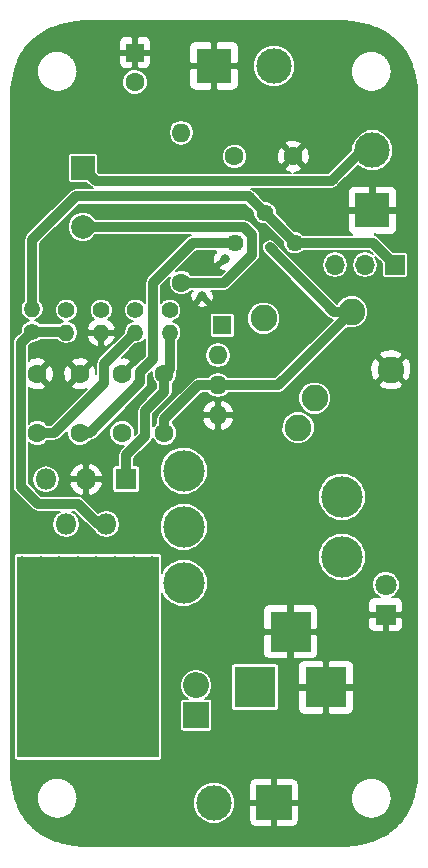
<source format=gbl>
G04 #@! TF.FileFunction,Copper,L2,Bot,Signal*
%FSLAX45Y45*%
G04 Gerber Fmt 4.5, Leading zero omitted, Abs format (unit mm)*
G04 Created by KiCad (PCBNEW 4.0.7-e2-6376~58~ubuntu16.04.1) date Wed Oct 11 09:48:03 2017*
%MOMM*%
%LPD*%
G01*
G04 APERTURE LIST*
%ADD10C,0.020000*%
%ADD11R,2.200000X2.200000*%
%ADD12O,2.200000X2.200000*%
%ADD13R,3.000000X3.000000*%
%ADD14C,3.000000*%
%ADD15R,1.800000X1.800000*%
%ADD16C,1.800000*%
%ADD17O,1.800000X1.800000*%
%ADD18C,0.800000*%
%ADD19C,3.500000*%
%ADD20C,1.440000*%
%ADD21C,1.600000*%
%ADD22O,1.600000X1.600000*%
%ADD23R,1.700000X1.700000*%
%ADD24O,1.700000X1.700000*%
%ADD25C,2.250000*%
%ADD26C,1.400000*%
%ADD27O,1.400000X1.400000*%
%ADD28C,2.000000*%
%ADD29R,2.000000X2.000000*%
%ADD30R,1.600000X1.600000*%
%ADD31R,3.500000X3.500000*%
%ADD32R,12.000000X17.000000*%
%ADD33C,0.600000*%
%ADD34C,0.813000*%
%ADD35C,0.610000*%
%ADD36C,0.150000*%
G04 APERTURE END LIST*
D10*
D11*
X18847308Y-11861292D03*
D12*
X18847308Y-11607292D03*
D13*
X20339812Y-7585710D03*
D14*
X20339812Y-7077710D03*
D15*
X20452080Y-11008944D03*
D16*
X20452080Y-10754944D03*
D15*
X18255996Y-9862820D03*
D17*
X18085996Y-10242820D03*
X17915996Y-9862820D03*
X17745996Y-10242820D03*
X17575996Y-9862820D03*
D18*
X19087338Y-7996174D03*
D19*
X20082152Y-10010156D03*
X20082152Y-10520156D03*
X18742152Y-9790156D03*
X18742152Y-10265156D03*
X18742152Y-10740156D03*
D20*
X19174460Y-7858760D03*
X19428460Y-7604760D03*
X19682460Y-7858760D03*
D21*
X18722340Y-8196580D03*
D22*
X18722340Y-6926580D03*
D23*
X20530312Y-8046720D03*
D24*
X20276312Y-8046720D03*
X20022312Y-8046720D03*
D25*
X20494880Y-8934704D03*
X20164880Y-8444704D03*
X19419880Y-8499704D03*
X19849880Y-9174704D03*
X19709880Y-9424704D03*
D26*
X18624804Y-8430392D03*
D27*
X18624804Y-8620392D03*
D26*
X18333720Y-8430392D03*
D27*
X18333720Y-8620392D03*
D26*
X18042636Y-8430392D03*
D27*
X18042636Y-8620392D03*
D26*
X17748504Y-8430392D03*
D27*
X17748504Y-8620392D03*
D14*
X18998336Y-12600432D03*
D10*
G36*
X19356336Y-12750432D02*
X19356336Y-12450432D01*
X19656336Y-12450432D01*
X19656336Y-12750432D01*
X19356336Y-12750432D01*
X19356336Y-12750432D01*
G37*
D28*
X17886680Y-7725664D03*
D29*
X17886680Y-7225664D03*
D18*
X18898362Y-8310880D03*
D14*
X19506336Y-6362192D03*
D13*
X18998336Y-6362192D03*
D26*
X17457928Y-8611240D03*
D27*
X17457928Y-8421240D03*
D30*
X19069304Y-8558276D03*
D22*
X19032728Y-8812276D03*
X19032728Y-9066276D03*
X19032728Y-9320276D03*
D21*
X17861788Y-8970000D03*
X17861788Y-9470000D03*
X17503140Y-8970000D03*
X17503140Y-9470000D03*
X18329224Y-6499860D03*
D30*
X18329224Y-6249860D03*
D21*
X18220436Y-9470000D03*
X18220436Y-8970000D03*
X18579084Y-8970000D03*
X18579084Y-9470000D03*
X19671284Y-7128764D03*
X19171284Y-7128764D03*
D31*
X19346672Y-11624640D03*
X19946672Y-11624640D03*
X19646672Y-11154640D03*
D18*
X17373600Y-10557764D03*
X17530858Y-10557764D03*
X17688115Y-10557764D03*
X17845373Y-10557764D03*
X18002630Y-10557764D03*
X18159888Y-10557764D03*
X18317145Y-10557764D03*
X18474403Y-10557764D03*
X17373600Y-10718259D03*
X17373600Y-10878753D03*
X17373600Y-11039248D03*
X17373600Y-11199742D03*
X17373600Y-11360236D03*
X17373600Y-11520731D03*
X17373600Y-11681225D03*
X17373600Y-11841720D03*
X17373600Y-12002214D03*
X17373600Y-12162709D03*
X18474403Y-10718259D03*
X18474403Y-10878753D03*
X18474403Y-11039248D03*
X18474403Y-11199742D03*
X18474403Y-11360236D03*
X18474403Y-11520731D03*
X18474403Y-11681225D03*
X18474403Y-11841720D03*
X18474403Y-12002214D03*
X18474403Y-12162709D03*
X17530858Y-12162709D03*
X17688115Y-12162709D03*
X17845373Y-12162709D03*
X18002630Y-12162709D03*
X18159888Y-12162709D03*
X18317145Y-12162709D03*
X18474403Y-12162709D03*
D32*
X17929860Y-11365484D03*
D33*
X19469100Y-7898892D03*
D34*
X18624804Y-8620392D02*
X18624804Y-8924280D01*
X18624804Y-8924280D02*
X18579084Y-8970000D01*
X18417540Y-9480296D02*
X18417540Y-9281160D01*
X18579084Y-9119616D02*
X18579084Y-8970000D01*
X18417540Y-9281160D02*
X18579084Y-9119616D01*
X18255996Y-9862820D02*
X18255996Y-9656064D01*
D35*
X18417540Y-9494520D02*
X18417540Y-9480296D01*
D34*
X18255996Y-9656064D02*
X18417540Y-9494520D01*
X20014912Y-8444704D02*
X19469100Y-7898892D01*
X20014912Y-8444704D02*
X20164880Y-8444704D01*
X19032728Y-9066276D02*
X19543308Y-9066276D01*
X19543308Y-9066276D02*
X20164880Y-8444704D01*
X18579084Y-9470000D02*
X18579084Y-9352280D01*
X18865088Y-9066276D02*
X19032728Y-9066276D01*
X18579084Y-9352280D02*
X18865088Y-9066276D01*
X17886680Y-7725664D02*
X19253708Y-7725664D01*
X19087084Y-8196580D02*
X18722340Y-8196580D01*
X19323304Y-7960360D02*
X19087084Y-8196580D01*
X19323304Y-7795260D02*
X19323304Y-7960360D01*
X19253708Y-7725664D02*
X19323304Y-7795260D01*
X20339812Y-7077710D02*
X20251420Y-7077710D01*
X20251420Y-7077710D02*
X19994118Y-7335012D01*
X19994118Y-7335012D02*
X17996028Y-7335012D01*
X17996028Y-7335012D02*
X17886680Y-7225664D01*
X18482564Y-8239252D02*
X18482564Y-8197596D01*
X18821400Y-7858760D02*
X18863056Y-7858760D01*
X18482564Y-8197596D02*
X18821400Y-7858760D01*
X19174460Y-7858760D02*
X18863056Y-7858760D01*
X18482564Y-8239252D02*
X18482564Y-8845804D01*
D35*
X17947776Y-9470000D02*
X17861788Y-9470000D01*
D34*
X18375376Y-9042400D02*
X17947776Y-9470000D01*
X18375376Y-8952992D02*
X18375376Y-9042400D01*
X18482564Y-8845804D02*
X18375376Y-8952992D01*
X18085996Y-10242820D02*
X18019284Y-10242820D01*
X18019284Y-10242820D02*
X17845024Y-10068560D01*
X17362424Y-8706744D02*
X17457928Y-8611240D01*
X17362424Y-9925304D02*
X17362424Y-8706744D01*
X17505680Y-10068560D02*
X17362424Y-9925304D01*
X17845024Y-10068560D02*
X17505680Y-10068560D01*
X17457928Y-8611240D02*
X17739352Y-8611240D01*
D35*
X17739352Y-8611240D02*
X17748504Y-8620392D01*
X18085996Y-10242820D02*
X18035540Y-10242820D01*
D34*
X17503140Y-9470000D02*
X17645516Y-9470000D01*
X18068544Y-8885568D02*
X18333720Y-8620392D01*
X18068544Y-9046972D02*
X18068544Y-8885568D01*
X17645516Y-9470000D02*
X18068544Y-9046972D01*
X19682460Y-7858760D02*
X20342352Y-7858760D01*
X20342352Y-7858760D02*
X20530312Y-8046720D01*
X19428460Y-7604760D02*
X19682460Y-7858760D01*
X17457928Y-8421240D02*
X17457928Y-7836916D01*
X17457928Y-7836916D02*
X17827244Y-7467600D01*
X17827244Y-7467600D02*
X19291300Y-7467600D01*
X19291300Y-7467600D02*
X19428460Y-7604760D01*
D36*
G36*
X20119540Y-5984205D02*
X20140902Y-5987328D01*
X20162054Y-5990523D01*
X20183038Y-5993850D01*
X20203816Y-5997352D01*
X20224394Y-6001081D01*
X20244739Y-6005081D01*
X20264854Y-6009402D01*
X20284712Y-6014087D01*
X20304312Y-6019185D01*
X20323642Y-6024741D01*
X20342681Y-6030797D01*
X20361433Y-6037403D01*
X20379883Y-6044600D01*
X20398026Y-6052435D01*
X20415875Y-6060962D01*
X20433439Y-6070214D01*
X20450713Y-6080181D01*
X20467650Y-6090831D01*
X20484223Y-6102141D01*
X20500388Y-6114080D01*
X20516108Y-6126618D01*
X20531344Y-6139723D01*
X20546062Y-6153367D01*
X20560223Y-6167519D01*
X20573793Y-6182148D01*
X20586734Y-6197222D01*
X20599012Y-6212711D01*
X20610592Y-6228582D01*
X20621440Y-6244804D01*
X20631523Y-6261343D01*
X20640829Y-6278200D01*
X20649399Y-6295395D01*
X20657292Y-6312937D01*
X20664554Y-6330810D01*
X20671234Y-6349004D01*
X20677379Y-6367498D01*
X20683034Y-6386274D01*
X20688249Y-6405320D01*
X20693072Y-6424617D01*
X20697548Y-6444132D01*
X20701730Y-6463862D01*
X20705666Y-6483774D01*
X20709408Y-6503854D01*
X20713006Y-6524078D01*
X20716504Y-6544381D01*
X20719588Y-6562572D01*
X20719588Y-12389400D01*
X20716512Y-12407544D01*
X20713003Y-12427910D01*
X20709408Y-12448119D01*
X20705666Y-12468199D01*
X20701730Y-12488112D01*
X20697549Y-12507837D01*
X20693071Y-12527358D01*
X20688249Y-12546652D01*
X20683035Y-12565696D01*
X20677379Y-12584476D01*
X20671234Y-12602971D01*
X20664555Y-12621162D01*
X20657292Y-12639036D01*
X20649400Y-12656575D01*
X20640829Y-12673773D01*
X20631523Y-12690630D01*
X20621441Y-12707170D01*
X20610592Y-12723392D01*
X20599012Y-12739262D01*
X20586735Y-12754749D01*
X20573793Y-12769825D01*
X20560224Y-12784453D01*
X20546063Y-12798605D01*
X20531345Y-12812250D01*
X20516108Y-12825356D01*
X20500387Y-12837894D01*
X20484224Y-12849832D01*
X20467651Y-12861142D01*
X20450712Y-12871793D01*
X20433440Y-12881759D01*
X20415874Y-12891011D01*
X20398026Y-12899538D01*
X20379884Y-12907373D01*
X20361435Y-12914570D01*
X20342681Y-12921176D01*
X20323639Y-12927233D01*
X20304313Y-12932788D01*
X20284712Y-12937886D01*
X20264854Y-12942571D01*
X20244738Y-12946892D01*
X20224395Y-12950892D01*
X20203816Y-12954621D01*
X20183034Y-12958124D01*
X20162059Y-12961449D01*
X20140896Y-12964646D01*
X20119546Y-12967766D01*
X20100009Y-12970574D01*
X17899991Y-12970574D01*
X17880454Y-12967766D01*
X17859104Y-12964646D01*
X17837945Y-12961449D01*
X17816966Y-12958124D01*
X17796184Y-12954621D01*
X17775604Y-12950891D01*
X17755263Y-12946892D01*
X17735146Y-12942571D01*
X17715287Y-12937885D01*
X17695687Y-12932788D01*
X17676361Y-12927233D01*
X17657318Y-12921175D01*
X17638566Y-12914570D01*
X17620118Y-12907374D01*
X17601974Y-12899538D01*
X17584126Y-12891011D01*
X17566558Y-12881758D01*
X17549288Y-12871793D01*
X17532349Y-12861142D01*
X17515776Y-12849832D01*
X17499613Y-12837894D01*
X17483894Y-12825358D01*
X17468658Y-12812253D01*
X17453940Y-12798608D01*
X17439777Y-12784454D01*
X17426208Y-12769826D01*
X17413266Y-12754751D01*
X17400988Y-12739262D01*
X17389407Y-12723391D01*
X17378559Y-12707170D01*
X17368476Y-12690629D01*
X17359170Y-12673772D01*
X17350600Y-12656576D01*
X17342708Y-12639036D01*
X17335446Y-12621164D01*
X17328765Y-12602969D01*
X17322621Y-12584475D01*
X17316966Y-12565698D01*
X17315246Y-12559417D01*
X17496767Y-12559417D01*
X17496809Y-12567115D01*
X17496961Y-12567855D01*
X17496858Y-12568603D01*
X17497316Y-12576288D01*
X17497505Y-12577010D01*
X17497443Y-12577754D01*
X17498312Y-12585405D01*
X17498537Y-12586109D01*
X17498515Y-12586847D01*
X17499788Y-12594443D01*
X17500048Y-12595128D01*
X17500064Y-12595861D01*
X17501735Y-12603381D01*
X17502029Y-12604048D01*
X17502083Y-12604775D01*
X17504145Y-12612198D01*
X17504473Y-12612848D01*
X17504565Y-12613571D01*
X17507010Y-12620875D01*
X17507372Y-12621508D01*
X17507502Y-12622225D01*
X17510325Y-12629390D01*
X17510721Y-12630006D01*
X17510890Y-12630719D01*
X17514084Y-12637724D01*
X17514515Y-12638323D01*
X17514722Y-12639031D01*
X17518281Y-12645855D01*
X17518747Y-12646435D01*
X17518994Y-12647138D01*
X17522911Y-12653759D01*
X17523407Y-12654313D01*
X17523691Y-12655002D01*
X17527954Y-12661403D01*
X17528474Y-12661925D01*
X17528791Y-12662591D01*
X17533386Y-12668758D01*
X17533930Y-12669248D01*
X17534278Y-12669892D01*
X17539190Y-12675808D01*
X17539756Y-12676268D01*
X17540136Y-12676890D01*
X17545351Y-12682543D01*
X17545939Y-12682971D01*
X17546350Y-12683571D01*
X17551852Y-12688944D01*
X17552462Y-12689341D01*
X17552905Y-12689920D01*
X17558680Y-12694999D01*
X17559312Y-12695365D01*
X17559785Y-12695921D01*
X17565819Y-12700692D01*
X17566474Y-12701026D01*
X17566979Y-12701560D01*
X17573257Y-12706008D01*
X17573933Y-12706310D01*
X17574470Y-12706820D01*
X17580977Y-12710929D01*
X17581675Y-12711197D01*
X17582244Y-12711682D01*
X17588965Y-12715439D01*
X17589674Y-12715668D01*
X17590265Y-12716120D01*
X17597181Y-12719515D01*
X17597893Y-12719704D01*
X17598501Y-12720120D01*
X17605590Y-12723146D01*
X17606305Y-12723296D01*
X17606929Y-12723676D01*
X17614168Y-12726328D01*
X17614887Y-12726440D01*
X17615527Y-12726786D01*
X17622895Y-12729056D01*
X17623617Y-12729130D01*
X17624274Y-12729442D01*
X17631747Y-12731325D01*
X17632475Y-12731362D01*
X17633148Y-12731639D01*
X17640706Y-12733129D01*
X17641439Y-12733128D01*
X17642130Y-12733371D01*
X17649749Y-12734461D01*
X17650488Y-12734421D01*
X17651197Y-12734629D01*
X17658856Y-12735313D01*
X17659601Y-12735233D01*
X17660330Y-12735405D01*
X17668006Y-12735676D01*
X17668755Y-12735555D01*
X17669501Y-12735688D01*
X17677173Y-12735542D01*
X17677912Y-12735381D01*
X17678662Y-12735474D01*
X17686311Y-12734913D01*
X17687031Y-12734714D01*
X17687776Y-12734765D01*
X17695384Y-12733795D01*
X17696085Y-12733561D01*
X17696824Y-12733573D01*
X17704374Y-12732201D01*
X17705054Y-12731932D01*
X17705786Y-12731906D01*
X17713260Y-12730138D01*
X17713921Y-12729836D01*
X17714645Y-12729772D01*
X17722027Y-12727615D01*
X17722667Y-12727281D01*
X17723381Y-12727180D01*
X17730654Y-12724640D01*
X17731273Y-12724276D01*
X17731978Y-12724139D01*
X17739124Y-12721223D01*
X17739721Y-12720828D01*
X17740417Y-12720656D01*
X17747419Y-12717369D01*
X17747995Y-12716944D01*
X17748680Y-12716737D01*
X17755520Y-12713087D01*
X17756074Y-12712633D01*
X17756748Y-12712391D01*
X17763408Y-12708384D01*
X17763939Y-12707902D01*
X17764601Y-12707625D01*
X17771056Y-12703275D01*
X17771565Y-12702762D01*
X17772216Y-12702449D01*
X17778436Y-12697772D01*
X17778925Y-12697225D01*
X17779568Y-12696873D01*
X17785523Y-12691884D01*
X17785993Y-12691299D01*
X17786630Y-12690905D01*
X17792291Y-12685619D01*
X17792741Y-12684994D01*
X17793372Y-12684553D01*
X17798711Y-12678985D01*
X17799140Y-12678314D01*
X17799765Y-12677821D01*
X17804752Y-12671988D01*
X17805157Y-12671267D01*
X17805775Y-12670718D01*
X17810381Y-12664634D01*
X17810757Y-12663859D01*
X17811365Y-12663247D01*
X17815561Y-12656928D01*
X17815904Y-12656095D01*
X17816497Y-12655415D01*
X17820253Y-12648877D01*
X17820550Y-12647998D01*
X17821112Y-12647261D01*
X17824410Y-12640519D01*
X17824631Y-12639681D01*
X17825112Y-12638962D01*
X17826512Y-12635584D01*
X18820805Y-12635584D01*
X18847771Y-12700846D01*
X18897659Y-12750821D01*
X18962874Y-12777901D01*
X19033488Y-12777963D01*
X19098750Y-12750997D01*
X19148725Y-12701109D01*
X19175805Y-12635894D01*
X19175820Y-12618332D01*
X19296894Y-12618332D01*
X19296894Y-12750432D01*
X19300959Y-12772037D01*
X19313727Y-12791879D01*
X19333210Y-12805191D01*
X19356336Y-12809874D01*
X19488436Y-12809874D01*
X19488436Y-12618332D01*
X19524236Y-12618332D01*
X19524236Y-12809874D01*
X19656336Y-12809874D01*
X19677941Y-12805809D01*
X19697783Y-12793041D01*
X19711095Y-12773558D01*
X19715778Y-12750432D01*
X19715778Y-12618332D01*
X19524236Y-12618332D01*
X19488436Y-12618332D01*
X19296894Y-12618332D01*
X19175820Y-12618332D01*
X19175867Y-12565280D01*
X19148901Y-12500018D01*
X19099402Y-12450432D01*
X19296894Y-12450432D01*
X19296894Y-12582532D01*
X19488436Y-12582532D01*
X19488436Y-12390990D01*
X19524236Y-12390990D01*
X19524236Y-12582532D01*
X19715778Y-12582532D01*
X19715778Y-12559417D01*
X20156551Y-12559417D01*
X20156592Y-12567115D01*
X20156744Y-12567855D01*
X20156641Y-12568603D01*
X20157100Y-12576288D01*
X20157289Y-12577010D01*
X20157227Y-12577754D01*
X20158096Y-12585405D01*
X20158321Y-12586109D01*
X20158298Y-12586847D01*
X20159572Y-12594443D01*
X20159832Y-12595128D01*
X20159848Y-12595861D01*
X20161518Y-12603381D01*
X20161812Y-12604048D01*
X20161867Y-12604775D01*
X20163928Y-12612198D01*
X20164256Y-12612848D01*
X20164348Y-12613571D01*
X20166794Y-12620875D01*
X20167156Y-12621508D01*
X20167285Y-12622225D01*
X20170109Y-12629390D01*
X20170505Y-12630006D01*
X20170673Y-12630719D01*
X20173867Y-12637724D01*
X20174299Y-12638323D01*
X20174506Y-12639031D01*
X20178064Y-12645855D01*
X20178531Y-12646435D01*
X20178778Y-12647138D01*
X20182694Y-12653759D01*
X20183191Y-12654313D01*
X20183474Y-12655002D01*
X20187737Y-12661403D01*
X20188258Y-12661925D01*
X20188575Y-12662591D01*
X20193169Y-12668758D01*
X20193713Y-12669248D01*
X20194062Y-12669892D01*
X20198973Y-12675808D01*
X20199539Y-12676268D01*
X20199920Y-12676890D01*
X20205134Y-12682543D01*
X20205722Y-12682971D01*
X20206133Y-12683571D01*
X20211636Y-12688944D01*
X20212246Y-12689341D01*
X20212688Y-12689920D01*
X20218464Y-12694999D01*
X20219095Y-12695365D01*
X20219569Y-12695921D01*
X20225603Y-12700692D01*
X20226257Y-12701026D01*
X20226762Y-12701560D01*
X20233040Y-12706008D01*
X20233716Y-12706310D01*
X20234254Y-12706820D01*
X20240761Y-12710929D01*
X20241459Y-12711197D01*
X20242028Y-12711682D01*
X20248749Y-12715439D01*
X20249457Y-12715668D01*
X20250049Y-12716120D01*
X20256965Y-12719515D01*
X20257677Y-12719704D01*
X20258285Y-12720120D01*
X20265373Y-12723146D01*
X20266088Y-12723296D01*
X20266712Y-12723676D01*
X20273951Y-12726328D01*
X20274670Y-12726440D01*
X20275311Y-12726786D01*
X20282678Y-12729056D01*
X20283401Y-12729130D01*
X20284057Y-12729442D01*
X20291531Y-12731325D01*
X20292258Y-12731362D01*
X20292932Y-12731639D01*
X20300489Y-12733129D01*
X20301222Y-12733128D01*
X20301914Y-12733371D01*
X20309533Y-12734461D01*
X20310271Y-12734421D01*
X20310981Y-12734629D01*
X20318639Y-12735313D01*
X20319384Y-12735233D01*
X20320113Y-12735405D01*
X20327789Y-12735676D01*
X20328538Y-12735555D01*
X20329285Y-12735688D01*
X20336956Y-12735542D01*
X20337695Y-12735381D01*
X20338446Y-12735474D01*
X20346094Y-12734913D01*
X20346814Y-12734714D01*
X20347560Y-12734765D01*
X20355167Y-12733795D01*
X20355868Y-12733561D01*
X20356607Y-12733573D01*
X20364157Y-12732201D01*
X20364838Y-12731932D01*
X20365569Y-12731906D01*
X20373044Y-12730138D01*
X20373704Y-12729836D01*
X20374428Y-12729772D01*
X20381810Y-12727615D01*
X20382450Y-12727281D01*
X20383165Y-12727180D01*
X20390438Y-12724640D01*
X20391056Y-12724276D01*
X20391761Y-12724139D01*
X20398907Y-12721223D01*
X20399505Y-12720828D01*
X20400200Y-12720656D01*
X20407202Y-12717369D01*
X20407778Y-12716944D01*
X20408464Y-12716737D01*
X20415304Y-12713087D01*
X20415858Y-12712633D01*
X20416531Y-12712391D01*
X20423192Y-12708384D01*
X20423722Y-12707902D01*
X20424385Y-12707625D01*
X20430839Y-12703275D01*
X20431348Y-12702762D01*
X20432000Y-12702449D01*
X20438219Y-12697772D01*
X20438708Y-12697225D01*
X20439351Y-12696873D01*
X20445306Y-12691884D01*
X20445776Y-12691299D01*
X20446413Y-12690905D01*
X20452075Y-12685619D01*
X20452524Y-12684994D01*
X20453155Y-12684553D01*
X20458494Y-12678985D01*
X20458923Y-12678314D01*
X20459549Y-12677821D01*
X20464536Y-12671988D01*
X20464940Y-12671267D01*
X20465558Y-12670718D01*
X20470164Y-12664634D01*
X20470541Y-12663859D01*
X20471148Y-12663247D01*
X20475344Y-12656928D01*
X20475687Y-12656095D01*
X20476280Y-12655415D01*
X20480037Y-12648877D01*
X20480333Y-12647998D01*
X20480895Y-12647261D01*
X20484193Y-12640519D01*
X20484415Y-12639681D01*
X20484896Y-12638962D01*
X20487767Y-12632033D01*
X20487917Y-12631278D01*
X20488308Y-12630616D01*
X20490800Y-12623519D01*
X20490894Y-12622857D01*
X20491207Y-12622265D01*
X20493367Y-12615018D01*
X20493420Y-12614453D01*
X20493665Y-12613941D01*
X20495542Y-12606562D01*
X20495566Y-12606095D01*
X20495754Y-12605667D01*
X20497395Y-12598174D01*
X20497402Y-12597804D01*
X20497541Y-12597463D01*
X20498994Y-12589874D01*
X20498992Y-12589600D01*
X20499090Y-12589344D01*
X20500404Y-12581678D01*
X20500399Y-12581497D01*
X20500461Y-12581328D01*
X20501682Y-12573602D01*
X20501679Y-12573512D01*
X20501709Y-12573428D01*
X20502886Y-12565661D01*
X20502689Y-12561384D01*
X20502839Y-12557104D01*
X20501578Y-12549350D01*
X20501547Y-12549266D01*
X20501549Y-12549176D01*
X20500244Y-12541464D01*
X20500180Y-12541295D01*
X20500183Y-12541115D01*
X20498786Y-12533463D01*
X20498686Y-12533208D01*
X20498685Y-12532935D01*
X20497149Y-12525362D01*
X20497006Y-12525022D01*
X20496995Y-12524653D01*
X20495272Y-12517178D01*
X20495081Y-12516752D01*
X20495051Y-12516285D01*
X20493094Y-12508927D01*
X20492844Y-12508418D01*
X20492785Y-12507853D01*
X20490546Y-12500630D01*
X20490227Y-12500042D01*
X20490125Y-12499380D01*
X20487556Y-12492311D01*
X20487157Y-12491653D01*
X20486999Y-12490900D01*
X20484053Y-12484003D01*
X20483564Y-12483289D01*
X20483334Y-12482454D01*
X20479963Y-12475748D01*
X20479392Y-12475016D01*
X20479086Y-12474141D01*
X20475259Y-12467644D01*
X20474659Y-12466971D01*
X20474307Y-12466141D01*
X20470043Y-12459869D01*
X20469428Y-12459264D01*
X20469043Y-12458492D01*
X20464371Y-12452459D01*
X20463747Y-12451917D01*
X20463335Y-12451200D01*
X20458285Y-12445421D01*
X20457654Y-12444935D01*
X20457218Y-12444269D01*
X20451819Y-12438760D01*
X20451183Y-12438326D01*
X20450726Y-12437705D01*
X20445008Y-12432481D01*
X20444366Y-12432094D01*
X20443891Y-12431515D01*
X20437882Y-12426591D01*
X20437235Y-12426245D01*
X20436740Y-12425704D01*
X20430470Y-12421095D01*
X20429815Y-12420789D01*
X20429300Y-12420281D01*
X20422799Y-12416002D01*
X20422134Y-12415732D01*
X20421598Y-12415255D01*
X20414894Y-12411322D01*
X20414218Y-12411087D01*
X20413659Y-12410639D01*
X20406780Y-12407064D01*
X20406092Y-12406864D01*
X20405511Y-12406445D01*
X20398474Y-12403235D01*
X20397777Y-12403071D01*
X20397175Y-12402682D01*
X20389998Y-12399844D01*
X20389291Y-12399715D01*
X20388669Y-12399357D01*
X20381369Y-12396896D01*
X20380653Y-12396803D01*
X20380010Y-12396477D01*
X20372604Y-12394400D01*
X20371880Y-12394344D01*
X20371217Y-12394049D01*
X20363723Y-12392362D01*
X20362991Y-12392344D01*
X20362308Y-12392083D01*
X20354743Y-12390793D01*
X20354005Y-12390813D01*
X20353301Y-12390586D01*
X20345683Y-12389699D01*
X20344938Y-12389759D01*
X20344216Y-12389567D01*
X20336562Y-12389089D01*
X20335813Y-12389190D01*
X20335073Y-12389037D01*
X20327400Y-12388974D01*
X20326654Y-12389116D01*
X20325904Y-12389003D01*
X20318231Y-12389358D01*
X20317504Y-12389538D01*
X20316759Y-12389466D01*
X20309108Y-12390233D01*
X20308401Y-12390449D01*
X20307662Y-12390417D01*
X20300055Y-12391589D01*
X20299367Y-12391840D01*
X20298634Y-12391847D01*
X20291093Y-12393418D01*
X20290422Y-12393703D01*
X20289696Y-12393748D01*
X20282243Y-12395712D01*
X20281590Y-12396031D01*
X20280868Y-12396113D01*
X20273525Y-12398464D01*
X20272889Y-12398816D01*
X20272172Y-12398936D01*
X20264962Y-12401666D01*
X20264342Y-12402053D01*
X20263628Y-12402211D01*
X20256573Y-12405314D01*
X20255970Y-12405736D01*
X20255260Y-12405933D01*
X20248381Y-12409403D01*
X20247794Y-12409862D01*
X20247088Y-12410099D01*
X20240408Y-12413928D01*
X20239845Y-12414419D01*
X20239150Y-12414695D01*
X20232688Y-12418875D01*
X20232156Y-12419391D01*
X20231483Y-12419700D01*
X20225254Y-12424216D01*
X20224755Y-12424755D01*
X20224104Y-12425096D01*
X20218122Y-12429933D01*
X20217655Y-12430494D01*
X20217027Y-12430867D01*
X20211307Y-12436009D01*
X20210871Y-12436592D01*
X20210266Y-12436996D01*
X20204822Y-12442429D01*
X20204418Y-12443033D01*
X20203834Y-12443467D01*
X20198681Y-12449177D01*
X20198308Y-12449803D01*
X20197747Y-12450268D01*
X20192900Y-12456238D01*
X20192558Y-12456885D01*
X20192020Y-12457382D01*
X20187492Y-12463598D01*
X20187183Y-12464267D01*
X20186668Y-12464795D01*
X20182475Y-12471242D01*
X20182199Y-12471933D01*
X20181708Y-12472493D01*
X20177864Y-12479157D01*
X20177625Y-12479862D01*
X20177165Y-12480448D01*
X20173680Y-12487309D01*
X20173481Y-12488020D01*
X20173057Y-12488623D01*
X20169939Y-12495662D01*
X20169778Y-12496377D01*
X20169389Y-12496997D01*
X20166643Y-12504193D01*
X20166522Y-12504912D01*
X20166167Y-12505548D01*
X20163801Y-12512879D01*
X20163716Y-12513602D01*
X20163395Y-12514256D01*
X20161415Y-12521701D01*
X20161369Y-12522429D01*
X20161082Y-12523099D01*
X20159493Y-12530637D01*
X20159485Y-12531369D01*
X20159232Y-12532058D01*
X20158042Y-12539667D01*
X20158072Y-12540405D01*
X20157855Y-12541110D01*
X20157069Y-12548770D01*
X20157139Y-12549514D01*
X20156958Y-12550238D01*
X20156583Y-12557927D01*
X20156694Y-12558675D01*
X20156551Y-12559417D01*
X19715778Y-12559417D01*
X19715778Y-12450432D01*
X19711713Y-12428827D01*
X19698945Y-12408985D01*
X19679462Y-12395673D01*
X19656336Y-12390990D01*
X19524236Y-12390990D01*
X19488436Y-12390990D01*
X19356336Y-12390990D01*
X19334731Y-12395055D01*
X19314889Y-12407823D01*
X19301577Y-12427306D01*
X19296894Y-12450432D01*
X19099402Y-12450432D01*
X19099013Y-12450043D01*
X19033798Y-12422963D01*
X18963184Y-12422901D01*
X18897922Y-12449867D01*
X18847947Y-12499755D01*
X18820867Y-12564970D01*
X18820805Y-12635584D01*
X17826512Y-12635584D01*
X17827983Y-12632033D01*
X17828134Y-12631278D01*
X17828525Y-12630616D01*
X17831017Y-12623519D01*
X17831111Y-12622857D01*
X17831424Y-12622265D01*
X17833584Y-12615018D01*
X17833637Y-12614453D01*
X17833882Y-12613941D01*
X17835758Y-12606562D01*
X17835783Y-12606095D01*
X17835970Y-12605667D01*
X17837611Y-12598174D01*
X17837619Y-12597804D01*
X17837757Y-12597463D01*
X17839211Y-12589874D01*
X17839209Y-12589600D01*
X17839307Y-12589344D01*
X17840620Y-12581678D01*
X17840615Y-12581497D01*
X17840678Y-12581328D01*
X17841899Y-12573602D01*
X17841895Y-12573512D01*
X17841926Y-12573428D01*
X17843103Y-12565661D01*
X17842906Y-12561384D01*
X17843056Y-12557104D01*
X17841795Y-12549350D01*
X17841763Y-12549266D01*
X17841766Y-12549176D01*
X17840461Y-12541464D01*
X17840397Y-12541295D01*
X17840400Y-12541115D01*
X17839003Y-12533463D01*
X17838902Y-12533208D01*
X17838901Y-12532935D01*
X17837365Y-12525362D01*
X17837223Y-12525022D01*
X17837212Y-12524653D01*
X17835489Y-12517178D01*
X17835297Y-12516752D01*
X17835268Y-12516285D01*
X17833311Y-12508927D01*
X17833060Y-12508418D01*
X17833001Y-12507853D01*
X17830762Y-12500630D01*
X17830443Y-12500041D01*
X17830342Y-12499380D01*
X17827773Y-12492311D01*
X17827374Y-12491653D01*
X17827216Y-12490900D01*
X17824270Y-12484003D01*
X17823781Y-12483289D01*
X17823550Y-12482454D01*
X17820179Y-12475748D01*
X17819609Y-12475017D01*
X17819303Y-12474141D01*
X17815476Y-12467644D01*
X17814875Y-12466971D01*
X17814524Y-12466141D01*
X17810259Y-12459869D01*
X17809645Y-12459264D01*
X17809260Y-12458492D01*
X17804588Y-12452459D01*
X17803964Y-12451917D01*
X17803551Y-12451200D01*
X17798501Y-12445421D01*
X17797870Y-12444935D01*
X17797435Y-12444269D01*
X17792035Y-12438760D01*
X17791399Y-12438326D01*
X17790943Y-12437705D01*
X17785224Y-12432482D01*
X17784583Y-12432094D01*
X17784107Y-12431515D01*
X17778098Y-12426591D01*
X17777451Y-12426245D01*
X17776956Y-12425704D01*
X17770686Y-12421095D01*
X17770032Y-12420789D01*
X17769517Y-12420281D01*
X17763016Y-12416002D01*
X17762351Y-12415732D01*
X17761814Y-12415255D01*
X17755111Y-12411322D01*
X17754434Y-12411087D01*
X17753876Y-12410639D01*
X17746996Y-12407064D01*
X17746309Y-12406864D01*
X17745728Y-12406446D01*
X17738691Y-12403235D01*
X17737994Y-12403071D01*
X17737392Y-12402682D01*
X17730214Y-12399843D01*
X17729508Y-12399715D01*
X17728886Y-12399357D01*
X17721586Y-12396896D01*
X17720870Y-12396803D01*
X17720227Y-12396477D01*
X17712821Y-12394400D01*
X17712097Y-12394344D01*
X17711433Y-12394049D01*
X17703940Y-12392362D01*
X17703208Y-12392344D01*
X17702524Y-12392083D01*
X17694960Y-12390793D01*
X17694221Y-12390813D01*
X17693518Y-12390586D01*
X17685900Y-12389699D01*
X17685155Y-12389759D01*
X17684433Y-12389567D01*
X17676779Y-12389089D01*
X17676030Y-12389190D01*
X17675289Y-12389037D01*
X17667616Y-12388974D01*
X17666871Y-12389116D01*
X17666121Y-12389003D01*
X17658448Y-12389358D01*
X17657721Y-12389538D01*
X17656976Y-12389466D01*
X17649325Y-12390233D01*
X17648617Y-12390449D01*
X17647878Y-12390417D01*
X17640271Y-12391589D01*
X17639583Y-12391840D01*
X17638850Y-12391847D01*
X17631310Y-12393418D01*
X17630639Y-12393703D01*
X17629912Y-12393748D01*
X17622460Y-12395712D01*
X17621807Y-12396031D01*
X17621084Y-12396113D01*
X17613742Y-12398464D01*
X17613106Y-12398816D01*
X17612388Y-12398936D01*
X17605178Y-12401666D01*
X17604558Y-12402053D01*
X17603845Y-12402211D01*
X17596790Y-12405314D01*
X17596186Y-12405736D01*
X17595476Y-12405933D01*
X17588598Y-12409403D01*
X17588011Y-12409862D01*
X17587305Y-12410099D01*
X17580625Y-12413928D01*
X17580061Y-12414419D01*
X17579366Y-12414695D01*
X17572904Y-12418875D01*
X17572373Y-12419391D01*
X17571700Y-12419700D01*
X17565471Y-12424216D01*
X17564971Y-12424755D01*
X17564321Y-12425096D01*
X17558339Y-12429933D01*
X17557872Y-12430494D01*
X17557244Y-12430867D01*
X17551524Y-12436009D01*
X17551088Y-12436592D01*
X17550482Y-12436996D01*
X17545039Y-12442429D01*
X17544634Y-12443033D01*
X17544051Y-12443467D01*
X17538898Y-12449177D01*
X17538524Y-12449803D01*
X17537964Y-12450268D01*
X17533116Y-12456238D01*
X17532775Y-12456885D01*
X17532236Y-12457382D01*
X17527709Y-12463598D01*
X17527400Y-12464267D01*
X17526885Y-12464795D01*
X17522692Y-12471242D01*
X17522416Y-12471933D01*
X17521925Y-12472493D01*
X17518081Y-12479157D01*
X17517842Y-12479862D01*
X17517381Y-12480448D01*
X17513897Y-12487309D01*
X17513698Y-12488020D01*
X17513273Y-12488623D01*
X17510155Y-12495662D01*
X17509995Y-12496377D01*
X17509605Y-12496997D01*
X17506860Y-12504193D01*
X17506738Y-12504912D01*
X17506383Y-12505548D01*
X17504017Y-12512879D01*
X17503933Y-12513602D01*
X17503612Y-12514256D01*
X17501632Y-12521701D01*
X17501585Y-12522429D01*
X17501299Y-12523099D01*
X17499710Y-12530637D01*
X17499701Y-12531369D01*
X17499449Y-12532058D01*
X17498258Y-12539667D01*
X17498289Y-12540405D01*
X17498072Y-12541110D01*
X17497286Y-12548770D01*
X17497356Y-12549514D01*
X17497175Y-12550238D01*
X17496799Y-12557927D01*
X17496911Y-12558675D01*
X17496767Y-12559417D01*
X17315246Y-12559417D01*
X17311751Y-12546652D01*
X17306929Y-12527358D01*
X17302452Y-12507838D01*
X17298270Y-12488114D01*
X17294333Y-12468197D01*
X17290591Y-12448116D01*
X17286998Y-12427916D01*
X17283488Y-12407544D01*
X17280412Y-12389400D01*
X17280412Y-10515484D01*
X17301821Y-10515484D01*
X17301821Y-12215484D01*
X17303739Y-12225675D01*
X17309762Y-12235035D01*
X17318951Y-12241314D01*
X17329860Y-12243523D01*
X18529860Y-12243523D01*
X18540051Y-12241605D01*
X18549411Y-12235582D01*
X18555690Y-12226393D01*
X18557899Y-12215484D01*
X18557899Y-11751292D01*
X18709269Y-11751292D01*
X18709269Y-11971292D01*
X18711187Y-11981483D01*
X18717210Y-11990843D01*
X18726399Y-11997122D01*
X18737308Y-11999331D01*
X18957308Y-11999331D01*
X18967499Y-11997413D01*
X18976859Y-11991390D01*
X18983138Y-11982201D01*
X18985347Y-11971292D01*
X18985347Y-11751292D01*
X18983429Y-11741101D01*
X18977406Y-11731741D01*
X18968217Y-11725462D01*
X18957308Y-11723253D01*
X18920529Y-11723253D01*
X18944535Y-11707213D01*
X18974341Y-11662605D01*
X18984808Y-11609986D01*
X18984808Y-11604598D01*
X18974341Y-11551979D01*
X18944535Y-11507371D01*
X18899927Y-11477565D01*
X18847308Y-11467098D01*
X18794689Y-11477565D01*
X18750081Y-11507371D01*
X18720275Y-11551979D01*
X18709808Y-11604598D01*
X18709808Y-11609986D01*
X18720275Y-11662605D01*
X18750081Y-11707213D01*
X18774087Y-11723253D01*
X18737308Y-11723253D01*
X18727117Y-11725171D01*
X18717757Y-11731194D01*
X18711478Y-11740383D01*
X18709269Y-11751292D01*
X18557899Y-11751292D01*
X18557899Y-11449640D01*
X19143633Y-11449640D01*
X19143633Y-11799640D01*
X19145551Y-11809831D01*
X19151574Y-11819191D01*
X19160763Y-11825470D01*
X19171672Y-11827679D01*
X19521672Y-11827679D01*
X19531863Y-11825761D01*
X19541223Y-11819738D01*
X19547502Y-11810549D01*
X19549711Y-11799640D01*
X19549711Y-11657115D01*
X19713372Y-11657115D01*
X19713372Y-11811237D01*
X19722248Y-11832664D01*
X19738648Y-11849064D01*
X19760075Y-11857940D01*
X19914197Y-11857940D01*
X19928772Y-11843365D01*
X19928772Y-11642540D01*
X19964572Y-11642540D01*
X19964572Y-11843365D01*
X19979147Y-11857940D01*
X20133269Y-11857940D01*
X20154696Y-11849064D01*
X20171096Y-11832664D01*
X20179972Y-11811237D01*
X20179972Y-11657115D01*
X20165397Y-11642540D01*
X19964572Y-11642540D01*
X19928772Y-11642540D01*
X19727947Y-11642540D01*
X19713372Y-11657115D01*
X19549711Y-11657115D01*
X19549711Y-11449640D01*
X19547793Y-11439449D01*
X19546889Y-11438043D01*
X19713372Y-11438043D01*
X19713372Y-11592165D01*
X19727947Y-11606740D01*
X19928772Y-11606740D01*
X19928772Y-11405915D01*
X19964572Y-11405915D01*
X19964572Y-11606740D01*
X20165397Y-11606740D01*
X20179972Y-11592165D01*
X20179972Y-11438043D01*
X20171096Y-11416616D01*
X20154696Y-11400216D01*
X20133269Y-11391340D01*
X19979147Y-11391340D01*
X19964572Y-11405915D01*
X19928772Y-11405915D01*
X19914197Y-11391340D01*
X19760075Y-11391340D01*
X19738648Y-11400216D01*
X19722248Y-11416616D01*
X19713372Y-11438043D01*
X19546889Y-11438043D01*
X19541770Y-11430089D01*
X19532581Y-11423810D01*
X19521672Y-11421601D01*
X19171672Y-11421601D01*
X19161481Y-11423519D01*
X19152121Y-11429542D01*
X19145842Y-11438731D01*
X19143633Y-11449640D01*
X18557899Y-11449640D01*
X18557899Y-11187115D01*
X19413372Y-11187115D01*
X19413372Y-11341237D01*
X19422248Y-11362664D01*
X19438648Y-11379064D01*
X19460075Y-11387940D01*
X19614197Y-11387940D01*
X19628772Y-11373365D01*
X19628772Y-11172540D01*
X19664572Y-11172540D01*
X19664572Y-11373365D01*
X19679147Y-11387940D01*
X19833269Y-11387940D01*
X19854696Y-11379064D01*
X19871096Y-11362664D01*
X19879972Y-11341237D01*
X19879972Y-11187115D01*
X19865397Y-11172540D01*
X19664572Y-11172540D01*
X19628772Y-11172540D01*
X19427947Y-11172540D01*
X19413372Y-11187115D01*
X18557899Y-11187115D01*
X18557899Y-10968043D01*
X19413372Y-10968043D01*
X19413372Y-11122165D01*
X19427947Y-11136740D01*
X19628772Y-11136740D01*
X19628772Y-10935915D01*
X19664572Y-10935915D01*
X19664572Y-11136740D01*
X19865397Y-11136740D01*
X19879972Y-11122165D01*
X19879972Y-11041419D01*
X20303780Y-11041419D01*
X20303780Y-11110541D01*
X20312656Y-11131968D01*
X20329056Y-11148368D01*
X20350483Y-11157244D01*
X20419605Y-11157244D01*
X20434180Y-11142669D01*
X20434180Y-11026844D01*
X20469980Y-11026844D01*
X20469980Y-11142669D01*
X20484555Y-11157244D01*
X20553677Y-11157244D01*
X20575104Y-11148368D01*
X20591504Y-11131968D01*
X20600380Y-11110541D01*
X20600380Y-11041419D01*
X20585805Y-11026844D01*
X20469980Y-11026844D01*
X20434180Y-11026844D01*
X20318355Y-11026844D01*
X20303780Y-11041419D01*
X19879972Y-11041419D01*
X19879972Y-10968043D01*
X19871096Y-10946616D01*
X19854696Y-10930216D01*
X19833269Y-10921340D01*
X19679147Y-10921340D01*
X19664572Y-10935915D01*
X19628772Y-10935915D01*
X19614197Y-10921340D01*
X19460075Y-10921340D01*
X19438648Y-10930216D01*
X19422248Y-10946616D01*
X19413372Y-10968043D01*
X18557899Y-10968043D01*
X18557899Y-10824504D01*
X18570381Y-10854713D01*
X18627295Y-10911727D01*
X18701696Y-10942621D01*
X18782255Y-10942691D01*
X18856709Y-10911927D01*
X18861297Y-10907347D01*
X20303780Y-10907347D01*
X20303780Y-10976469D01*
X20318355Y-10991044D01*
X20434180Y-10991044D01*
X20434180Y-10989044D01*
X20469980Y-10989044D01*
X20469980Y-10991044D01*
X20585805Y-10991044D01*
X20600380Y-10976469D01*
X20600380Y-10907347D01*
X20591504Y-10885920D01*
X20575104Y-10869520D01*
X20553677Y-10860644D01*
X20503957Y-10860644D01*
X20518552Y-10854614D01*
X20551634Y-10821589D01*
X20569560Y-10778419D01*
X20569600Y-10731674D01*
X20551750Y-10688473D01*
X20518725Y-10655390D01*
X20475555Y-10637464D01*
X20428810Y-10637424D01*
X20385609Y-10655274D01*
X20352526Y-10688299D01*
X20334600Y-10731469D01*
X20334560Y-10778214D01*
X20352410Y-10821416D01*
X20385435Y-10854498D01*
X20400237Y-10860644D01*
X20350483Y-10860644D01*
X20329056Y-10869520D01*
X20312656Y-10885920D01*
X20303780Y-10907347D01*
X18861297Y-10907347D01*
X18913723Y-10855013D01*
X18944617Y-10780613D01*
X18944687Y-10700053D01*
X18913923Y-10625599D01*
X18857009Y-10568585D01*
X18836958Y-10560259D01*
X19879617Y-10560259D01*
X19910381Y-10634713D01*
X19967295Y-10691727D01*
X20041696Y-10722621D01*
X20122255Y-10722691D01*
X20196709Y-10691927D01*
X20253723Y-10635013D01*
X20284617Y-10560613D01*
X20284687Y-10480053D01*
X20253923Y-10405599D01*
X20197009Y-10348585D01*
X20122609Y-10317691D01*
X20042049Y-10317621D01*
X19967595Y-10348385D01*
X19910581Y-10405299D01*
X19879687Y-10479700D01*
X19879617Y-10560259D01*
X18836958Y-10560259D01*
X18782609Y-10537691D01*
X18702049Y-10537621D01*
X18627595Y-10568385D01*
X18570581Y-10625299D01*
X18557899Y-10655842D01*
X18557899Y-10515484D01*
X18555981Y-10505293D01*
X18549958Y-10495933D01*
X18540769Y-10489654D01*
X18529860Y-10487445D01*
X17329860Y-10487445D01*
X17319669Y-10489363D01*
X17310309Y-10495386D01*
X17304030Y-10504575D01*
X17301821Y-10515484D01*
X17280412Y-10515484D01*
X17280412Y-8706744D01*
X17294274Y-8706744D01*
X17294274Y-9925304D01*
X17299462Y-9951384D01*
X17314235Y-9973493D01*
X17457491Y-10116749D01*
X17479600Y-10131522D01*
X17505680Y-10136710D01*
X17695068Y-10136710D01*
X17660609Y-10159735D01*
X17635138Y-10197855D01*
X17626194Y-10242820D01*
X17635138Y-10287785D01*
X17660609Y-10325905D01*
X17698729Y-10351376D01*
X17743694Y-10360320D01*
X17748298Y-10360320D01*
X17793263Y-10351376D01*
X17831383Y-10325905D01*
X17856854Y-10287785D01*
X17865798Y-10242820D01*
X17856854Y-10197855D01*
X17831383Y-10159735D01*
X17796924Y-10136710D01*
X17816795Y-10136710D01*
X17971095Y-10291009D01*
X17982291Y-10298491D01*
X18000609Y-10325905D01*
X18038729Y-10351376D01*
X18083694Y-10360320D01*
X18088298Y-10360320D01*
X18133263Y-10351376D01*
X18171383Y-10325905D01*
X18185178Y-10305259D01*
X18539617Y-10305259D01*
X18570381Y-10379713D01*
X18627295Y-10436727D01*
X18701696Y-10467621D01*
X18782255Y-10467691D01*
X18856709Y-10436927D01*
X18913723Y-10380013D01*
X18944617Y-10305613D01*
X18944687Y-10225053D01*
X18913923Y-10150599D01*
X18857009Y-10093585D01*
X18782609Y-10062691D01*
X18702049Y-10062621D01*
X18627595Y-10093385D01*
X18570581Y-10150299D01*
X18539687Y-10224700D01*
X18539617Y-10305259D01*
X18185178Y-10305259D01*
X18196854Y-10287785D01*
X18205798Y-10242820D01*
X18196854Y-10197855D01*
X18171383Y-10159735D01*
X18133263Y-10134264D01*
X18088298Y-10125320D01*
X18083694Y-10125320D01*
X18038729Y-10134264D01*
X18019773Y-10146930D01*
X17923102Y-10050259D01*
X19879617Y-10050259D01*
X19910381Y-10124713D01*
X19967295Y-10181727D01*
X20041696Y-10212621D01*
X20122255Y-10212691D01*
X20196709Y-10181927D01*
X20253723Y-10125013D01*
X20284617Y-10050613D01*
X20284687Y-9970053D01*
X20253923Y-9895599D01*
X20197009Y-9838585D01*
X20122609Y-9807691D01*
X20042049Y-9807621D01*
X19967595Y-9838385D01*
X19910581Y-9895299D01*
X19879687Y-9969700D01*
X19879617Y-10050259D01*
X17923102Y-10050259D01*
X17893213Y-10020371D01*
X17871104Y-10005598D01*
X17845024Y-10000410D01*
X17533909Y-10000410D01*
X17430574Y-9897075D01*
X17430574Y-9862820D01*
X17456194Y-9862820D01*
X17465138Y-9907785D01*
X17490609Y-9945905D01*
X17528729Y-9971376D01*
X17573694Y-9980320D01*
X17578298Y-9980320D01*
X17623263Y-9971376D01*
X17661383Y-9945905D01*
X17686854Y-9907785D01*
X17687700Y-9903529D01*
X17773393Y-9903529D01*
X17786374Y-9934871D01*
X17823813Y-9978991D01*
X17875287Y-10005424D01*
X17898096Y-9995462D01*
X17898096Y-9880720D01*
X17933896Y-9880720D01*
X17933896Y-9995462D01*
X17956705Y-10005424D01*
X18008179Y-9978991D01*
X18045618Y-9934871D01*
X18058599Y-9903529D01*
X18048518Y-9880720D01*
X17933896Y-9880720D01*
X17898096Y-9880720D01*
X17783474Y-9880720D01*
X17773393Y-9903529D01*
X17687700Y-9903529D01*
X17695798Y-9862820D01*
X17687700Y-9822111D01*
X17773393Y-9822111D01*
X17783474Y-9844920D01*
X17898096Y-9844920D01*
X17898096Y-9730178D01*
X17933896Y-9730178D01*
X17933896Y-9844920D01*
X18048518Y-9844920D01*
X18058599Y-9822111D01*
X18045618Y-9790769D01*
X18008179Y-9746650D01*
X17956705Y-9720216D01*
X17933896Y-9730178D01*
X17898096Y-9730178D01*
X17875287Y-9720216D01*
X17823813Y-9746650D01*
X17786374Y-9790769D01*
X17773393Y-9822111D01*
X17687700Y-9822111D01*
X17686854Y-9817855D01*
X17661383Y-9779735D01*
X17623263Y-9754264D01*
X17578298Y-9745320D01*
X17573694Y-9745320D01*
X17528729Y-9754264D01*
X17490609Y-9779735D01*
X17465138Y-9817855D01*
X17456194Y-9862820D01*
X17430574Y-9862820D01*
X17430574Y-9549468D01*
X17442167Y-9561081D01*
X17481663Y-9577481D01*
X17524429Y-9577519D01*
X17563954Y-9561187D01*
X17587032Y-9538150D01*
X17645516Y-9538150D01*
X17671596Y-9532962D01*
X17693705Y-9518189D01*
X17754299Y-9457596D01*
X17754269Y-9491289D01*
X17770601Y-9530814D01*
X17800815Y-9561081D01*
X17840311Y-9577481D01*
X17883077Y-9577519D01*
X17922602Y-9561187D01*
X17946028Y-9537802D01*
X17947776Y-9538150D01*
X17973856Y-9532962D01*
X17995965Y-9518189D01*
X18423565Y-9090589D01*
X18438338Y-9068480D01*
X18440128Y-9059483D01*
X18443526Y-9042400D01*
X18443526Y-8981221D01*
X18471599Y-8953148D01*
X18471565Y-8991289D01*
X18487897Y-9030814D01*
X18510934Y-9053892D01*
X18510934Y-9091387D01*
X18369351Y-9232971D01*
X18354578Y-9255080D01*
X18349390Y-9281160D01*
X18349390Y-9466291D01*
X18327921Y-9487761D01*
X18327955Y-9448711D01*
X18311623Y-9409186D01*
X18281409Y-9378919D01*
X18241913Y-9362519D01*
X18199147Y-9362481D01*
X18159622Y-9378813D01*
X18129355Y-9409027D01*
X18112955Y-9448523D01*
X18112917Y-9491289D01*
X18129249Y-9530814D01*
X18159463Y-9561081D01*
X18198959Y-9577481D01*
X18238166Y-9577516D01*
X18207807Y-9607875D01*
X18193034Y-9629984D01*
X18187846Y-9656064D01*
X18187846Y-9744781D01*
X18165996Y-9744781D01*
X18155805Y-9746699D01*
X18146445Y-9752722D01*
X18140166Y-9761911D01*
X18137957Y-9772820D01*
X18137957Y-9952820D01*
X18139875Y-9963011D01*
X18145898Y-9972371D01*
X18155087Y-9978650D01*
X18165996Y-9980859D01*
X18345996Y-9980859D01*
X18356187Y-9978941D01*
X18365547Y-9972918D01*
X18371826Y-9963729D01*
X18374035Y-9952820D01*
X18374035Y-9830259D01*
X18539617Y-9830259D01*
X18570381Y-9904713D01*
X18627295Y-9961727D01*
X18701696Y-9992621D01*
X18782255Y-9992691D01*
X18856709Y-9961927D01*
X18913723Y-9905013D01*
X18944617Y-9830613D01*
X18944687Y-9750053D01*
X18913923Y-9675599D01*
X18857009Y-9618585D01*
X18782609Y-9587691D01*
X18702049Y-9587621D01*
X18627595Y-9618385D01*
X18570581Y-9675299D01*
X18539687Y-9749700D01*
X18539617Y-9830259D01*
X18374035Y-9830259D01*
X18374035Y-9772820D01*
X18372117Y-9762629D01*
X18366094Y-9753269D01*
X18356905Y-9746990D01*
X18345996Y-9744781D01*
X18324146Y-9744781D01*
X18324146Y-9684293D01*
X18465729Y-9542709D01*
X18480502Y-9520600D01*
X18481534Y-9515415D01*
X18487897Y-9530814D01*
X18518111Y-9561081D01*
X18557607Y-9577481D01*
X18600373Y-9577519D01*
X18639898Y-9561187D01*
X18670165Y-9530973D01*
X18686565Y-9491477D01*
X18686603Y-9448711D01*
X18670271Y-9409186D01*
X18647234Y-9386108D01*
X18647234Y-9380509D01*
X18668334Y-9359409D01*
X18900078Y-9359409D01*
X18925151Y-9407193D01*
X18966602Y-9441745D01*
X18993596Y-9452924D01*
X19014828Y-9442699D01*
X19014828Y-9338176D01*
X19050628Y-9338176D01*
X19050628Y-9442699D01*
X19071861Y-9452924D01*
X19073055Y-9452430D01*
X19569856Y-9452430D01*
X19591125Y-9503904D01*
X19630473Y-9543321D01*
X19681910Y-9564680D01*
X19737606Y-9564728D01*
X19789080Y-9543460D01*
X19828497Y-9504111D01*
X19849856Y-9452674D01*
X19849904Y-9396978D01*
X19828636Y-9345504D01*
X19789287Y-9306087D01*
X19737850Y-9284728D01*
X19682154Y-9284680D01*
X19630680Y-9305949D01*
X19591263Y-9345297D01*
X19569904Y-9396734D01*
X19569856Y-9452430D01*
X19073055Y-9452430D01*
X19098854Y-9441745D01*
X19140305Y-9407193D01*
X19165378Y-9359409D01*
X19155291Y-9338176D01*
X19050628Y-9338176D01*
X19014828Y-9338176D01*
X18910165Y-9338176D01*
X18900078Y-9359409D01*
X18668334Y-9359409D01*
X18746599Y-9281143D01*
X18900078Y-9281143D01*
X18910165Y-9302376D01*
X19014828Y-9302376D01*
X19014828Y-9197853D01*
X19050628Y-9197853D01*
X19050628Y-9302376D01*
X19155291Y-9302376D01*
X19165378Y-9281143D01*
X19140305Y-9233359D01*
X19103200Y-9202430D01*
X19709856Y-9202430D01*
X19731125Y-9253904D01*
X19770473Y-9293321D01*
X19821910Y-9314680D01*
X19877606Y-9314728D01*
X19929080Y-9293460D01*
X19968497Y-9254111D01*
X19989856Y-9202674D01*
X19989904Y-9146978D01*
X19968636Y-9095504D01*
X19932677Y-9059483D01*
X20395416Y-9059483D01*
X20407543Y-9085366D01*
X20471847Y-9107320D01*
X20539658Y-9102995D01*
X20582217Y-9085366D01*
X20594345Y-9059483D01*
X20494880Y-8960018D01*
X20395416Y-9059483D01*
X19932677Y-9059483D01*
X19929287Y-9056087D01*
X19877850Y-9034728D01*
X19822154Y-9034680D01*
X19770680Y-9055949D01*
X19731263Y-9095297D01*
X19709904Y-9146734D01*
X19709856Y-9202430D01*
X19103200Y-9202430D01*
X19098854Y-9198808D01*
X19071861Y-9187628D01*
X19050628Y-9197853D01*
X19014828Y-9197853D01*
X18993596Y-9187628D01*
X18966602Y-9198808D01*
X18925151Y-9233359D01*
X18900078Y-9281143D01*
X18746599Y-9281143D01*
X18893317Y-9134426D01*
X18950052Y-9134426D01*
X18956714Y-9144396D01*
X18991590Y-9167699D01*
X19032728Y-9175882D01*
X19073867Y-9167699D01*
X19108742Y-9144396D01*
X19115404Y-9134426D01*
X19543308Y-9134426D01*
X19569388Y-9129238D01*
X19591497Y-9114465D01*
X19794292Y-8911671D01*
X20322264Y-8911671D01*
X20326589Y-8979482D01*
X20344218Y-9022041D01*
X20370101Y-9034169D01*
X20469566Y-8934704D01*
X20520194Y-8934704D01*
X20619659Y-9034169D01*
X20645542Y-9022041D01*
X20667496Y-8957737D01*
X20663171Y-8889926D01*
X20645542Y-8847367D01*
X20619659Y-8835240D01*
X20520194Y-8934704D01*
X20469566Y-8934704D01*
X20370101Y-8835240D01*
X20344218Y-8847367D01*
X20322264Y-8911671D01*
X19794292Y-8911671D01*
X19896038Y-8809925D01*
X20395416Y-8809925D01*
X20494880Y-8909390D01*
X20594345Y-8809925D01*
X20582217Y-8784042D01*
X20517913Y-8762088D01*
X20450102Y-8766413D01*
X20407543Y-8784042D01*
X20395416Y-8809925D01*
X19896038Y-8809925D01*
X20125868Y-8580095D01*
X20136910Y-8584680D01*
X20192606Y-8584728D01*
X20244080Y-8563460D01*
X20283497Y-8524111D01*
X20304856Y-8472674D01*
X20304904Y-8416978D01*
X20283636Y-8365504D01*
X20244287Y-8326087D01*
X20192850Y-8304728D01*
X20137154Y-8304680D01*
X20085680Y-8325948D01*
X20046263Y-8365297D01*
X20042044Y-8375457D01*
X19711103Y-8044516D01*
X19909812Y-8044516D01*
X19909812Y-8048924D01*
X19918376Y-8091976D01*
X19942763Y-8128473D01*
X19979260Y-8152860D01*
X20022312Y-8161424D01*
X20065364Y-8152860D01*
X20101862Y-8128473D01*
X20126248Y-8091976D01*
X20134812Y-8048924D01*
X20134812Y-8044516D01*
X20126248Y-8001464D01*
X20101862Y-7964966D01*
X20065364Y-7940580D01*
X20022312Y-7932016D01*
X19979260Y-7940580D01*
X19942763Y-7964966D01*
X19918376Y-8001464D01*
X19909812Y-8044516D01*
X19711103Y-8044516D01*
X19517289Y-7850703D01*
X19495180Y-7835930D01*
X19469100Y-7830742D01*
X19443020Y-7835930D01*
X19420911Y-7850703D01*
X19406138Y-7872812D01*
X19400950Y-7898892D01*
X19406138Y-7924972D01*
X19420911Y-7947081D01*
X19966723Y-8492893D01*
X19987966Y-8507088D01*
X19988832Y-8507666D01*
X20002767Y-8510438D01*
X19515079Y-8998126D01*
X19115404Y-8998126D01*
X19108742Y-8988156D01*
X19073867Y-8964853D01*
X19032728Y-8956670D01*
X18991590Y-8964853D01*
X18956714Y-8988156D01*
X18950052Y-8998126D01*
X18865088Y-8998126D01*
X18839008Y-9003314D01*
X18816899Y-9018087D01*
X18530895Y-9304091D01*
X18516122Y-9326200D01*
X18510934Y-9352280D01*
X18510934Y-9386136D01*
X18488003Y-9409027D01*
X18485690Y-9414597D01*
X18485690Y-9309389D01*
X18627273Y-9167805D01*
X18642046Y-9145696D01*
X18647234Y-9119616D01*
X18647234Y-9053864D01*
X18670165Y-9030973D01*
X18686565Y-8991477D01*
X18686600Y-8952106D01*
X18687766Y-8950360D01*
X18688895Y-8944686D01*
X18692954Y-8924280D01*
X18692954Y-8810170D01*
X18925228Y-8810170D01*
X18925228Y-8814382D01*
X18933411Y-8855521D01*
X18956714Y-8890396D01*
X18991590Y-8913699D01*
X19032728Y-8921882D01*
X19073867Y-8913699D01*
X19108742Y-8890396D01*
X19132045Y-8855521D01*
X19140228Y-8814382D01*
X19140228Y-8810170D01*
X19132045Y-8769032D01*
X19108742Y-8734156D01*
X19073867Y-8710853D01*
X19032728Y-8702670D01*
X18991590Y-8710853D01*
X18956714Y-8734156D01*
X18933411Y-8769032D01*
X18925228Y-8810170D01*
X18692954Y-8810170D01*
X18692954Y-8691775D01*
X18693747Y-8691245D01*
X18714882Y-8659614D01*
X18722304Y-8622302D01*
X18722304Y-8618482D01*
X18714882Y-8581170D01*
X18693747Y-8549539D01*
X18662116Y-8528404D01*
X18649155Y-8525826D01*
X18679961Y-8513097D01*
X18707412Y-8485693D01*
X18710492Y-8478276D01*
X18961265Y-8478276D01*
X18961265Y-8638276D01*
X18963183Y-8648467D01*
X18969206Y-8657827D01*
X18978395Y-8664106D01*
X18989304Y-8666315D01*
X19149304Y-8666315D01*
X19159495Y-8664397D01*
X19168855Y-8658374D01*
X19175134Y-8649185D01*
X19177343Y-8638276D01*
X19177343Y-8527430D01*
X19279856Y-8527430D01*
X19301125Y-8578904D01*
X19340473Y-8618321D01*
X19391910Y-8639680D01*
X19447606Y-8639728D01*
X19499080Y-8618460D01*
X19538497Y-8579111D01*
X19559856Y-8527674D01*
X19559904Y-8471978D01*
X19538636Y-8420504D01*
X19499287Y-8381087D01*
X19447850Y-8359728D01*
X19392154Y-8359680D01*
X19340680Y-8380948D01*
X19301263Y-8420297D01*
X19279904Y-8471734D01*
X19279856Y-8527430D01*
X19177343Y-8527430D01*
X19177343Y-8478276D01*
X19175425Y-8468085D01*
X19169402Y-8458725D01*
X19160213Y-8452446D01*
X19149304Y-8450237D01*
X18989304Y-8450237D01*
X18979113Y-8452155D01*
X18969753Y-8458178D01*
X18963474Y-8467367D01*
X18961265Y-8478276D01*
X18710492Y-8478276D01*
X18722287Y-8449871D01*
X18722321Y-8411083D01*
X18710620Y-8382764D01*
X18851792Y-8382764D01*
X18854879Y-8401182D01*
X18892746Y-8410948D01*
X18931468Y-8405480D01*
X18941845Y-8401182D01*
X18944932Y-8382764D01*
X18898362Y-8336194D01*
X18851792Y-8382764D01*
X18710620Y-8382764D01*
X18707509Y-8375235D01*
X18680105Y-8347784D01*
X18644283Y-8332909D01*
X18605495Y-8332875D01*
X18569647Y-8347687D01*
X18550714Y-8366587D01*
X18550714Y-8225825D01*
X18624391Y-8152148D01*
X18614859Y-8175103D01*
X18614821Y-8217869D01*
X18631153Y-8257394D01*
X18661367Y-8287661D01*
X18700863Y-8304061D01*
X18743629Y-8304099D01*
X18783154Y-8287767D01*
X18806232Y-8264730D01*
X18823974Y-8264730D01*
X18808060Y-8267397D01*
X18798294Y-8305264D01*
X18803762Y-8343986D01*
X18808060Y-8354363D01*
X18826478Y-8357450D01*
X18873048Y-8310880D01*
X18871633Y-8309466D01*
X18896948Y-8284151D01*
X18898362Y-8285566D01*
X18899776Y-8284151D01*
X18925091Y-8309466D01*
X18923676Y-8310880D01*
X18970246Y-8357450D01*
X18988664Y-8354363D01*
X18998430Y-8316496D01*
X18992962Y-8277774D01*
X18988664Y-8267397D01*
X18972750Y-8264730D01*
X19087084Y-8264730D01*
X19113164Y-8259542D01*
X19135273Y-8244769D01*
X19371493Y-8008549D01*
X19386266Y-7986440D01*
X19391454Y-7960360D01*
X19391454Y-7795260D01*
X19386266Y-7769180D01*
X19371493Y-7747071D01*
X19301897Y-7677475D01*
X19279788Y-7662702D01*
X19253708Y-7657514D01*
X17996476Y-7657514D01*
X17994832Y-7653535D01*
X17958997Y-7617638D01*
X17912153Y-7598186D01*
X17861430Y-7598142D01*
X17814551Y-7617512D01*
X17778654Y-7653347D01*
X17759202Y-7700191D01*
X17759158Y-7750914D01*
X17778528Y-7797793D01*
X17814363Y-7833690D01*
X17861207Y-7853142D01*
X17911930Y-7853186D01*
X17958809Y-7833816D01*
X17994706Y-7797981D01*
X17996437Y-7793814D01*
X18805292Y-7793814D01*
X18795320Y-7795798D01*
X18792052Y-7797981D01*
X18773211Y-7810571D01*
X18434375Y-8149407D01*
X18419602Y-8171516D01*
X18414414Y-8197596D01*
X18414414Y-8373221D01*
X18389021Y-8347784D01*
X18353199Y-8332909D01*
X18314411Y-8332875D01*
X18278563Y-8347687D01*
X18251112Y-8375091D01*
X18236237Y-8410913D01*
X18236203Y-8449701D01*
X18251015Y-8485549D01*
X18278419Y-8513000D01*
X18309326Y-8525834D01*
X18296408Y-8528404D01*
X18264777Y-8549539D01*
X18243642Y-8581170D01*
X18236220Y-8618482D01*
X18236220Y-8621513D01*
X18020355Y-8837379D01*
X18005582Y-8859488D01*
X18000394Y-8885568D01*
X18000394Y-8967377D01*
X17997135Y-8930440D01*
X17985466Y-8902269D01*
X17962947Y-8894155D01*
X17887102Y-8970000D01*
X17888517Y-8971414D01*
X17863202Y-8996729D01*
X17861788Y-8995314D01*
X17785943Y-9071159D01*
X17794057Y-9093678D01*
X17846542Y-9110183D01*
X17901348Y-9105347D01*
X17922589Y-9096548D01*
X17617287Y-9401850D01*
X17587004Y-9401850D01*
X17564113Y-9378919D01*
X17524617Y-9362519D01*
X17481851Y-9362481D01*
X17442326Y-9378813D01*
X17430574Y-9390544D01*
X17430574Y-9080260D01*
X17435409Y-9093678D01*
X17487894Y-9110183D01*
X17542700Y-9105347D01*
X17570871Y-9093678D01*
X17578985Y-9071159D01*
X17503140Y-8995314D01*
X17501726Y-8996729D01*
X17476411Y-8971414D01*
X17477826Y-8970000D01*
X17528454Y-8970000D01*
X17604299Y-9045845D01*
X17626818Y-9037731D01*
X17643323Y-8985246D01*
X17640632Y-8954754D01*
X17721605Y-8954754D01*
X17726441Y-9009560D01*
X17738110Y-9037731D01*
X17760629Y-9045845D01*
X17836474Y-8970000D01*
X17760629Y-8894155D01*
X17738110Y-8902269D01*
X17721605Y-8954754D01*
X17640632Y-8954754D01*
X17638487Y-8930440D01*
X17626818Y-8902269D01*
X17604299Y-8894155D01*
X17528454Y-8970000D01*
X17477826Y-8970000D01*
X17476411Y-8968586D01*
X17501726Y-8943271D01*
X17503140Y-8944686D01*
X17578985Y-8868841D01*
X17785943Y-8868841D01*
X17861788Y-8944686D01*
X17937633Y-8868841D01*
X17929519Y-8846322D01*
X17877034Y-8829817D01*
X17822228Y-8834653D01*
X17794057Y-8846322D01*
X17785943Y-8868841D01*
X17578985Y-8868841D01*
X17570871Y-8846322D01*
X17518386Y-8829817D01*
X17463580Y-8834653D01*
X17435409Y-8846322D01*
X17430574Y-8859740D01*
X17430574Y-8734973D01*
X17456808Y-8708739D01*
X17477237Y-8708757D01*
X17513085Y-8693945D01*
X17527665Y-8679390D01*
X17671640Y-8679390D01*
X17679561Y-8691245D01*
X17711192Y-8712380D01*
X17748504Y-8719802D01*
X17785816Y-8712380D01*
X17817447Y-8691245D01*
X17838582Y-8659614D01*
X17838914Y-8657946D01*
X17919954Y-8657946D01*
X17943664Y-8702036D01*
X17982441Y-8733696D01*
X18005082Y-8743073D01*
X18024736Y-8732700D01*
X18024736Y-8638292D01*
X18060536Y-8638292D01*
X18060536Y-8732700D01*
X18080190Y-8743073D01*
X18102831Y-8733696D01*
X18141609Y-8702036D01*
X18165319Y-8657946D01*
X18155108Y-8638292D01*
X18060536Y-8638292D01*
X18024736Y-8638292D01*
X17930164Y-8638292D01*
X17919954Y-8657946D01*
X17838914Y-8657946D01*
X17846004Y-8622302D01*
X17846004Y-8618482D01*
X17838914Y-8582838D01*
X17919954Y-8582838D01*
X17930164Y-8602492D01*
X18024736Y-8602492D01*
X18024736Y-8600492D01*
X18060536Y-8600492D01*
X18060536Y-8602492D01*
X18155108Y-8602492D01*
X18165319Y-8582838D01*
X18141609Y-8538748D01*
X18103371Y-8507529D01*
X18125244Y-8485693D01*
X18140119Y-8449871D01*
X18140153Y-8411083D01*
X18125341Y-8375235D01*
X18097937Y-8347784D01*
X18062115Y-8332909D01*
X18023327Y-8332875D01*
X17987479Y-8347687D01*
X17960028Y-8375091D01*
X17945153Y-8410913D01*
X17945119Y-8449701D01*
X17959931Y-8485549D01*
X17981885Y-8507541D01*
X17943664Y-8538748D01*
X17919954Y-8582838D01*
X17838914Y-8582838D01*
X17838582Y-8581170D01*
X17817447Y-8549539D01*
X17785816Y-8528404D01*
X17772855Y-8525826D01*
X17803661Y-8513097D01*
X17831112Y-8485693D01*
X17845987Y-8449871D01*
X17846021Y-8411083D01*
X17831209Y-8375235D01*
X17803805Y-8347784D01*
X17767983Y-8332909D01*
X17729195Y-8332875D01*
X17693347Y-8347687D01*
X17665896Y-8375091D01*
X17651021Y-8410913D01*
X17650987Y-8449701D01*
X17665799Y-8485549D01*
X17693203Y-8513000D01*
X17724110Y-8525834D01*
X17711192Y-8528404D01*
X17689213Y-8543090D01*
X17527662Y-8543090D01*
X17513229Y-8528632D01*
X17482322Y-8515798D01*
X17495240Y-8513228D01*
X17526871Y-8492093D01*
X17548006Y-8460462D01*
X17555428Y-8423150D01*
X17555428Y-8419330D01*
X17548006Y-8382018D01*
X17526871Y-8350387D01*
X17526078Y-8349857D01*
X17526078Y-7865145D01*
X17855473Y-7535750D01*
X19263071Y-7535750D01*
X19328963Y-7601641D01*
X19328943Y-7624465D01*
X19344059Y-7661049D01*
X19372024Y-7689063D01*
X19408581Y-7704243D01*
X19431584Y-7704263D01*
X19582963Y-7855641D01*
X19582943Y-7878465D01*
X19598059Y-7915049D01*
X19626024Y-7943063D01*
X19662581Y-7958243D01*
X19702165Y-7958277D01*
X19738749Y-7943161D01*
X19755028Y-7926910D01*
X20314123Y-7926910D01*
X20344766Y-7957553D01*
X20319364Y-7940580D01*
X20276312Y-7932016D01*
X20233260Y-7940580D01*
X20196763Y-7964966D01*
X20172376Y-8001464D01*
X20163812Y-8044516D01*
X20163812Y-8048924D01*
X20172376Y-8091976D01*
X20196763Y-8128473D01*
X20233260Y-8152860D01*
X20276312Y-8161424D01*
X20319364Y-8152860D01*
X20355862Y-8128473D01*
X20380248Y-8091976D01*
X20388812Y-8048924D01*
X20388812Y-8044516D01*
X20380248Y-8001464D01*
X20363275Y-7976062D01*
X20417273Y-8030060D01*
X20417273Y-8131720D01*
X20419191Y-8141911D01*
X20425214Y-8151271D01*
X20434403Y-8157550D01*
X20445312Y-8159759D01*
X20615312Y-8159759D01*
X20625503Y-8157841D01*
X20634863Y-8151818D01*
X20641142Y-8142629D01*
X20643351Y-8131720D01*
X20643351Y-7961720D01*
X20641433Y-7951529D01*
X20635410Y-7942169D01*
X20626221Y-7935890D01*
X20615312Y-7933681D01*
X20513652Y-7933681D01*
X20390541Y-7810571D01*
X20368432Y-7795798D01*
X20357712Y-7793665D01*
X20357712Y-7779435D01*
X20372287Y-7794010D01*
X20501409Y-7794010D01*
X20522836Y-7785134D01*
X20539236Y-7768734D01*
X20548112Y-7747307D01*
X20548112Y-7618185D01*
X20533537Y-7603610D01*
X20357712Y-7603610D01*
X20357712Y-7605610D01*
X20321912Y-7605610D01*
X20321912Y-7603610D01*
X20146087Y-7603610D01*
X20131512Y-7618185D01*
X20131512Y-7747307D01*
X20140388Y-7768734D01*
X20156788Y-7785134D01*
X20170007Y-7790610D01*
X19755021Y-7790610D01*
X19738896Y-7774457D01*
X19702339Y-7759277D01*
X19679336Y-7759257D01*
X19527957Y-7607879D01*
X19527977Y-7585055D01*
X19512861Y-7548471D01*
X19484896Y-7520457D01*
X19448339Y-7505277D01*
X19425336Y-7505257D01*
X19344192Y-7424113D01*
X20131512Y-7424113D01*
X20131512Y-7553235D01*
X20146087Y-7567810D01*
X20321912Y-7567810D01*
X20321912Y-7391985D01*
X20357712Y-7391985D01*
X20357712Y-7567810D01*
X20533537Y-7567810D01*
X20548112Y-7553235D01*
X20548112Y-7424113D01*
X20539236Y-7402686D01*
X20522836Y-7386286D01*
X20501409Y-7377410D01*
X20372287Y-7377410D01*
X20357712Y-7391985D01*
X20321912Y-7391985D01*
X20307337Y-7377410D01*
X20178215Y-7377410D01*
X20156788Y-7386286D01*
X20140388Y-7402686D01*
X20131512Y-7424113D01*
X19344192Y-7424113D01*
X19339489Y-7419411D01*
X19317380Y-7404638D01*
X19309962Y-7403162D01*
X19994118Y-7403162D01*
X20020198Y-7397974D01*
X20042307Y-7383201D01*
X20218290Y-7207218D01*
X20239135Y-7228099D01*
X20304350Y-7255179D01*
X20374964Y-7255241D01*
X20440226Y-7228275D01*
X20490201Y-7178387D01*
X20517281Y-7113172D01*
X20517343Y-7042558D01*
X20490377Y-6977296D01*
X20440489Y-6927321D01*
X20375274Y-6900241D01*
X20304660Y-6900179D01*
X20239398Y-6927145D01*
X20189423Y-6977033D01*
X20162343Y-7042248D01*
X20162318Y-7070433D01*
X19965889Y-7266862D01*
X19679664Y-7266862D01*
X19710844Y-7264111D01*
X19739015Y-7252442D01*
X19747129Y-7229923D01*
X19671284Y-7154078D01*
X19595439Y-7229923D01*
X19603553Y-7252442D01*
X19649408Y-7266862D01*
X18024257Y-7266862D01*
X18014719Y-7257324D01*
X18014719Y-7150053D01*
X19063765Y-7150053D01*
X19080097Y-7189578D01*
X19110311Y-7219845D01*
X19149807Y-7236245D01*
X19192573Y-7236283D01*
X19232098Y-7219951D01*
X19262365Y-7189737D01*
X19278765Y-7150241D01*
X19278797Y-7113518D01*
X19531101Y-7113518D01*
X19535937Y-7168324D01*
X19547606Y-7196495D01*
X19570125Y-7204609D01*
X19645970Y-7128764D01*
X19696598Y-7128764D01*
X19772443Y-7204609D01*
X19794962Y-7196495D01*
X19811467Y-7144010D01*
X19806631Y-7089204D01*
X19794962Y-7061033D01*
X19772443Y-7052919D01*
X19696598Y-7128764D01*
X19645970Y-7128764D01*
X19570125Y-7052919D01*
X19547606Y-7061033D01*
X19531101Y-7113518D01*
X19278797Y-7113518D01*
X19278803Y-7107475D01*
X19262471Y-7067950D01*
X19232257Y-7037683D01*
X19207986Y-7027605D01*
X19595439Y-7027605D01*
X19671284Y-7103450D01*
X19747129Y-7027605D01*
X19739015Y-7005086D01*
X19686530Y-6988581D01*
X19631724Y-6993417D01*
X19603553Y-7005086D01*
X19595439Y-7027605D01*
X19207986Y-7027605D01*
X19192761Y-7021283D01*
X19149995Y-7021245D01*
X19110470Y-7037577D01*
X19080203Y-7067791D01*
X19063803Y-7107287D01*
X19063765Y-7150053D01*
X18014719Y-7150053D01*
X18014719Y-7125664D01*
X18012801Y-7115473D01*
X18006778Y-7106113D01*
X17997589Y-7099834D01*
X17986680Y-7097625D01*
X17786680Y-7097625D01*
X17776489Y-7099543D01*
X17767129Y-7105566D01*
X17760850Y-7114755D01*
X17758641Y-7125664D01*
X17758641Y-7325664D01*
X17760559Y-7335855D01*
X17766582Y-7345215D01*
X17775771Y-7351494D01*
X17786680Y-7353703D01*
X17918340Y-7353703D01*
X17947839Y-7383201D01*
X17969948Y-7397974D01*
X17977367Y-7399450D01*
X17827244Y-7399450D01*
X17801164Y-7404638D01*
X17779055Y-7419411D01*
X17409739Y-7788727D01*
X17394966Y-7810836D01*
X17389778Y-7836916D01*
X17389778Y-8349857D01*
X17388985Y-8350387D01*
X17367850Y-8382018D01*
X17360428Y-8419330D01*
X17360428Y-8423150D01*
X17367850Y-8460462D01*
X17388985Y-8492093D01*
X17420616Y-8513228D01*
X17433577Y-8515806D01*
X17402771Y-8528535D01*
X17375320Y-8555939D01*
X17360445Y-8591761D01*
X17360427Y-8612362D01*
X17314235Y-8658555D01*
X17299462Y-8680664D01*
X17294274Y-8706744D01*
X17280412Y-8706744D01*
X17280412Y-6924474D01*
X18614840Y-6924474D01*
X18614840Y-6928686D01*
X18623023Y-6969824D01*
X18646326Y-7004700D01*
X18681202Y-7028003D01*
X18722340Y-7036186D01*
X18763479Y-7028003D01*
X18798354Y-7004700D01*
X18821657Y-6969824D01*
X18829840Y-6928686D01*
X18829840Y-6924474D01*
X18821657Y-6883335D01*
X18798354Y-6848460D01*
X18763479Y-6825157D01*
X18722340Y-6816974D01*
X18681202Y-6825157D01*
X18646326Y-6848460D01*
X18623023Y-6883335D01*
X18614840Y-6924474D01*
X17280412Y-6924474D01*
X17280412Y-6562572D01*
X17283492Y-6544404D01*
X17286994Y-6524078D01*
X17290592Y-6503856D01*
X17294334Y-6483774D01*
X17298269Y-6463863D01*
X17302451Y-6444138D01*
X17306928Y-6424617D01*
X17311751Y-6405320D01*
X17311778Y-6405223D01*
X17496767Y-6405223D01*
X17496809Y-6412921D01*
X17496961Y-6413661D01*
X17496858Y-6414410D01*
X17497316Y-6422095D01*
X17497505Y-6422817D01*
X17497443Y-6423561D01*
X17498312Y-6431212D01*
X17498537Y-6431915D01*
X17498515Y-6432653D01*
X17499788Y-6440249D01*
X17500048Y-6440935D01*
X17500064Y-6441668D01*
X17501735Y-6449187D01*
X17502029Y-6449855D01*
X17502083Y-6450582D01*
X17504145Y-6458005D01*
X17504473Y-6458654D01*
X17504565Y-6459377D01*
X17507010Y-6466681D01*
X17507372Y-6467314D01*
X17507502Y-6468032D01*
X17510325Y-6475197D01*
X17510721Y-6475813D01*
X17510889Y-6476526D01*
X17514084Y-6483531D01*
X17514515Y-6484129D01*
X17514722Y-6484837D01*
X17518281Y-6491661D01*
X17518747Y-6492241D01*
X17518994Y-6492944D01*
X17522911Y-6499566D01*
X17523407Y-6500120D01*
X17523691Y-6500808D01*
X17527954Y-6507209D01*
X17528474Y-6507732D01*
X17528791Y-6508398D01*
X17533386Y-6514564D01*
X17533929Y-6515055D01*
X17534278Y-6515698D01*
X17539190Y-6521615D01*
X17539756Y-6522074D01*
X17540136Y-6522696D01*
X17545351Y-6528349D01*
X17545939Y-6528777D01*
X17546350Y-6529377D01*
X17551852Y-6534751D01*
X17552462Y-6535148D01*
X17552904Y-6535726D01*
X17558680Y-6540806D01*
X17559312Y-6541172D01*
X17559785Y-6541728D01*
X17565819Y-6546499D01*
X17566473Y-6546833D01*
X17566979Y-6547367D01*
X17573256Y-6551814D01*
X17573933Y-6552116D01*
X17574470Y-6552626D01*
X17580977Y-6556735D01*
X17581675Y-6557004D01*
X17582244Y-6557489D01*
X17588965Y-6561245D01*
X17589674Y-6561475D01*
X17590265Y-6561927D01*
X17597181Y-6565321D01*
X17597893Y-6565511D01*
X17598501Y-6565927D01*
X17605590Y-6568952D01*
X17606305Y-6569103D01*
X17606929Y-6569483D01*
X17614168Y-6572134D01*
X17614887Y-6572247D01*
X17615527Y-6572592D01*
X17622895Y-6574863D01*
X17623617Y-6574937D01*
X17624274Y-6575249D01*
X17631747Y-6577132D01*
X17632475Y-6577168D01*
X17633148Y-6577446D01*
X17640706Y-6578936D01*
X17641439Y-6578934D01*
X17642130Y-6579178D01*
X17649749Y-6580267D01*
X17650488Y-6580227D01*
X17651197Y-6580436D01*
X17658856Y-6581119D01*
X17659601Y-6581039D01*
X17660329Y-6581211D01*
X17668006Y-6581483D01*
X17668754Y-6581361D01*
X17669501Y-6581495D01*
X17677173Y-6581349D01*
X17677911Y-6581187D01*
X17678662Y-6581280D01*
X17686310Y-6580719D01*
X17687031Y-6580520D01*
X17687776Y-6580572D01*
X17695384Y-6579602D01*
X17696084Y-6579367D01*
X17696823Y-6579380D01*
X17704373Y-6578007D01*
X17705054Y-6577738D01*
X17705786Y-6577712D01*
X17713261Y-6575944D01*
X17713921Y-6575642D01*
X17714644Y-6575579D01*
X17722027Y-6573421D01*
X17722667Y-6573088D01*
X17723381Y-6572987D01*
X17730654Y-6570447D01*
X17731273Y-6570082D01*
X17731978Y-6569946D01*
X17739124Y-6567029D01*
X17739721Y-6566634D01*
X17740417Y-6566462D01*
X17747419Y-6563176D01*
X17747995Y-6562751D01*
X17748680Y-6562544D01*
X17755520Y-6558894D01*
X17756074Y-6558440D01*
X17756748Y-6558197D01*
X17763408Y-6554191D01*
X17763939Y-6553709D01*
X17764601Y-6553431D01*
X17771055Y-6549082D01*
X17771565Y-6548569D01*
X17772216Y-6548255D01*
X17778435Y-6543579D01*
X17778924Y-6543032D01*
X17779568Y-6542680D01*
X17785523Y-6537691D01*
X17785992Y-6537107D01*
X17786629Y-6536712D01*
X17792291Y-6531426D01*
X17792741Y-6530801D01*
X17793372Y-6530359D01*
X17798711Y-6524792D01*
X17799139Y-6524121D01*
X17799765Y-6523628D01*
X17801884Y-6521149D01*
X18221705Y-6521149D01*
X18238037Y-6560674D01*
X18268251Y-6590941D01*
X18307747Y-6607341D01*
X18350513Y-6607379D01*
X18390038Y-6591047D01*
X18420305Y-6560833D01*
X18436705Y-6521337D01*
X18436743Y-6478571D01*
X18420411Y-6439046D01*
X18390197Y-6408779D01*
X18356212Y-6394667D01*
X18790036Y-6394667D01*
X18790036Y-6523789D01*
X18798912Y-6545216D01*
X18815312Y-6561616D01*
X18836739Y-6570492D01*
X18965861Y-6570492D01*
X18980436Y-6555917D01*
X18980436Y-6380092D01*
X19016236Y-6380092D01*
X19016236Y-6555917D01*
X19030811Y-6570492D01*
X19159933Y-6570492D01*
X19181360Y-6561616D01*
X19197760Y-6545216D01*
X19206636Y-6523789D01*
X19206636Y-6397344D01*
X19328805Y-6397344D01*
X19355771Y-6462606D01*
X19405659Y-6512581D01*
X19470874Y-6539661D01*
X19541488Y-6539723D01*
X19606750Y-6512757D01*
X19656725Y-6462869D01*
X19680662Y-6405223D01*
X20156551Y-6405223D01*
X20156592Y-6412921D01*
X20156744Y-6413661D01*
X20156641Y-6414410D01*
X20157100Y-6422095D01*
X20157289Y-6422817D01*
X20157227Y-6423561D01*
X20158096Y-6431212D01*
X20158321Y-6431915D01*
X20158298Y-6432653D01*
X20159572Y-6440249D01*
X20159832Y-6440935D01*
X20159848Y-6441668D01*
X20161519Y-6449187D01*
X20161812Y-6449855D01*
X20161867Y-6450582D01*
X20163928Y-6458005D01*
X20164256Y-6458654D01*
X20164348Y-6459377D01*
X20166794Y-6466681D01*
X20167156Y-6467314D01*
X20167285Y-6468032D01*
X20170109Y-6475197D01*
X20170505Y-6475813D01*
X20170673Y-6476526D01*
X20173867Y-6483531D01*
X20174298Y-6484129D01*
X20174505Y-6484837D01*
X20178064Y-6491661D01*
X20178531Y-6492241D01*
X20178778Y-6492944D01*
X20182694Y-6499566D01*
X20183191Y-6500120D01*
X20183474Y-6500808D01*
X20187737Y-6507209D01*
X20188258Y-6507732D01*
X20188575Y-6508398D01*
X20193169Y-6514564D01*
X20193713Y-6515055D01*
X20194061Y-6515698D01*
X20198973Y-6521615D01*
X20199539Y-6522074D01*
X20199920Y-6522696D01*
X20205134Y-6528349D01*
X20205722Y-6528777D01*
X20206133Y-6529377D01*
X20211635Y-6534751D01*
X20212246Y-6535148D01*
X20212688Y-6535726D01*
X20218463Y-6540806D01*
X20219095Y-6541172D01*
X20219569Y-6541728D01*
X20225603Y-6546499D01*
X20226257Y-6546833D01*
X20226762Y-6547367D01*
X20233040Y-6551814D01*
X20233716Y-6552116D01*
X20234253Y-6552626D01*
X20240761Y-6556735D01*
X20241459Y-6557004D01*
X20242027Y-6557489D01*
X20248749Y-6561245D01*
X20249457Y-6561475D01*
X20250049Y-6561927D01*
X20256965Y-6565321D01*
X20257677Y-6565511D01*
X20258285Y-6565927D01*
X20265373Y-6568952D01*
X20266088Y-6569103D01*
X20266712Y-6569483D01*
X20273951Y-6572134D01*
X20274670Y-6572247D01*
X20275310Y-6572592D01*
X20282678Y-6574863D01*
X20283401Y-6574937D01*
X20284057Y-6575249D01*
X20291531Y-6577132D01*
X20292258Y-6577168D01*
X20292932Y-6577446D01*
X20300489Y-6578936D01*
X20301222Y-6578934D01*
X20301913Y-6579178D01*
X20309533Y-6580267D01*
X20310271Y-6580227D01*
X20310981Y-6580436D01*
X20318639Y-6581119D01*
X20319384Y-6581039D01*
X20320113Y-6581211D01*
X20327789Y-6581483D01*
X20328538Y-6581361D01*
X20329285Y-6581495D01*
X20336956Y-6581349D01*
X20337695Y-6581187D01*
X20338445Y-6581280D01*
X20346094Y-6580719D01*
X20346814Y-6580520D01*
X20347559Y-6580572D01*
X20355167Y-6579602D01*
X20355868Y-6579367D01*
X20356607Y-6579380D01*
X20364157Y-6578007D01*
X20364838Y-6577738D01*
X20365569Y-6577712D01*
X20373044Y-6575944D01*
X20373704Y-6575642D01*
X20374428Y-6575579D01*
X20381810Y-6573421D01*
X20382450Y-6573088D01*
X20383164Y-6572987D01*
X20390437Y-6570447D01*
X20391056Y-6570082D01*
X20391761Y-6569946D01*
X20398907Y-6567029D01*
X20399505Y-6566634D01*
X20400200Y-6566462D01*
X20407202Y-6563176D01*
X20407778Y-6562751D01*
X20408463Y-6562544D01*
X20415303Y-6558894D01*
X20415857Y-6558440D01*
X20416531Y-6558197D01*
X20423192Y-6554191D01*
X20423723Y-6553708D01*
X20424385Y-6553431D01*
X20430839Y-6549082D01*
X20431348Y-6548569D01*
X20431999Y-6548256D01*
X20438219Y-6543579D01*
X20438708Y-6543032D01*
X20439351Y-6542680D01*
X20445306Y-6537691D01*
X20445776Y-6537106D01*
X20446413Y-6536712D01*
X20452074Y-6531426D01*
X20452524Y-6530801D01*
X20453155Y-6530359D01*
X20458494Y-6524792D01*
X20458923Y-6524121D01*
X20459548Y-6523628D01*
X20464535Y-6517795D01*
X20464940Y-6517074D01*
X20465558Y-6516525D01*
X20470164Y-6510441D01*
X20470540Y-6509665D01*
X20471148Y-6509054D01*
X20475344Y-6502735D01*
X20475687Y-6501902D01*
X20476280Y-6501222D01*
X20480037Y-6494684D01*
X20480333Y-6493805D01*
X20480895Y-6493068D01*
X20484193Y-6486325D01*
X20484414Y-6485488D01*
X20484895Y-6484769D01*
X20487767Y-6477840D01*
X20487917Y-6477085D01*
X20488308Y-6476423D01*
X20490800Y-6469326D01*
X20490894Y-6468664D01*
X20491207Y-6468072D01*
X20493367Y-6460825D01*
X20493420Y-6460260D01*
X20493665Y-6459748D01*
X20495542Y-6452369D01*
X20495566Y-6451902D01*
X20495754Y-6451474D01*
X20497395Y-6443981D01*
X20497402Y-6443611D01*
X20497541Y-6443270D01*
X20498994Y-6435681D01*
X20498992Y-6435407D01*
X20499090Y-6435151D01*
X20500403Y-6427485D01*
X20500399Y-6427305D01*
X20500461Y-6427135D01*
X20501682Y-6419409D01*
X20501679Y-6419319D01*
X20501709Y-6419235D01*
X20502886Y-6411468D01*
X20502689Y-6407191D01*
X20502839Y-6402911D01*
X20501578Y-6395157D01*
X20501547Y-6395073D01*
X20501549Y-6394983D01*
X20500244Y-6387271D01*
X20500180Y-6387102D01*
X20500183Y-6386922D01*
X20498786Y-6379270D01*
X20498686Y-6379015D01*
X20498685Y-6378742D01*
X20497149Y-6371169D01*
X20497006Y-6370828D01*
X20496995Y-6370459D01*
X20495272Y-6362985D01*
X20495081Y-6362559D01*
X20495051Y-6362092D01*
X20493094Y-6354734D01*
X20492844Y-6354224D01*
X20492785Y-6353660D01*
X20490546Y-6346437D01*
X20490227Y-6345848D01*
X20490125Y-6345187D01*
X20487556Y-6338117D01*
X20487157Y-6337460D01*
X20486999Y-6336707D01*
X20484053Y-6329810D01*
X20483564Y-6329096D01*
X20483334Y-6328261D01*
X20479963Y-6321555D01*
X20479392Y-6320824D01*
X20479087Y-6319948D01*
X20475259Y-6313451D01*
X20474658Y-6312778D01*
X20474307Y-6311948D01*
X20470042Y-6305675D01*
X20469428Y-6305071D01*
X20469043Y-6304299D01*
X20464371Y-6298266D01*
X20463747Y-6297724D01*
X20463335Y-6297007D01*
X20458285Y-6291228D01*
X20457654Y-6290742D01*
X20457218Y-6290076D01*
X20451819Y-6284567D01*
X20451183Y-6284133D01*
X20450726Y-6283512D01*
X20445008Y-6278288D01*
X20444367Y-6277901D01*
X20443891Y-6277322D01*
X20437882Y-6272398D01*
X20437235Y-6272053D01*
X20436740Y-6271511D01*
X20430470Y-6266902D01*
X20429815Y-6266596D01*
X20429300Y-6266088D01*
X20422799Y-6261809D01*
X20422134Y-6261539D01*
X20421598Y-6261062D01*
X20414894Y-6257129D01*
X20414218Y-6256894D01*
X20413659Y-6256446D01*
X20406779Y-6252871D01*
X20406092Y-6252671D01*
X20405512Y-6252252D01*
X20398475Y-6249042D01*
X20397777Y-6248878D01*
X20397175Y-6248489D01*
X20389998Y-6245650D01*
X20389292Y-6245522D01*
X20388669Y-6245164D01*
X20381369Y-6242703D01*
X20380653Y-6242610D01*
X20380010Y-6242283D01*
X20372605Y-6240206D01*
X20371880Y-6240151D01*
X20371217Y-6239856D01*
X20363723Y-6238169D01*
X20362991Y-6238151D01*
X20362308Y-6237890D01*
X20354743Y-6236599D01*
X20354005Y-6236620D01*
X20353301Y-6236393D01*
X20345683Y-6235505D01*
X20344938Y-6235565D01*
X20344216Y-6235374D01*
X20336562Y-6234896D01*
X20335813Y-6234997D01*
X20335073Y-6234844D01*
X20327400Y-6234781D01*
X20326654Y-6234923D01*
X20325904Y-6234810D01*
X20318231Y-6235165D01*
X20317504Y-6235345D01*
X20316759Y-6235273D01*
X20309108Y-6236040D01*
X20308401Y-6236256D01*
X20307662Y-6236223D01*
X20300055Y-6237396D01*
X20299367Y-6237647D01*
X20298634Y-6237654D01*
X20291093Y-6239225D01*
X20290423Y-6239510D01*
X20289696Y-6239555D01*
X20282243Y-6241519D01*
X20281590Y-6241838D01*
X20280868Y-6241920D01*
X20273525Y-6244270D01*
X20272889Y-6244623D01*
X20272172Y-6244743D01*
X20264962Y-6247473D01*
X20264342Y-6247860D01*
X20263628Y-6248018D01*
X20256573Y-6251121D01*
X20255970Y-6251543D01*
X20255260Y-6251740D01*
X20248381Y-6255210D01*
X20247795Y-6255668D01*
X20247089Y-6255905D01*
X20240409Y-6259735D01*
X20239845Y-6260226D01*
X20239150Y-6260502D01*
X20232688Y-6264682D01*
X20232156Y-6265198D01*
X20231483Y-6265507D01*
X20225254Y-6270023D01*
X20224755Y-6270561D01*
X20224105Y-6270903D01*
X20218123Y-6275739D01*
X20217655Y-6276300D01*
X20217027Y-6276673D01*
X20211307Y-6281816D01*
X20210871Y-6282398D01*
X20210266Y-6282802D01*
X20204822Y-6288235D01*
X20204418Y-6288839D01*
X20203834Y-6289274D01*
X20198682Y-6294983D01*
X20198308Y-6295609D01*
X20197747Y-6296074D01*
X20192900Y-6302044D01*
X20192558Y-6302692D01*
X20192020Y-6303188D01*
X20187493Y-6309404D01*
X20187183Y-6310074D01*
X20186668Y-6310602D01*
X20182475Y-6317049D01*
X20182199Y-6317740D01*
X20181709Y-6318300D01*
X20177864Y-6324963D01*
X20177625Y-6325668D01*
X20177165Y-6326254D01*
X20173681Y-6333116D01*
X20173481Y-6333826D01*
X20173056Y-6334430D01*
X20169939Y-6341469D01*
X20169778Y-6342184D01*
X20169389Y-6342804D01*
X20166644Y-6349999D01*
X20166522Y-6350718D01*
X20166167Y-6351355D01*
X20163801Y-6358685D01*
X20163716Y-6359409D01*
X20163396Y-6360063D01*
X20161415Y-6367507D01*
X20161369Y-6368235D01*
X20161082Y-6368905D01*
X20159493Y-6376443D01*
X20159485Y-6377176D01*
X20159233Y-6377864D01*
X20158042Y-6385473D01*
X20158072Y-6386211D01*
X20157855Y-6386917D01*
X20157069Y-6394577D01*
X20157139Y-6395320D01*
X20156958Y-6396044D01*
X20156583Y-6403733D01*
X20156694Y-6404481D01*
X20156551Y-6405223D01*
X19680662Y-6405223D01*
X19683805Y-6397654D01*
X19683867Y-6327040D01*
X19656901Y-6261778D01*
X19607013Y-6211803D01*
X19541798Y-6184723D01*
X19471184Y-6184661D01*
X19405922Y-6211627D01*
X19355947Y-6261515D01*
X19328867Y-6326730D01*
X19328805Y-6397344D01*
X19206636Y-6397344D01*
X19206636Y-6394667D01*
X19192061Y-6380092D01*
X19016236Y-6380092D01*
X18980436Y-6380092D01*
X18804611Y-6380092D01*
X18790036Y-6394667D01*
X18356212Y-6394667D01*
X18350701Y-6392379D01*
X18307935Y-6392341D01*
X18268410Y-6408673D01*
X18238143Y-6438887D01*
X18221743Y-6478383D01*
X18221705Y-6521149D01*
X17801884Y-6521149D01*
X17804752Y-6517795D01*
X17805156Y-6517074D01*
X17805775Y-6516525D01*
X17810381Y-6510441D01*
X17810757Y-6509665D01*
X17811365Y-6509054D01*
X17815561Y-6502735D01*
X17815903Y-6501902D01*
X17816496Y-6501223D01*
X17820253Y-6494684D01*
X17820549Y-6493805D01*
X17821112Y-6493068D01*
X17824410Y-6486326D01*
X17824631Y-6485489D01*
X17825112Y-6484769D01*
X17827983Y-6477840D01*
X17828133Y-6477085D01*
X17828525Y-6476423D01*
X17831017Y-6469326D01*
X17831111Y-6468664D01*
X17831423Y-6468073D01*
X17833584Y-6460826D01*
X17833637Y-6460260D01*
X17833882Y-6459748D01*
X17835758Y-6452369D01*
X17835783Y-6451902D01*
X17835970Y-6451474D01*
X17837611Y-6443981D01*
X17837619Y-6443611D01*
X17837757Y-6443269D01*
X17839211Y-6435680D01*
X17839209Y-6435407D01*
X17839307Y-6435152D01*
X17840620Y-6427485D01*
X17840615Y-6427304D01*
X17840678Y-6427135D01*
X17841899Y-6419409D01*
X17841895Y-6419319D01*
X17841926Y-6419235D01*
X17843103Y-6411468D01*
X17842906Y-6407191D01*
X17843056Y-6402911D01*
X17841795Y-6395157D01*
X17841763Y-6395073D01*
X17841766Y-6394983D01*
X17840461Y-6387271D01*
X17840397Y-6387102D01*
X17840400Y-6386922D01*
X17839003Y-6379270D01*
X17838902Y-6379015D01*
X17838901Y-6378742D01*
X17837365Y-6371169D01*
X17837223Y-6370828D01*
X17837212Y-6370459D01*
X17835489Y-6362985D01*
X17835297Y-6362559D01*
X17835268Y-6362092D01*
X17833311Y-6354734D01*
X17833060Y-6354224D01*
X17833001Y-6353660D01*
X17830762Y-6346437D01*
X17830443Y-6345848D01*
X17830342Y-6345187D01*
X17827773Y-6338117D01*
X17827374Y-6337460D01*
X17827216Y-6336707D01*
X17824270Y-6329810D01*
X17823781Y-6329096D01*
X17823550Y-6328261D01*
X17820179Y-6321555D01*
X17819609Y-6320824D01*
X17819303Y-6319948D01*
X17815476Y-6313451D01*
X17814875Y-6312778D01*
X17814524Y-6311948D01*
X17810259Y-6305676D01*
X17809645Y-6305071D01*
X17809260Y-6304299D01*
X17804588Y-6298266D01*
X17803964Y-6297723D01*
X17803551Y-6297006D01*
X17798501Y-6291228D01*
X17797870Y-6290742D01*
X17797435Y-6290076D01*
X17792035Y-6284567D01*
X17791399Y-6284133D01*
X17790943Y-6283512D01*
X17789654Y-6282335D01*
X18190924Y-6282335D01*
X18190924Y-6341457D01*
X18199800Y-6362884D01*
X18216200Y-6379284D01*
X18237627Y-6388160D01*
X18296749Y-6388160D01*
X18311324Y-6373585D01*
X18311324Y-6267760D01*
X18347124Y-6267760D01*
X18347124Y-6373585D01*
X18361699Y-6388160D01*
X18420821Y-6388160D01*
X18442248Y-6379284D01*
X18458648Y-6362884D01*
X18467524Y-6341457D01*
X18467524Y-6282335D01*
X18452949Y-6267760D01*
X18347124Y-6267760D01*
X18311324Y-6267760D01*
X18205499Y-6267760D01*
X18190924Y-6282335D01*
X17789654Y-6282335D01*
X17785224Y-6278288D01*
X17784583Y-6277901D01*
X17784107Y-6277322D01*
X17778098Y-6272398D01*
X17777451Y-6272052D01*
X17776956Y-6271511D01*
X17770686Y-6266902D01*
X17770032Y-6266596D01*
X17769517Y-6266088D01*
X17763016Y-6261809D01*
X17762351Y-6261539D01*
X17761814Y-6261062D01*
X17755111Y-6257129D01*
X17754434Y-6256894D01*
X17753876Y-6256446D01*
X17746996Y-6252871D01*
X17746309Y-6252671D01*
X17745728Y-6252252D01*
X17738691Y-6249042D01*
X17737994Y-6248878D01*
X17737392Y-6248489D01*
X17730214Y-6245650D01*
X17729508Y-6245522D01*
X17728886Y-6245164D01*
X17721586Y-6242703D01*
X17720870Y-6242610D01*
X17720227Y-6242283D01*
X17712821Y-6240206D01*
X17712097Y-6240151D01*
X17711433Y-6239856D01*
X17703940Y-6238169D01*
X17703208Y-6238151D01*
X17702524Y-6237890D01*
X17694960Y-6236599D01*
X17694221Y-6236620D01*
X17693518Y-6236393D01*
X17685900Y-6235505D01*
X17685155Y-6235565D01*
X17684433Y-6235374D01*
X17676779Y-6234896D01*
X17676030Y-6234997D01*
X17675289Y-6234844D01*
X17667616Y-6234781D01*
X17666871Y-6234923D01*
X17666121Y-6234810D01*
X17658448Y-6235165D01*
X17657721Y-6235345D01*
X17656976Y-6235273D01*
X17649325Y-6236040D01*
X17648618Y-6236256D01*
X17647879Y-6236223D01*
X17640272Y-6237396D01*
X17639583Y-6237647D01*
X17638850Y-6237654D01*
X17631310Y-6239225D01*
X17630639Y-6239510D01*
X17629912Y-6239555D01*
X17622460Y-6241519D01*
X17621807Y-6241838D01*
X17621084Y-6241920D01*
X17613742Y-6244270D01*
X17613106Y-6244623D01*
X17612388Y-6244743D01*
X17605179Y-6247473D01*
X17604559Y-6247860D01*
X17603845Y-6248018D01*
X17596790Y-6251121D01*
X17596186Y-6251543D01*
X17595477Y-6251740D01*
X17588598Y-6255210D01*
X17588011Y-6255668D01*
X17587305Y-6255905D01*
X17580625Y-6259735D01*
X17580062Y-6260226D01*
X17579367Y-6260502D01*
X17572905Y-6264682D01*
X17572373Y-6265198D01*
X17571700Y-6265507D01*
X17565471Y-6270023D01*
X17564972Y-6270561D01*
X17564321Y-6270903D01*
X17558340Y-6275739D01*
X17557872Y-6276300D01*
X17557244Y-6276673D01*
X17551524Y-6281816D01*
X17551088Y-6282398D01*
X17550483Y-6282802D01*
X17545039Y-6288235D01*
X17544634Y-6288839D01*
X17544051Y-6289274D01*
X17538898Y-6294983D01*
X17538525Y-6295609D01*
X17537964Y-6296074D01*
X17533117Y-6302044D01*
X17532775Y-6302692D01*
X17532237Y-6303188D01*
X17527709Y-6309404D01*
X17527400Y-6310074D01*
X17526885Y-6310602D01*
X17522692Y-6317049D01*
X17522416Y-6317740D01*
X17521925Y-6318300D01*
X17518081Y-6324963D01*
X17517842Y-6325668D01*
X17517381Y-6326254D01*
X17513897Y-6333116D01*
X17513698Y-6333826D01*
X17513273Y-6334430D01*
X17510155Y-6341469D01*
X17509995Y-6342184D01*
X17509606Y-6342804D01*
X17506860Y-6349999D01*
X17506738Y-6350718D01*
X17506383Y-6351355D01*
X17504017Y-6358685D01*
X17503933Y-6359409D01*
X17503612Y-6360063D01*
X17501632Y-6367507D01*
X17501585Y-6368235D01*
X17501299Y-6368905D01*
X17499710Y-6376443D01*
X17499701Y-6377176D01*
X17499449Y-6377864D01*
X17498259Y-6385473D01*
X17498289Y-6386211D01*
X17498072Y-6386917D01*
X17497286Y-6394577D01*
X17497356Y-6395320D01*
X17497175Y-6396044D01*
X17496799Y-6403733D01*
X17496911Y-6404481D01*
X17496767Y-6405223D01*
X17311778Y-6405223D01*
X17316966Y-6386274D01*
X17322621Y-6367498D01*
X17328766Y-6349004D01*
X17335446Y-6330810D01*
X17342708Y-6312938D01*
X17350600Y-6295397D01*
X17359172Y-6278200D01*
X17368477Y-6261343D01*
X17378560Y-6244804D01*
X17389407Y-6228584D01*
X17400988Y-6212711D01*
X17413265Y-6197224D01*
X17426208Y-6182148D01*
X17439776Y-6167520D01*
X17449039Y-6158263D01*
X18190924Y-6158263D01*
X18190924Y-6217385D01*
X18205499Y-6231960D01*
X18311324Y-6231960D01*
X18311324Y-6126135D01*
X18347124Y-6126135D01*
X18347124Y-6231960D01*
X18452949Y-6231960D01*
X18467524Y-6217385D01*
X18467524Y-6200595D01*
X18790036Y-6200595D01*
X18790036Y-6329717D01*
X18804611Y-6344292D01*
X18980436Y-6344292D01*
X18980436Y-6168467D01*
X19016236Y-6168467D01*
X19016236Y-6344292D01*
X19192061Y-6344292D01*
X19206636Y-6329717D01*
X19206636Y-6200595D01*
X19197760Y-6179168D01*
X19181360Y-6162768D01*
X19159933Y-6153892D01*
X19030811Y-6153892D01*
X19016236Y-6168467D01*
X18980436Y-6168467D01*
X18965861Y-6153892D01*
X18836739Y-6153892D01*
X18815312Y-6162768D01*
X18798912Y-6179168D01*
X18790036Y-6200595D01*
X18467524Y-6200595D01*
X18467524Y-6158263D01*
X18458648Y-6136836D01*
X18442248Y-6120436D01*
X18420821Y-6111560D01*
X18361699Y-6111560D01*
X18347124Y-6126135D01*
X18311324Y-6126135D01*
X18296749Y-6111560D01*
X18237627Y-6111560D01*
X18216200Y-6120436D01*
X18199800Y-6136836D01*
X18190924Y-6158263D01*
X17449039Y-6158263D01*
X17453940Y-6153366D01*
X17468658Y-6139721D01*
X17483893Y-6126616D01*
X17499612Y-6114080D01*
X17515777Y-6102142D01*
X17532350Y-6090831D01*
X17549288Y-6080181D01*
X17566558Y-6070215D01*
X17584126Y-6060962D01*
X17601974Y-6052435D01*
X17620119Y-6044600D01*
X17638568Y-6037402D01*
X17657319Y-6030798D01*
X17676361Y-6024741D01*
X17695685Y-6019186D01*
X17715287Y-6014088D01*
X17735146Y-6009402D01*
X17755261Y-6005081D01*
X17775606Y-6001081D01*
X17796184Y-5997352D01*
X17816964Y-5993850D01*
X17837948Y-5990523D01*
X17859101Y-5987327D01*
X17880460Y-5984205D01*
X17899991Y-5981399D01*
X20100009Y-5981399D01*
X20119540Y-5984205D01*
X20119540Y-5984205D01*
G37*
X20119540Y-5984205D02*
X20140902Y-5987328D01*
X20162054Y-5990523D01*
X20183038Y-5993850D01*
X20203816Y-5997352D01*
X20224394Y-6001081D01*
X20244739Y-6005081D01*
X20264854Y-6009402D01*
X20284712Y-6014087D01*
X20304312Y-6019185D01*
X20323642Y-6024741D01*
X20342681Y-6030797D01*
X20361433Y-6037403D01*
X20379883Y-6044600D01*
X20398026Y-6052435D01*
X20415875Y-6060962D01*
X20433439Y-6070214D01*
X20450713Y-6080181D01*
X20467650Y-6090831D01*
X20484223Y-6102141D01*
X20500388Y-6114080D01*
X20516108Y-6126618D01*
X20531344Y-6139723D01*
X20546062Y-6153367D01*
X20560223Y-6167519D01*
X20573793Y-6182148D01*
X20586734Y-6197222D01*
X20599012Y-6212711D01*
X20610592Y-6228582D01*
X20621440Y-6244804D01*
X20631523Y-6261343D01*
X20640829Y-6278200D01*
X20649399Y-6295395D01*
X20657292Y-6312937D01*
X20664554Y-6330810D01*
X20671234Y-6349004D01*
X20677379Y-6367498D01*
X20683034Y-6386274D01*
X20688249Y-6405320D01*
X20693072Y-6424617D01*
X20697548Y-6444132D01*
X20701730Y-6463862D01*
X20705666Y-6483774D01*
X20709408Y-6503854D01*
X20713006Y-6524078D01*
X20716504Y-6544381D01*
X20719588Y-6562572D01*
X20719588Y-12389400D01*
X20716512Y-12407544D01*
X20713003Y-12427910D01*
X20709408Y-12448119D01*
X20705666Y-12468199D01*
X20701730Y-12488112D01*
X20697549Y-12507837D01*
X20693071Y-12527358D01*
X20688249Y-12546652D01*
X20683035Y-12565696D01*
X20677379Y-12584476D01*
X20671234Y-12602971D01*
X20664555Y-12621162D01*
X20657292Y-12639036D01*
X20649400Y-12656575D01*
X20640829Y-12673773D01*
X20631523Y-12690630D01*
X20621441Y-12707170D01*
X20610592Y-12723392D01*
X20599012Y-12739262D01*
X20586735Y-12754749D01*
X20573793Y-12769825D01*
X20560224Y-12784453D01*
X20546063Y-12798605D01*
X20531345Y-12812250D01*
X20516108Y-12825356D01*
X20500387Y-12837894D01*
X20484224Y-12849832D01*
X20467651Y-12861142D01*
X20450712Y-12871793D01*
X20433440Y-12881759D01*
X20415874Y-12891011D01*
X20398026Y-12899538D01*
X20379884Y-12907373D01*
X20361435Y-12914570D01*
X20342681Y-12921176D01*
X20323639Y-12927233D01*
X20304313Y-12932788D01*
X20284712Y-12937886D01*
X20264854Y-12942571D01*
X20244738Y-12946892D01*
X20224395Y-12950892D01*
X20203816Y-12954621D01*
X20183034Y-12958124D01*
X20162059Y-12961449D01*
X20140896Y-12964646D01*
X20119546Y-12967766D01*
X20100009Y-12970574D01*
X17899991Y-12970574D01*
X17880454Y-12967766D01*
X17859104Y-12964646D01*
X17837945Y-12961449D01*
X17816966Y-12958124D01*
X17796184Y-12954621D01*
X17775604Y-12950891D01*
X17755263Y-12946892D01*
X17735146Y-12942571D01*
X17715287Y-12937885D01*
X17695687Y-12932788D01*
X17676361Y-12927233D01*
X17657318Y-12921175D01*
X17638566Y-12914570D01*
X17620118Y-12907374D01*
X17601974Y-12899538D01*
X17584126Y-12891011D01*
X17566558Y-12881758D01*
X17549288Y-12871793D01*
X17532349Y-12861142D01*
X17515776Y-12849832D01*
X17499613Y-12837894D01*
X17483894Y-12825358D01*
X17468658Y-12812253D01*
X17453940Y-12798608D01*
X17439777Y-12784454D01*
X17426208Y-12769826D01*
X17413266Y-12754751D01*
X17400988Y-12739262D01*
X17389407Y-12723391D01*
X17378559Y-12707170D01*
X17368476Y-12690629D01*
X17359170Y-12673772D01*
X17350600Y-12656576D01*
X17342708Y-12639036D01*
X17335446Y-12621164D01*
X17328765Y-12602969D01*
X17322621Y-12584475D01*
X17316966Y-12565698D01*
X17315246Y-12559417D01*
X17496767Y-12559417D01*
X17496809Y-12567115D01*
X17496961Y-12567855D01*
X17496858Y-12568603D01*
X17497316Y-12576288D01*
X17497505Y-12577010D01*
X17497443Y-12577754D01*
X17498312Y-12585405D01*
X17498537Y-12586109D01*
X17498515Y-12586847D01*
X17499788Y-12594443D01*
X17500048Y-12595128D01*
X17500064Y-12595861D01*
X17501735Y-12603381D01*
X17502029Y-12604048D01*
X17502083Y-12604775D01*
X17504145Y-12612198D01*
X17504473Y-12612848D01*
X17504565Y-12613571D01*
X17507010Y-12620875D01*
X17507372Y-12621508D01*
X17507502Y-12622225D01*
X17510325Y-12629390D01*
X17510721Y-12630006D01*
X17510890Y-12630719D01*
X17514084Y-12637724D01*
X17514515Y-12638323D01*
X17514722Y-12639031D01*
X17518281Y-12645855D01*
X17518747Y-12646435D01*
X17518994Y-12647138D01*
X17522911Y-12653759D01*
X17523407Y-12654313D01*
X17523691Y-12655002D01*
X17527954Y-12661403D01*
X17528474Y-12661925D01*
X17528791Y-12662591D01*
X17533386Y-12668758D01*
X17533930Y-12669248D01*
X17534278Y-12669892D01*
X17539190Y-12675808D01*
X17539756Y-12676268D01*
X17540136Y-12676890D01*
X17545351Y-12682543D01*
X17545939Y-12682971D01*
X17546350Y-12683571D01*
X17551852Y-12688944D01*
X17552462Y-12689341D01*
X17552905Y-12689920D01*
X17558680Y-12694999D01*
X17559312Y-12695365D01*
X17559785Y-12695921D01*
X17565819Y-12700692D01*
X17566474Y-12701026D01*
X17566979Y-12701560D01*
X17573257Y-12706008D01*
X17573933Y-12706310D01*
X17574470Y-12706820D01*
X17580977Y-12710929D01*
X17581675Y-12711197D01*
X17582244Y-12711682D01*
X17588965Y-12715439D01*
X17589674Y-12715668D01*
X17590265Y-12716120D01*
X17597181Y-12719515D01*
X17597893Y-12719704D01*
X17598501Y-12720120D01*
X17605590Y-12723146D01*
X17606305Y-12723296D01*
X17606929Y-12723676D01*
X17614168Y-12726328D01*
X17614887Y-12726440D01*
X17615527Y-12726786D01*
X17622895Y-12729056D01*
X17623617Y-12729130D01*
X17624274Y-12729442D01*
X17631747Y-12731325D01*
X17632475Y-12731362D01*
X17633148Y-12731639D01*
X17640706Y-12733129D01*
X17641439Y-12733128D01*
X17642130Y-12733371D01*
X17649749Y-12734461D01*
X17650488Y-12734421D01*
X17651197Y-12734629D01*
X17658856Y-12735313D01*
X17659601Y-12735233D01*
X17660330Y-12735405D01*
X17668006Y-12735676D01*
X17668755Y-12735555D01*
X17669501Y-12735688D01*
X17677173Y-12735542D01*
X17677912Y-12735381D01*
X17678662Y-12735474D01*
X17686311Y-12734913D01*
X17687031Y-12734714D01*
X17687776Y-12734765D01*
X17695384Y-12733795D01*
X17696085Y-12733561D01*
X17696824Y-12733573D01*
X17704374Y-12732201D01*
X17705054Y-12731932D01*
X17705786Y-12731906D01*
X17713260Y-12730138D01*
X17713921Y-12729836D01*
X17714645Y-12729772D01*
X17722027Y-12727615D01*
X17722667Y-12727281D01*
X17723381Y-12727180D01*
X17730654Y-12724640D01*
X17731273Y-12724276D01*
X17731978Y-12724139D01*
X17739124Y-12721223D01*
X17739721Y-12720828D01*
X17740417Y-12720656D01*
X17747419Y-12717369D01*
X17747995Y-12716944D01*
X17748680Y-12716737D01*
X17755520Y-12713087D01*
X17756074Y-12712633D01*
X17756748Y-12712391D01*
X17763408Y-12708384D01*
X17763939Y-12707902D01*
X17764601Y-12707625D01*
X17771056Y-12703275D01*
X17771565Y-12702762D01*
X17772216Y-12702449D01*
X17778436Y-12697772D01*
X17778925Y-12697225D01*
X17779568Y-12696873D01*
X17785523Y-12691884D01*
X17785993Y-12691299D01*
X17786630Y-12690905D01*
X17792291Y-12685619D01*
X17792741Y-12684994D01*
X17793372Y-12684553D01*
X17798711Y-12678985D01*
X17799140Y-12678314D01*
X17799765Y-12677821D01*
X17804752Y-12671988D01*
X17805157Y-12671267D01*
X17805775Y-12670718D01*
X17810381Y-12664634D01*
X17810757Y-12663859D01*
X17811365Y-12663247D01*
X17815561Y-12656928D01*
X17815904Y-12656095D01*
X17816497Y-12655415D01*
X17820253Y-12648877D01*
X17820550Y-12647998D01*
X17821112Y-12647261D01*
X17824410Y-12640519D01*
X17824631Y-12639681D01*
X17825112Y-12638962D01*
X17826512Y-12635584D01*
X18820805Y-12635584D01*
X18847771Y-12700846D01*
X18897659Y-12750821D01*
X18962874Y-12777901D01*
X19033488Y-12777963D01*
X19098750Y-12750997D01*
X19148725Y-12701109D01*
X19175805Y-12635894D01*
X19175820Y-12618332D01*
X19296894Y-12618332D01*
X19296894Y-12750432D01*
X19300959Y-12772037D01*
X19313727Y-12791879D01*
X19333210Y-12805191D01*
X19356336Y-12809874D01*
X19488436Y-12809874D01*
X19488436Y-12618332D01*
X19524236Y-12618332D01*
X19524236Y-12809874D01*
X19656336Y-12809874D01*
X19677941Y-12805809D01*
X19697783Y-12793041D01*
X19711095Y-12773558D01*
X19715778Y-12750432D01*
X19715778Y-12618332D01*
X19524236Y-12618332D01*
X19488436Y-12618332D01*
X19296894Y-12618332D01*
X19175820Y-12618332D01*
X19175867Y-12565280D01*
X19148901Y-12500018D01*
X19099402Y-12450432D01*
X19296894Y-12450432D01*
X19296894Y-12582532D01*
X19488436Y-12582532D01*
X19488436Y-12390990D01*
X19524236Y-12390990D01*
X19524236Y-12582532D01*
X19715778Y-12582532D01*
X19715778Y-12559417D01*
X20156551Y-12559417D01*
X20156592Y-12567115D01*
X20156744Y-12567855D01*
X20156641Y-12568603D01*
X20157100Y-12576288D01*
X20157289Y-12577010D01*
X20157227Y-12577754D01*
X20158096Y-12585405D01*
X20158321Y-12586109D01*
X20158298Y-12586847D01*
X20159572Y-12594443D01*
X20159832Y-12595128D01*
X20159848Y-12595861D01*
X20161518Y-12603381D01*
X20161812Y-12604048D01*
X20161867Y-12604775D01*
X20163928Y-12612198D01*
X20164256Y-12612848D01*
X20164348Y-12613571D01*
X20166794Y-12620875D01*
X20167156Y-12621508D01*
X20167285Y-12622225D01*
X20170109Y-12629390D01*
X20170505Y-12630006D01*
X20170673Y-12630719D01*
X20173867Y-12637724D01*
X20174299Y-12638323D01*
X20174506Y-12639031D01*
X20178064Y-12645855D01*
X20178531Y-12646435D01*
X20178778Y-12647138D01*
X20182694Y-12653759D01*
X20183191Y-12654313D01*
X20183474Y-12655002D01*
X20187737Y-12661403D01*
X20188258Y-12661925D01*
X20188575Y-12662591D01*
X20193169Y-12668758D01*
X20193713Y-12669248D01*
X20194062Y-12669892D01*
X20198973Y-12675808D01*
X20199539Y-12676268D01*
X20199920Y-12676890D01*
X20205134Y-12682543D01*
X20205722Y-12682971D01*
X20206133Y-12683571D01*
X20211636Y-12688944D01*
X20212246Y-12689341D01*
X20212688Y-12689920D01*
X20218464Y-12694999D01*
X20219095Y-12695365D01*
X20219569Y-12695921D01*
X20225603Y-12700692D01*
X20226257Y-12701026D01*
X20226762Y-12701560D01*
X20233040Y-12706008D01*
X20233716Y-12706310D01*
X20234254Y-12706820D01*
X20240761Y-12710929D01*
X20241459Y-12711197D01*
X20242028Y-12711682D01*
X20248749Y-12715439D01*
X20249457Y-12715668D01*
X20250049Y-12716120D01*
X20256965Y-12719515D01*
X20257677Y-12719704D01*
X20258285Y-12720120D01*
X20265373Y-12723146D01*
X20266088Y-12723296D01*
X20266712Y-12723676D01*
X20273951Y-12726328D01*
X20274670Y-12726440D01*
X20275311Y-12726786D01*
X20282678Y-12729056D01*
X20283401Y-12729130D01*
X20284057Y-12729442D01*
X20291531Y-12731325D01*
X20292258Y-12731362D01*
X20292932Y-12731639D01*
X20300489Y-12733129D01*
X20301222Y-12733128D01*
X20301914Y-12733371D01*
X20309533Y-12734461D01*
X20310271Y-12734421D01*
X20310981Y-12734629D01*
X20318639Y-12735313D01*
X20319384Y-12735233D01*
X20320113Y-12735405D01*
X20327789Y-12735676D01*
X20328538Y-12735555D01*
X20329285Y-12735688D01*
X20336956Y-12735542D01*
X20337695Y-12735381D01*
X20338446Y-12735474D01*
X20346094Y-12734913D01*
X20346814Y-12734714D01*
X20347560Y-12734765D01*
X20355167Y-12733795D01*
X20355868Y-12733561D01*
X20356607Y-12733573D01*
X20364157Y-12732201D01*
X20364838Y-12731932D01*
X20365569Y-12731906D01*
X20373044Y-12730138D01*
X20373704Y-12729836D01*
X20374428Y-12729772D01*
X20381810Y-12727615D01*
X20382450Y-12727281D01*
X20383165Y-12727180D01*
X20390438Y-12724640D01*
X20391056Y-12724276D01*
X20391761Y-12724139D01*
X20398907Y-12721223D01*
X20399505Y-12720828D01*
X20400200Y-12720656D01*
X20407202Y-12717369D01*
X20407778Y-12716944D01*
X20408464Y-12716737D01*
X20415304Y-12713087D01*
X20415858Y-12712633D01*
X20416531Y-12712391D01*
X20423192Y-12708384D01*
X20423722Y-12707902D01*
X20424385Y-12707625D01*
X20430839Y-12703275D01*
X20431348Y-12702762D01*
X20432000Y-12702449D01*
X20438219Y-12697772D01*
X20438708Y-12697225D01*
X20439351Y-12696873D01*
X20445306Y-12691884D01*
X20445776Y-12691299D01*
X20446413Y-12690905D01*
X20452075Y-12685619D01*
X20452524Y-12684994D01*
X20453155Y-12684553D01*
X20458494Y-12678985D01*
X20458923Y-12678314D01*
X20459549Y-12677821D01*
X20464536Y-12671988D01*
X20464940Y-12671267D01*
X20465558Y-12670718D01*
X20470164Y-12664634D01*
X20470541Y-12663859D01*
X20471148Y-12663247D01*
X20475344Y-12656928D01*
X20475687Y-12656095D01*
X20476280Y-12655415D01*
X20480037Y-12648877D01*
X20480333Y-12647998D01*
X20480895Y-12647261D01*
X20484193Y-12640519D01*
X20484415Y-12639681D01*
X20484896Y-12638962D01*
X20487767Y-12632033D01*
X20487917Y-12631278D01*
X20488308Y-12630616D01*
X20490800Y-12623519D01*
X20490894Y-12622857D01*
X20491207Y-12622265D01*
X20493367Y-12615018D01*
X20493420Y-12614453D01*
X20493665Y-12613941D01*
X20495542Y-12606562D01*
X20495566Y-12606095D01*
X20495754Y-12605667D01*
X20497395Y-12598174D01*
X20497402Y-12597804D01*
X20497541Y-12597463D01*
X20498994Y-12589874D01*
X20498992Y-12589600D01*
X20499090Y-12589344D01*
X20500404Y-12581678D01*
X20500399Y-12581497D01*
X20500461Y-12581328D01*
X20501682Y-12573602D01*
X20501679Y-12573512D01*
X20501709Y-12573428D01*
X20502886Y-12565661D01*
X20502689Y-12561384D01*
X20502839Y-12557104D01*
X20501578Y-12549350D01*
X20501547Y-12549266D01*
X20501549Y-12549176D01*
X20500244Y-12541464D01*
X20500180Y-12541295D01*
X20500183Y-12541115D01*
X20498786Y-12533463D01*
X20498686Y-12533208D01*
X20498685Y-12532935D01*
X20497149Y-12525362D01*
X20497006Y-12525022D01*
X20496995Y-12524653D01*
X20495272Y-12517178D01*
X20495081Y-12516752D01*
X20495051Y-12516285D01*
X20493094Y-12508927D01*
X20492844Y-12508418D01*
X20492785Y-12507853D01*
X20490546Y-12500630D01*
X20490227Y-12500042D01*
X20490125Y-12499380D01*
X20487556Y-12492311D01*
X20487157Y-12491653D01*
X20486999Y-12490900D01*
X20484053Y-12484003D01*
X20483564Y-12483289D01*
X20483334Y-12482454D01*
X20479963Y-12475748D01*
X20479392Y-12475016D01*
X20479086Y-12474141D01*
X20475259Y-12467644D01*
X20474659Y-12466971D01*
X20474307Y-12466141D01*
X20470043Y-12459869D01*
X20469428Y-12459264D01*
X20469043Y-12458492D01*
X20464371Y-12452459D01*
X20463747Y-12451917D01*
X20463335Y-12451200D01*
X20458285Y-12445421D01*
X20457654Y-12444935D01*
X20457218Y-12444269D01*
X20451819Y-12438760D01*
X20451183Y-12438326D01*
X20450726Y-12437705D01*
X20445008Y-12432481D01*
X20444366Y-12432094D01*
X20443891Y-12431515D01*
X20437882Y-12426591D01*
X20437235Y-12426245D01*
X20436740Y-12425704D01*
X20430470Y-12421095D01*
X20429815Y-12420789D01*
X20429300Y-12420281D01*
X20422799Y-12416002D01*
X20422134Y-12415732D01*
X20421598Y-12415255D01*
X20414894Y-12411322D01*
X20414218Y-12411087D01*
X20413659Y-12410639D01*
X20406780Y-12407064D01*
X20406092Y-12406864D01*
X20405511Y-12406445D01*
X20398474Y-12403235D01*
X20397777Y-12403071D01*
X20397175Y-12402682D01*
X20389998Y-12399844D01*
X20389291Y-12399715D01*
X20388669Y-12399357D01*
X20381369Y-12396896D01*
X20380653Y-12396803D01*
X20380010Y-12396477D01*
X20372604Y-12394400D01*
X20371880Y-12394344D01*
X20371217Y-12394049D01*
X20363723Y-12392362D01*
X20362991Y-12392344D01*
X20362308Y-12392083D01*
X20354743Y-12390793D01*
X20354005Y-12390813D01*
X20353301Y-12390586D01*
X20345683Y-12389699D01*
X20344938Y-12389759D01*
X20344216Y-12389567D01*
X20336562Y-12389089D01*
X20335813Y-12389190D01*
X20335073Y-12389037D01*
X20327400Y-12388974D01*
X20326654Y-12389116D01*
X20325904Y-12389003D01*
X20318231Y-12389358D01*
X20317504Y-12389538D01*
X20316759Y-12389466D01*
X20309108Y-12390233D01*
X20308401Y-12390449D01*
X20307662Y-12390417D01*
X20300055Y-12391589D01*
X20299367Y-12391840D01*
X20298634Y-12391847D01*
X20291093Y-12393418D01*
X20290422Y-12393703D01*
X20289696Y-12393748D01*
X20282243Y-12395712D01*
X20281590Y-12396031D01*
X20280868Y-12396113D01*
X20273525Y-12398464D01*
X20272889Y-12398816D01*
X20272172Y-12398936D01*
X20264962Y-12401666D01*
X20264342Y-12402053D01*
X20263628Y-12402211D01*
X20256573Y-12405314D01*
X20255970Y-12405736D01*
X20255260Y-12405933D01*
X20248381Y-12409403D01*
X20247794Y-12409862D01*
X20247088Y-12410099D01*
X20240408Y-12413928D01*
X20239845Y-12414419D01*
X20239150Y-12414695D01*
X20232688Y-12418875D01*
X20232156Y-12419391D01*
X20231483Y-12419700D01*
X20225254Y-12424216D01*
X20224755Y-12424755D01*
X20224104Y-12425096D01*
X20218122Y-12429933D01*
X20217655Y-12430494D01*
X20217027Y-12430867D01*
X20211307Y-12436009D01*
X20210871Y-12436592D01*
X20210266Y-12436996D01*
X20204822Y-12442429D01*
X20204418Y-12443033D01*
X20203834Y-12443467D01*
X20198681Y-12449177D01*
X20198308Y-12449803D01*
X20197747Y-12450268D01*
X20192900Y-12456238D01*
X20192558Y-12456885D01*
X20192020Y-12457382D01*
X20187492Y-12463598D01*
X20187183Y-12464267D01*
X20186668Y-12464795D01*
X20182475Y-12471242D01*
X20182199Y-12471933D01*
X20181708Y-12472493D01*
X20177864Y-12479157D01*
X20177625Y-12479862D01*
X20177165Y-12480448D01*
X20173680Y-12487309D01*
X20173481Y-12488020D01*
X20173057Y-12488623D01*
X20169939Y-12495662D01*
X20169778Y-12496377D01*
X20169389Y-12496997D01*
X20166643Y-12504193D01*
X20166522Y-12504912D01*
X20166167Y-12505548D01*
X20163801Y-12512879D01*
X20163716Y-12513602D01*
X20163395Y-12514256D01*
X20161415Y-12521701D01*
X20161369Y-12522429D01*
X20161082Y-12523099D01*
X20159493Y-12530637D01*
X20159485Y-12531369D01*
X20159232Y-12532058D01*
X20158042Y-12539667D01*
X20158072Y-12540405D01*
X20157855Y-12541110D01*
X20157069Y-12548770D01*
X20157139Y-12549514D01*
X20156958Y-12550238D01*
X20156583Y-12557927D01*
X20156694Y-12558675D01*
X20156551Y-12559417D01*
X19715778Y-12559417D01*
X19715778Y-12450432D01*
X19711713Y-12428827D01*
X19698945Y-12408985D01*
X19679462Y-12395673D01*
X19656336Y-12390990D01*
X19524236Y-12390990D01*
X19488436Y-12390990D01*
X19356336Y-12390990D01*
X19334731Y-12395055D01*
X19314889Y-12407823D01*
X19301577Y-12427306D01*
X19296894Y-12450432D01*
X19099402Y-12450432D01*
X19099013Y-12450043D01*
X19033798Y-12422963D01*
X18963184Y-12422901D01*
X18897922Y-12449867D01*
X18847947Y-12499755D01*
X18820867Y-12564970D01*
X18820805Y-12635584D01*
X17826512Y-12635584D01*
X17827983Y-12632033D01*
X17828134Y-12631278D01*
X17828525Y-12630616D01*
X17831017Y-12623519D01*
X17831111Y-12622857D01*
X17831424Y-12622265D01*
X17833584Y-12615018D01*
X17833637Y-12614453D01*
X17833882Y-12613941D01*
X17835758Y-12606562D01*
X17835783Y-12606095D01*
X17835970Y-12605667D01*
X17837611Y-12598174D01*
X17837619Y-12597804D01*
X17837757Y-12597463D01*
X17839211Y-12589874D01*
X17839209Y-12589600D01*
X17839307Y-12589344D01*
X17840620Y-12581678D01*
X17840615Y-12581497D01*
X17840678Y-12581328D01*
X17841899Y-12573602D01*
X17841895Y-12573512D01*
X17841926Y-12573428D01*
X17843103Y-12565661D01*
X17842906Y-12561384D01*
X17843056Y-12557104D01*
X17841795Y-12549350D01*
X17841763Y-12549266D01*
X17841766Y-12549176D01*
X17840461Y-12541464D01*
X17840397Y-12541295D01*
X17840400Y-12541115D01*
X17839003Y-12533463D01*
X17838902Y-12533208D01*
X17838901Y-12532935D01*
X17837365Y-12525362D01*
X17837223Y-12525022D01*
X17837212Y-12524653D01*
X17835489Y-12517178D01*
X17835297Y-12516752D01*
X17835268Y-12516285D01*
X17833311Y-12508927D01*
X17833060Y-12508418D01*
X17833001Y-12507853D01*
X17830762Y-12500630D01*
X17830443Y-12500041D01*
X17830342Y-12499380D01*
X17827773Y-12492311D01*
X17827374Y-12491653D01*
X17827216Y-12490900D01*
X17824270Y-12484003D01*
X17823781Y-12483289D01*
X17823550Y-12482454D01*
X17820179Y-12475748D01*
X17819609Y-12475017D01*
X17819303Y-12474141D01*
X17815476Y-12467644D01*
X17814875Y-12466971D01*
X17814524Y-12466141D01*
X17810259Y-12459869D01*
X17809645Y-12459264D01*
X17809260Y-12458492D01*
X17804588Y-12452459D01*
X17803964Y-12451917D01*
X17803551Y-12451200D01*
X17798501Y-12445421D01*
X17797870Y-12444935D01*
X17797435Y-12444269D01*
X17792035Y-12438760D01*
X17791399Y-12438326D01*
X17790943Y-12437705D01*
X17785224Y-12432482D01*
X17784583Y-12432094D01*
X17784107Y-12431515D01*
X17778098Y-12426591D01*
X17777451Y-12426245D01*
X17776956Y-12425704D01*
X17770686Y-12421095D01*
X17770032Y-12420789D01*
X17769517Y-12420281D01*
X17763016Y-12416002D01*
X17762351Y-12415732D01*
X17761814Y-12415255D01*
X17755111Y-12411322D01*
X17754434Y-12411087D01*
X17753876Y-12410639D01*
X17746996Y-12407064D01*
X17746309Y-12406864D01*
X17745728Y-12406446D01*
X17738691Y-12403235D01*
X17737994Y-12403071D01*
X17737392Y-12402682D01*
X17730214Y-12399843D01*
X17729508Y-12399715D01*
X17728886Y-12399357D01*
X17721586Y-12396896D01*
X17720870Y-12396803D01*
X17720227Y-12396477D01*
X17712821Y-12394400D01*
X17712097Y-12394344D01*
X17711433Y-12394049D01*
X17703940Y-12392362D01*
X17703208Y-12392344D01*
X17702524Y-12392083D01*
X17694960Y-12390793D01*
X17694221Y-12390813D01*
X17693518Y-12390586D01*
X17685900Y-12389699D01*
X17685155Y-12389759D01*
X17684433Y-12389567D01*
X17676779Y-12389089D01*
X17676030Y-12389190D01*
X17675289Y-12389037D01*
X17667616Y-12388974D01*
X17666871Y-12389116D01*
X17666121Y-12389003D01*
X17658448Y-12389358D01*
X17657721Y-12389538D01*
X17656976Y-12389466D01*
X17649325Y-12390233D01*
X17648617Y-12390449D01*
X17647878Y-12390417D01*
X17640271Y-12391589D01*
X17639583Y-12391840D01*
X17638850Y-12391847D01*
X17631310Y-12393418D01*
X17630639Y-12393703D01*
X17629912Y-12393748D01*
X17622460Y-12395712D01*
X17621807Y-12396031D01*
X17621084Y-12396113D01*
X17613742Y-12398464D01*
X17613106Y-12398816D01*
X17612388Y-12398936D01*
X17605178Y-12401666D01*
X17604558Y-12402053D01*
X17603845Y-12402211D01*
X17596790Y-12405314D01*
X17596186Y-12405736D01*
X17595476Y-12405933D01*
X17588598Y-12409403D01*
X17588011Y-12409862D01*
X17587305Y-12410099D01*
X17580625Y-12413928D01*
X17580061Y-12414419D01*
X17579366Y-12414695D01*
X17572904Y-12418875D01*
X17572373Y-12419391D01*
X17571700Y-12419700D01*
X17565471Y-12424216D01*
X17564971Y-12424755D01*
X17564321Y-12425096D01*
X17558339Y-12429933D01*
X17557872Y-12430494D01*
X17557244Y-12430867D01*
X17551524Y-12436009D01*
X17551088Y-12436592D01*
X17550482Y-12436996D01*
X17545039Y-12442429D01*
X17544634Y-12443033D01*
X17544051Y-12443467D01*
X17538898Y-12449177D01*
X17538524Y-12449803D01*
X17537964Y-12450268D01*
X17533116Y-12456238D01*
X17532775Y-12456885D01*
X17532236Y-12457382D01*
X17527709Y-12463598D01*
X17527400Y-12464267D01*
X17526885Y-12464795D01*
X17522692Y-12471242D01*
X17522416Y-12471933D01*
X17521925Y-12472493D01*
X17518081Y-12479157D01*
X17517842Y-12479862D01*
X17517381Y-12480448D01*
X17513897Y-12487309D01*
X17513698Y-12488020D01*
X17513273Y-12488623D01*
X17510155Y-12495662D01*
X17509995Y-12496377D01*
X17509605Y-12496997D01*
X17506860Y-12504193D01*
X17506738Y-12504912D01*
X17506383Y-12505548D01*
X17504017Y-12512879D01*
X17503933Y-12513602D01*
X17503612Y-12514256D01*
X17501632Y-12521701D01*
X17501585Y-12522429D01*
X17501299Y-12523099D01*
X17499710Y-12530637D01*
X17499701Y-12531369D01*
X17499449Y-12532058D01*
X17498258Y-12539667D01*
X17498289Y-12540405D01*
X17498072Y-12541110D01*
X17497286Y-12548770D01*
X17497356Y-12549514D01*
X17497175Y-12550238D01*
X17496799Y-12557927D01*
X17496911Y-12558675D01*
X17496767Y-12559417D01*
X17315246Y-12559417D01*
X17311751Y-12546652D01*
X17306929Y-12527358D01*
X17302452Y-12507838D01*
X17298270Y-12488114D01*
X17294333Y-12468197D01*
X17290591Y-12448116D01*
X17286998Y-12427916D01*
X17283488Y-12407544D01*
X17280412Y-12389400D01*
X17280412Y-10515484D01*
X17301821Y-10515484D01*
X17301821Y-12215484D01*
X17303739Y-12225675D01*
X17309762Y-12235035D01*
X17318951Y-12241314D01*
X17329860Y-12243523D01*
X18529860Y-12243523D01*
X18540051Y-12241605D01*
X18549411Y-12235582D01*
X18555690Y-12226393D01*
X18557899Y-12215484D01*
X18557899Y-11751292D01*
X18709269Y-11751292D01*
X18709269Y-11971292D01*
X18711187Y-11981483D01*
X18717210Y-11990843D01*
X18726399Y-11997122D01*
X18737308Y-11999331D01*
X18957308Y-11999331D01*
X18967499Y-11997413D01*
X18976859Y-11991390D01*
X18983138Y-11982201D01*
X18985347Y-11971292D01*
X18985347Y-11751292D01*
X18983429Y-11741101D01*
X18977406Y-11731741D01*
X18968217Y-11725462D01*
X18957308Y-11723253D01*
X18920529Y-11723253D01*
X18944535Y-11707213D01*
X18974341Y-11662605D01*
X18984808Y-11609986D01*
X18984808Y-11604598D01*
X18974341Y-11551979D01*
X18944535Y-11507371D01*
X18899927Y-11477565D01*
X18847308Y-11467098D01*
X18794689Y-11477565D01*
X18750081Y-11507371D01*
X18720275Y-11551979D01*
X18709808Y-11604598D01*
X18709808Y-11609986D01*
X18720275Y-11662605D01*
X18750081Y-11707213D01*
X18774087Y-11723253D01*
X18737308Y-11723253D01*
X18727117Y-11725171D01*
X18717757Y-11731194D01*
X18711478Y-11740383D01*
X18709269Y-11751292D01*
X18557899Y-11751292D01*
X18557899Y-11449640D01*
X19143633Y-11449640D01*
X19143633Y-11799640D01*
X19145551Y-11809831D01*
X19151574Y-11819191D01*
X19160763Y-11825470D01*
X19171672Y-11827679D01*
X19521672Y-11827679D01*
X19531863Y-11825761D01*
X19541223Y-11819738D01*
X19547502Y-11810549D01*
X19549711Y-11799640D01*
X19549711Y-11657115D01*
X19713372Y-11657115D01*
X19713372Y-11811237D01*
X19722248Y-11832664D01*
X19738648Y-11849064D01*
X19760075Y-11857940D01*
X19914197Y-11857940D01*
X19928772Y-11843365D01*
X19928772Y-11642540D01*
X19964572Y-11642540D01*
X19964572Y-11843365D01*
X19979147Y-11857940D01*
X20133269Y-11857940D01*
X20154696Y-11849064D01*
X20171096Y-11832664D01*
X20179972Y-11811237D01*
X20179972Y-11657115D01*
X20165397Y-11642540D01*
X19964572Y-11642540D01*
X19928772Y-11642540D01*
X19727947Y-11642540D01*
X19713372Y-11657115D01*
X19549711Y-11657115D01*
X19549711Y-11449640D01*
X19547793Y-11439449D01*
X19546889Y-11438043D01*
X19713372Y-11438043D01*
X19713372Y-11592165D01*
X19727947Y-11606740D01*
X19928772Y-11606740D01*
X19928772Y-11405915D01*
X19964572Y-11405915D01*
X19964572Y-11606740D01*
X20165397Y-11606740D01*
X20179972Y-11592165D01*
X20179972Y-11438043D01*
X20171096Y-11416616D01*
X20154696Y-11400216D01*
X20133269Y-11391340D01*
X19979147Y-11391340D01*
X19964572Y-11405915D01*
X19928772Y-11405915D01*
X19914197Y-11391340D01*
X19760075Y-11391340D01*
X19738648Y-11400216D01*
X19722248Y-11416616D01*
X19713372Y-11438043D01*
X19546889Y-11438043D01*
X19541770Y-11430089D01*
X19532581Y-11423810D01*
X19521672Y-11421601D01*
X19171672Y-11421601D01*
X19161481Y-11423519D01*
X19152121Y-11429542D01*
X19145842Y-11438731D01*
X19143633Y-11449640D01*
X18557899Y-11449640D01*
X18557899Y-11187115D01*
X19413372Y-11187115D01*
X19413372Y-11341237D01*
X19422248Y-11362664D01*
X19438648Y-11379064D01*
X19460075Y-11387940D01*
X19614197Y-11387940D01*
X19628772Y-11373365D01*
X19628772Y-11172540D01*
X19664572Y-11172540D01*
X19664572Y-11373365D01*
X19679147Y-11387940D01*
X19833269Y-11387940D01*
X19854696Y-11379064D01*
X19871096Y-11362664D01*
X19879972Y-11341237D01*
X19879972Y-11187115D01*
X19865397Y-11172540D01*
X19664572Y-11172540D01*
X19628772Y-11172540D01*
X19427947Y-11172540D01*
X19413372Y-11187115D01*
X18557899Y-11187115D01*
X18557899Y-10968043D01*
X19413372Y-10968043D01*
X19413372Y-11122165D01*
X19427947Y-11136740D01*
X19628772Y-11136740D01*
X19628772Y-10935915D01*
X19664572Y-10935915D01*
X19664572Y-11136740D01*
X19865397Y-11136740D01*
X19879972Y-11122165D01*
X19879972Y-11041419D01*
X20303780Y-11041419D01*
X20303780Y-11110541D01*
X20312656Y-11131968D01*
X20329056Y-11148368D01*
X20350483Y-11157244D01*
X20419605Y-11157244D01*
X20434180Y-11142669D01*
X20434180Y-11026844D01*
X20469980Y-11026844D01*
X20469980Y-11142669D01*
X20484555Y-11157244D01*
X20553677Y-11157244D01*
X20575104Y-11148368D01*
X20591504Y-11131968D01*
X20600380Y-11110541D01*
X20600380Y-11041419D01*
X20585805Y-11026844D01*
X20469980Y-11026844D01*
X20434180Y-11026844D01*
X20318355Y-11026844D01*
X20303780Y-11041419D01*
X19879972Y-11041419D01*
X19879972Y-10968043D01*
X19871096Y-10946616D01*
X19854696Y-10930216D01*
X19833269Y-10921340D01*
X19679147Y-10921340D01*
X19664572Y-10935915D01*
X19628772Y-10935915D01*
X19614197Y-10921340D01*
X19460075Y-10921340D01*
X19438648Y-10930216D01*
X19422248Y-10946616D01*
X19413372Y-10968043D01*
X18557899Y-10968043D01*
X18557899Y-10824504D01*
X18570381Y-10854713D01*
X18627295Y-10911727D01*
X18701696Y-10942621D01*
X18782255Y-10942691D01*
X18856709Y-10911927D01*
X18861297Y-10907347D01*
X20303780Y-10907347D01*
X20303780Y-10976469D01*
X20318355Y-10991044D01*
X20434180Y-10991044D01*
X20434180Y-10989044D01*
X20469980Y-10989044D01*
X20469980Y-10991044D01*
X20585805Y-10991044D01*
X20600380Y-10976469D01*
X20600380Y-10907347D01*
X20591504Y-10885920D01*
X20575104Y-10869520D01*
X20553677Y-10860644D01*
X20503957Y-10860644D01*
X20518552Y-10854614D01*
X20551634Y-10821589D01*
X20569560Y-10778419D01*
X20569600Y-10731674D01*
X20551750Y-10688473D01*
X20518725Y-10655390D01*
X20475555Y-10637464D01*
X20428810Y-10637424D01*
X20385609Y-10655274D01*
X20352526Y-10688299D01*
X20334600Y-10731469D01*
X20334560Y-10778214D01*
X20352410Y-10821416D01*
X20385435Y-10854498D01*
X20400237Y-10860644D01*
X20350483Y-10860644D01*
X20329056Y-10869520D01*
X20312656Y-10885920D01*
X20303780Y-10907347D01*
X18861297Y-10907347D01*
X18913723Y-10855013D01*
X18944617Y-10780613D01*
X18944687Y-10700053D01*
X18913923Y-10625599D01*
X18857009Y-10568585D01*
X18836958Y-10560259D01*
X19879617Y-10560259D01*
X19910381Y-10634713D01*
X19967295Y-10691727D01*
X20041696Y-10722621D01*
X20122255Y-10722691D01*
X20196709Y-10691927D01*
X20253723Y-10635013D01*
X20284617Y-10560613D01*
X20284687Y-10480053D01*
X20253923Y-10405599D01*
X20197009Y-10348585D01*
X20122609Y-10317691D01*
X20042049Y-10317621D01*
X19967595Y-10348385D01*
X19910581Y-10405299D01*
X19879687Y-10479700D01*
X19879617Y-10560259D01*
X18836958Y-10560259D01*
X18782609Y-10537691D01*
X18702049Y-10537621D01*
X18627595Y-10568385D01*
X18570581Y-10625299D01*
X18557899Y-10655842D01*
X18557899Y-10515484D01*
X18555981Y-10505293D01*
X18549958Y-10495933D01*
X18540769Y-10489654D01*
X18529860Y-10487445D01*
X17329860Y-10487445D01*
X17319669Y-10489363D01*
X17310309Y-10495386D01*
X17304030Y-10504575D01*
X17301821Y-10515484D01*
X17280412Y-10515484D01*
X17280412Y-8706744D01*
X17294274Y-8706744D01*
X17294274Y-9925304D01*
X17299462Y-9951384D01*
X17314235Y-9973493D01*
X17457491Y-10116749D01*
X17479600Y-10131522D01*
X17505680Y-10136710D01*
X17695068Y-10136710D01*
X17660609Y-10159735D01*
X17635138Y-10197855D01*
X17626194Y-10242820D01*
X17635138Y-10287785D01*
X17660609Y-10325905D01*
X17698729Y-10351376D01*
X17743694Y-10360320D01*
X17748298Y-10360320D01*
X17793263Y-10351376D01*
X17831383Y-10325905D01*
X17856854Y-10287785D01*
X17865798Y-10242820D01*
X17856854Y-10197855D01*
X17831383Y-10159735D01*
X17796924Y-10136710D01*
X17816795Y-10136710D01*
X17971095Y-10291009D01*
X17982291Y-10298491D01*
X18000609Y-10325905D01*
X18038729Y-10351376D01*
X18083694Y-10360320D01*
X18088298Y-10360320D01*
X18133263Y-10351376D01*
X18171383Y-10325905D01*
X18185178Y-10305259D01*
X18539617Y-10305259D01*
X18570381Y-10379713D01*
X18627295Y-10436727D01*
X18701696Y-10467621D01*
X18782255Y-10467691D01*
X18856709Y-10436927D01*
X18913723Y-10380013D01*
X18944617Y-10305613D01*
X18944687Y-10225053D01*
X18913923Y-10150599D01*
X18857009Y-10093585D01*
X18782609Y-10062691D01*
X18702049Y-10062621D01*
X18627595Y-10093385D01*
X18570581Y-10150299D01*
X18539687Y-10224700D01*
X18539617Y-10305259D01*
X18185178Y-10305259D01*
X18196854Y-10287785D01*
X18205798Y-10242820D01*
X18196854Y-10197855D01*
X18171383Y-10159735D01*
X18133263Y-10134264D01*
X18088298Y-10125320D01*
X18083694Y-10125320D01*
X18038729Y-10134264D01*
X18019773Y-10146930D01*
X17923102Y-10050259D01*
X19879617Y-10050259D01*
X19910381Y-10124713D01*
X19967295Y-10181727D01*
X20041696Y-10212621D01*
X20122255Y-10212691D01*
X20196709Y-10181927D01*
X20253723Y-10125013D01*
X20284617Y-10050613D01*
X20284687Y-9970053D01*
X20253923Y-9895599D01*
X20197009Y-9838585D01*
X20122609Y-9807691D01*
X20042049Y-9807621D01*
X19967595Y-9838385D01*
X19910581Y-9895299D01*
X19879687Y-9969700D01*
X19879617Y-10050259D01*
X17923102Y-10050259D01*
X17893213Y-10020371D01*
X17871104Y-10005598D01*
X17845024Y-10000410D01*
X17533909Y-10000410D01*
X17430574Y-9897075D01*
X17430574Y-9862820D01*
X17456194Y-9862820D01*
X17465138Y-9907785D01*
X17490609Y-9945905D01*
X17528729Y-9971376D01*
X17573694Y-9980320D01*
X17578298Y-9980320D01*
X17623263Y-9971376D01*
X17661383Y-9945905D01*
X17686854Y-9907785D01*
X17687700Y-9903529D01*
X17773393Y-9903529D01*
X17786374Y-9934871D01*
X17823813Y-9978991D01*
X17875287Y-10005424D01*
X17898096Y-9995462D01*
X17898096Y-9880720D01*
X17933896Y-9880720D01*
X17933896Y-9995462D01*
X17956705Y-10005424D01*
X18008179Y-9978991D01*
X18045618Y-9934871D01*
X18058599Y-9903529D01*
X18048518Y-9880720D01*
X17933896Y-9880720D01*
X17898096Y-9880720D01*
X17783474Y-9880720D01*
X17773393Y-9903529D01*
X17687700Y-9903529D01*
X17695798Y-9862820D01*
X17687700Y-9822111D01*
X17773393Y-9822111D01*
X17783474Y-9844920D01*
X17898096Y-9844920D01*
X17898096Y-9730178D01*
X17933896Y-9730178D01*
X17933896Y-9844920D01*
X18048518Y-9844920D01*
X18058599Y-9822111D01*
X18045618Y-9790769D01*
X18008179Y-9746650D01*
X17956705Y-9720216D01*
X17933896Y-9730178D01*
X17898096Y-9730178D01*
X17875287Y-9720216D01*
X17823813Y-9746650D01*
X17786374Y-9790769D01*
X17773393Y-9822111D01*
X17687700Y-9822111D01*
X17686854Y-9817855D01*
X17661383Y-9779735D01*
X17623263Y-9754264D01*
X17578298Y-9745320D01*
X17573694Y-9745320D01*
X17528729Y-9754264D01*
X17490609Y-9779735D01*
X17465138Y-9817855D01*
X17456194Y-9862820D01*
X17430574Y-9862820D01*
X17430574Y-9549468D01*
X17442167Y-9561081D01*
X17481663Y-9577481D01*
X17524429Y-9577519D01*
X17563954Y-9561187D01*
X17587032Y-9538150D01*
X17645516Y-9538150D01*
X17671596Y-9532962D01*
X17693705Y-9518189D01*
X17754299Y-9457596D01*
X17754269Y-9491289D01*
X17770601Y-9530814D01*
X17800815Y-9561081D01*
X17840311Y-9577481D01*
X17883077Y-9577519D01*
X17922602Y-9561187D01*
X17946028Y-9537802D01*
X17947776Y-9538150D01*
X17973856Y-9532962D01*
X17995965Y-9518189D01*
X18423565Y-9090589D01*
X18438338Y-9068480D01*
X18440128Y-9059483D01*
X18443526Y-9042400D01*
X18443526Y-8981221D01*
X18471599Y-8953148D01*
X18471565Y-8991289D01*
X18487897Y-9030814D01*
X18510934Y-9053892D01*
X18510934Y-9091387D01*
X18369351Y-9232971D01*
X18354578Y-9255080D01*
X18349390Y-9281160D01*
X18349390Y-9466291D01*
X18327921Y-9487761D01*
X18327955Y-9448711D01*
X18311623Y-9409186D01*
X18281409Y-9378919D01*
X18241913Y-9362519D01*
X18199147Y-9362481D01*
X18159622Y-9378813D01*
X18129355Y-9409027D01*
X18112955Y-9448523D01*
X18112917Y-9491289D01*
X18129249Y-9530814D01*
X18159463Y-9561081D01*
X18198959Y-9577481D01*
X18238166Y-9577516D01*
X18207807Y-9607875D01*
X18193034Y-9629984D01*
X18187846Y-9656064D01*
X18187846Y-9744781D01*
X18165996Y-9744781D01*
X18155805Y-9746699D01*
X18146445Y-9752722D01*
X18140166Y-9761911D01*
X18137957Y-9772820D01*
X18137957Y-9952820D01*
X18139875Y-9963011D01*
X18145898Y-9972371D01*
X18155087Y-9978650D01*
X18165996Y-9980859D01*
X18345996Y-9980859D01*
X18356187Y-9978941D01*
X18365547Y-9972918D01*
X18371826Y-9963729D01*
X18374035Y-9952820D01*
X18374035Y-9830259D01*
X18539617Y-9830259D01*
X18570381Y-9904713D01*
X18627295Y-9961727D01*
X18701696Y-9992621D01*
X18782255Y-9992691D01*
X18856709Y-9961927D01*
X18913723Y-9905013D01*
X18944617Y-9830613D01*
X18944687Y-9750053D01*
X18913923Y-9675599D01*
X18857009Y-9618585D01*
X18782609Y-9587691D01*
X18702049Y-9587621D01*
X18627595Y-9618385D01*
X18570581Y-9675299D01*
X18539687Y-9749700D01*
X18539617Y-9830259D01*
X18374035Y-9830259D01*
X18374035Y-9772820D01*
X18372117Y-9762629D01*
X18366094Y-9753269D01*
X18356905Y-9746990D01*
X18345996Y-9744781D01*
X18324146Y-9744781D01*
X18324146Y-9684293D01*
X18465729Y-9542709D01*
X18480502Y-9520600D01*
X18481534Y-9515415D01*
X18487897Y-9530814D01*
X18518111Y-9561081D01*
X18557607Y-9577481D01*
X18600373Y-9577519D01*
X18639898Y-9561187D01*
X18670165Y-9530973D01*
X18686565Y-9491477D01*
X18686603Y-9448711D01*
X18670271Y-9409186D01*
X18647234Y-9386108D01*
X18647234Y-9380509D01*
X18668334Y-9359409D01*
X18900078Y-9359409D01*
X18925151Y-9407193D01*
X18966602Y-9441745D01*
X18993596Y-9452924D01*
X19014828Y-9442699D01*
X19014828Y-9338176D01*
X19050628Y-9338176D01*
X19050628Y-9442699D01*
X19071861Y-9452924D01*
X19073055Y-9452430D01*
X19569856Y-9452430D01*
X19591125Y-9503904D01*
X19630473Y-9543321D01*
X19681910Y-9564680D01*
X19737606Y-9564728D01*
X19789080Y-9543460D01*
X19828497Y-9504111D01*
X19849856Y-9452674D01*
X19849904Y-9396978D01*
X19828636Y-9345504D01*
X19789287Y-9306087D01*
X19737850Y-9284728D01*
X19682154Y-9284680D01*
X19630680Y-9305949D01*
X19591263Y-9345297D01*
X19569904Y-9396734D01*
X19569856Y-9452430D01*
X19073055Y-9452430D01*
X19098854Y-9441745D01*
X19140305Y-9407193D01*
X19165378Y-9359409D01*
X19155291Y-9338176D01*
X19050628Y-9338176D01*
X19014828Y-9338176D01*
X18910165Y-9338176D01*
X18900078Y-9359409D01*
X18668334Y-9359409D01*
X18746599Y-9281143D01*
X18900078Y-9281143D01*
X18910165Y-9302376D01*
X19014828Y-9302376D01*
X19014828Y-9197853D01*
X19050628Y-9197853D01*
X19050628Y-9302376D01*
X19155291Y-9302376D01*
X19165378Y-9281143D01*
X19140305Y-9233359D01*
X19103200Y-9202430D01*
X19709856Y-9202430D01*
X19731125Y-9253904D01*
X19770473Y-9293321D01*
X19821910Y-9314680D01*
X19877606Y-9314728D01*
X19929080Y-9293460D01*
X19968497Y-9254111D01*
X19989856Y-9202674D01*
X19989904Y-9146978D01*
X19968636Y-9095504D01*
X19932677Y-9059483D01*
X20395416Y-9059483D01*
X20407543Y-9085366D01*
X20471847Y-9107320D01*
X20539658Y-9102995D01*
X20582217Y-9085366D01*
X20594345Y-9059483D01*
X20494880Y-8960018D01*
X20395416Y-9059483D01*
X19932677Y-9059483D01*
X19929287Y-9056087D01*
X19877850Y-9034728D01*
X19822154Y-9034680D01*
X19770680Y-9055949D01*
X19731263Y-9095297D01*
X19709904Y-9146734D01*
X19709856Y-9202430D01*
X19103200Y-9202430D01*
X19098854Y-9198808D01*
X19071861Y-9187628D01*
X19050628Y-9197853D01*
X19014828Y-9197853D01*
X18993596Y-9187628D01*
X18966602Y-9198808D01*
X18925151Y-9233359D01*
X18900078Y-9281143D01*
X18746599Y-9281143D01*
X18893317Y-9134426D01*
X18950052Y-9134426D01*
X18956714Y-9144396D01*
X18991590Y-9167699D01*
X19032728Y-9175882D01*
X19073867Y-9167699D01*
X19108742Y-9144396D01*
X19115404Y-9134426D01*
X19543308Y-9134426D01*
X19569388Y-9129238D01*
X19591497Y-9114465D01*
X19794292Y-8911671D01*
X20322264Y-8911671D01*
X20326589Y-8979482D01*
X20344218Y-9022041D01*
X20370101Y-9034169D01*
X20469566Y-8934704D01*
X20520194Y-8934704D01*
X20619659Y-9034169D01*
X20645542Y-9022041D01*
X20667496Y-8957737D01*
X20663171Y-8889926D01*
X20645542Y-8847367D01*
X20619659Y-8835240D01*
X20520194Y-8934704D01*
X20469566Y-8934704D01*
X20370101Y-8835240D01*
X20344218Y-8847367D01*
X20322264Y-8911671D01*
X19794292Y-8911671D01*
X19896038Y-8809925D01*
X20395416Y-8809925D01*
X20494880Y-8909390D01*
X20594345Y-8809925D01*
X20582217Y-8784042D01*
X20517913Y-8762088D01*
X20450102Y-8766413D01*
X20407543Y-8784042D01*
X20395416Y-8809925D01*
X19896038Y-8809925D01*
X20125868Y-8580095D01*
X20136910Y-8584680D01*
X20192606Y-8584728D01*
X20244080Y-8563460D01*
X20283497Y-8524111D01*
X20304856Y-8472674D01*
X20304904Y-8416978D01*
X20283636Y-8365504D01*
X20244287Y-8326087D01*
X20192850Y-8304728D01*
X20137154Y-8304680D01*
X20085680Y-8325948D01*
X20046263Y-8365297D01*
X20042044Y-8375457D01*
X19711103Y-8044516D01*
X19909812Y-8044516D01*
X19909812Y-8048924D01*
X19918376Y-8091976D01*
X19942763Y-8128473D01*
X19979260Y-8152860D01*
X20022312Y-8161424D01*
X20065364Y-8152860D01*
X20101862Y-8128473D01*
X20126248Y-8091976D01*
X20134812Y-8048924D01*
X20134812Y-8044516D01*
X20126248Y-8001464D01*
X20101862Y-7964966D01*
X20065364Y-7940580D01*
X20022312Y-7932016D01*
X19979260Y-7940580D01*
X19942763Y-7964966D01*
X19918376Y-8001464D01*
X19909812Y-8044516D01*
X19711103Y-8044516D01*
X19517289Y-7850703D01*
X19495180Y-7835930D01*
X19469100Y-7830742D01*
X19443020Y-7835930D01*
X19420911Y-7850703D01*
X19406138Y-7872812D01*
X19400950Y-7898892D01*
X19406138Y-7924972D01*
X19420911Y-7947081D01*
X19966723Y-8492893D01*
X19987966Y-8507088D01*
X19988832Y-8507666D01*
X20002767Y-8510438D01*
X19515079Y-8998126D01*
X19115404Y-8998126D01*
X19108742Y-8988156D01*
X19073867Y-8964853D01*
X19032728Y-8956670D01*
X18991590Y-8964853D01*
X18956714Y-8988156D01*
X18950052Y-8998126D01*
X18865088Y-8998126D01*
X18839008Y-9003314D01*
X18816899Y-9018087D01*
X18530895Y-9304091D01*
X18516122Y-9326200D01*
X18510934Y-9352280D01*
X18510934Y-9386136D01*
X18488003Y-9409027D01*
X18485690Y-9414597D01*
X18485690Y-9309389D01*
X18627273Y-9167805D01*
X18642046Y-9145696D01*
X18647234Y-9119616D01*
X18647234Y-9053864D01*
X18670165Y-9030973D01*
X18686565Y-8991477D01*
X18686600Y-8952106D01*
X18687766Y-8950360D01*
X18688895Y-8944686D01*
X18692954Y-8924280D01*
X18692954Y-8810170D01*
X18925228Y-8810170D01*
X18925228Y-8814382D01*
X18933411Y-8855521D01*
X18956714Y-8890396D01*
X18991590Y-8913699D01*
X19032728Y-8921882D01*
X19073867Y-8913699D01*
X19108742Y-8890396D01*
X19132045Y-8855521D01*
X19140228Y-8814382D01*
X19140228Y-8810170D01*
X19132045Y-8769032D01*
X19108742Y-8734156D01*
X19073867Y-8710853D01*
X19032728Y-8702670D01*
X18991590Y-8710853D01*
X18956714Y-8734156D01*
X18933411Y-8769032D01*
X18925228Y-8810170D01*
X18692954Y-8810170D01*
X18692954Y-8691775D01*
X18693747Y-8691245D01*
X18714882Y-8659614D01*
X18722304Y-8622302D01*
X18722304Y-8618482D01*
X18714882Y-8581170D01*
X18693747Y-8549539D01*
X18662116Y-8528404D01*
X18649155Y-8525826D01*
X18679961Y-8513097D01*
X18707412Y-8485693D01*
X18710492Y-8478276D01*
X18961265Y-8478276D01*
X18961265Y-8638276D01*
X18963183Y-8648467D01*
X18969206Y-8657827D01*
X18978395Y-8664106D01*
X18989304Y-8666315D01*
X19149304Y-8666315D01*
X19159495Y-8664397D01*
X19168855Y-8658374D01*
X19175134Y-8649185D01*
X19177343Y-8638276D01*
X19177343Y-8527430D01*
X19279856Y-8527430D01*
X19301125Y-8578904D01*
X19340473Y-8618321D01*
X19391910Y-8639680D01*
X19447606Y-8639728D01*
X19499080Y-8618460D01*
X19538497Y-8579111D01*
X19559856Y-8527674D01*
X19559904Y-8471978D01*
X19538636Y-8420504D01*
X19499287Y-8381087D01*
X19447850Y-8359728D01*
X19392154Y-8359680D01*
X19340680Y-8380948D01*
X19301263Y-8420297D01*
X19279904Y-8471734D01*
X19279856Y-8527430D01*
X19177343Y-8527430D01*
X19177343Y-8478276D01*
X19175425Y-8468085D01*
X19169402Y-8458725D01*
X19160213Y-8452446D01*
X19149304Y-8450237D01*
X18989304Y-8450237D01*
X18979113Y-8452155D01*
X18969753Y-8458178D01*
X18963474Y-8467367D01*
X18961265Y-8478276D01*
X18710492Y-8478276D01*
X18722287Y-8449871D01*
X18722321Y-8411083D01*
X18710620Y-8382764D01*
X18851792Y-8382764D01*
X18854879Y-8401182D01*
X18892746Y-8410948D01*
X18931468Y-8405480D01*
X18941845Y-8401182D01*
X18944932Y-8382764D01*
X18898362Y-8336194D01*
X18851792Y-8382764D01*
X18710620Y-8382764D01*
X18707509Y-8375235D01*
X18680105Y-8347784D01*
X18644283Y-8332909D01*
X18605495Y-8332875D01*
X18569647Y-8347687D01*
X18550714Y-8366587D01*
X18550714Y-8225825D01*
X18624391Y-8152148D01*
X18614859Y-8175103D01*
X18614821Y-8217869D01*
X18631153Y-8257394D01*
X18661367Y-8287661D01*
X18700863Y-8304061D01*
X18743629Y-8304099D01*
X18783154Y-8287767D01*
X18806232Y-8264730D01*
X18823974Y-8264730D01*
X18808060Y-8267397D01*
X18798294Y-8305264D01*
X18803762Y-8343986D01*
X18808060Y-8354363D01*
X18826478Y-8357450D01*
X18873048Y-8310880D01*
X18871633Y-8309466D01*
X18896948Y-8284151D01*
X18898362Y-8285566D01*
X18899776Y-8284151D01*
X18925091Y-8309466D01*
X18923676Y-8310880D01*
X18970246Y-8357450D01*
X18988664Y-8354363D01*
X18998430Y-8316496D01*
X18992962Y-8277774D01*
X18988664Y-8267397D01*
X18972750Y-8264730D01*
X19087084Y-8264730D01*
X19113164Y-8259542D01*
X19135273Y-8244769D01*
X19371493Y-8008549D01*
X19386266Y-7986440D01*
X19391454Y-7960360D01*
X19391454Y-7795260D01*
X19386266Y-7769180D01*
X19371493Y-7747071D01*
X19301897Y-7677475D01*
X19279788Y-7662702D01*
X19253708Y-7657514D01*
X17996476Y-7657514D01*
X17994832Y-7653535D01*
X17958997Y-7617638D01*
X17912153Y-7598186D01*
X17861430Y-7598142D01*
X17814551Y-7617512D01*
X17778654Y-7653347D01*
X17759202Y-7700191D01*
X17759158Y-7750914D01*
X17778528Y-7797793D01*
X17814363Y-7833690D01*
X17861207Y-7853142D01*
X17911930Y-7853186D01*
X17958809Y-7833816D01*
X17994706Y-7797981D01*
X17996437Y-7793814D01*
X18805292Y-7793814D01*
X18795320Y-7795798D01*
X18792052Y-7797981D01*
X18773211Y-7810571D01*
X18434375Y-8149407D01*
X18419602Y-8171516D01*
X18414414Y-8197596D01*
X18414414Y-8373221D01*
X18389021Y-8347784D01*
X18353199Y-8332909D01*
X18314411Y-8332875D01*
X18278563Y-8347687D01*
X18251112Y-8375091D01*
X18236237Y-8410913D01*
X18236203Y-8449701D01*
X18251015Y-8485549D01*
X18278419Y-8513000D01*
X18309326Y-8525834D01*
X18296408Y-8528404D01*
X18264777Y-8549539D01*
X18243642Y-8581170D01*
X18236220Y-8618482D01*
X18236220Y-8621513D01*
X18020355Y-8837379D01*
X18005582Y-8859488D01*
X18000394Y-8885568D01*
X18000394Y-8967377D01*
X17997135Y-8930440D01*
X17985466Y-8902269D01*
X17962947Y-8894155D01*
X17887102Y-8970000D01*
X17888517Y-8971414D01*
X17863202Y-8996729D01*
X17861788Y-8995314D01*
X17785943Y-9071159D01*
X17794057Y-9093678D01*
X17846542Y-9110183D01*
X17901348Y-9105347D01*
X17922589Y-9096548D01*
X17617287Y-9401850D01*
X17587004Y-9401850D01*
X17564113Y-9378919D01*
X17524617Y-9362519D01*
X17481851Y-9362481D01*
X17442326Y-9378813D01*
X17430574Y-9390544D01*
X17430574Y-9080260D01*
X17435409Y-9093678D01*
X17487894Y-9110183D01*
X17542700Y-9105347D01*
X17570871Y-9093678D01*
X17578985Y-9071159D01*
X17503140Y-8995314D01*
X17501726Y-8996729D01*
X17476411Y-8971414D01*
X17477826Y-8970000D01*
X17528454Y-8970000D01*
X17604299Y-9045845D01*
X17626818Y-9037731D01*
X17643323Y-8985246D01*
X17640632Y-8954754D01*
X17721605Y-8954754D01*
X17726441Y-9009560D01*
X17738110Y-9037731D01*
X17760629Y-9045845D01*
X17836474Y-8970000D01*
X17760629Y-8894155D01*
X17738110Y-8902269D01*
X17721605Y-8954754D01*
X17640632Y-8954754D01*
X17638487Y-8930440D01*
X17626818Y-8902269D01*
X17604299Y-8894155D01*
X17528454Y-8970000D01*
X17477826Y-8970000D01*
X17476411Y-8968586D01*
X17501726Y-8943271D01*
X17503140Y-8944686D01*
X17578985Y-8868841D01*
X17785943Y-8868841D01*
X17861788Y-8944686D01*
X17937633Y-8868841D01*
X17929519Y-8846322D01*
X17877034Y-8829817D01*
X17822228Y-8834653D01*
X17794057Y-8846322D01*
X17785943Y-8868841D01*
X17578985Y-8868841D01*
X17570871Y-8846322D01*
X17518386Y-8829817D01*
X17463580Y-8834653D01*
X17435409Y-8846322D01*
X17430574Y-8859740D01*
X17430574Y-8734973D01*
X17456808Y-8708739D01*
X17477237Y-8708757D01*
X17513085Y-8693945D01*
X17527665Y-8679390D01*
X17671640Y-8679390D01*
X17679561Y-8691245D01*
X17711192Y-8712380D01*
X17748504Y-8719802D01*
X17785816Y-8712380D01*
X17817447Y-8691245D01*
X17838582Y-8659614D01*
X17838914Y-8657946D01*
X17919954Y-8657946D01*
X17943664Y-8702036D01*
X17982441Y-8733696D01*
X18005082Y-8743073D01*
X18024736Y-8732700D01*
X18024736Y-8638292D01*
X18060536Y-8638292D01*
X18060536Y-8732700D01*
X18080190Y-8743073D01*
X18102831Y-8733696D01*
X18141609Y-8702036D01*
X18165319Y-8657946D01*
X18155108Y-8638292D01*
X18060536Y-8638292D01*
X18024736Y-8638292D01*
X17930164Y-8638292D01*
X17919954Y-8657946D01*
X17838914Y-8657946D01*
X17846004Y-8622302D01*
X17846004Y-8618482D01*
X17838914Y-8582838D01*
X17919954Y-8582838D01*
X17930164Y-8602492D01*
X18024736Y-8602492D01*
X18024736Y-8600492D01*
X18060536Y-8600492D01*
X18060536Y-8602492D01*
X18155108Y-8602492D01*
X18165319Y-8582838D01*
X18141609Y-8538748D01*
X18103371Y-8507529D01*
X18125244Y-8485693D01*
X18140119Y-8449871D01*
X18140153Y-8411083D01*
X18125341Y-8375235D01*
X18097937Y-8347784D01*
X18062115Y-8332909D01*
X18023327Y-8332875D01*
X17987479Y-8347687D01*
X17960028Y-8375091D01*
X17945153Y-8410913D01*
X17945119Y-8449701D01*
X17959931Y-8485549D01*
X17981885Y-8507541D01*
X17943664Y-8538748D01*
X17919954Y-8582838D01*
X17838914Y-8582838D01*
X17838582Y-8581170D01*
X17817447Y-8549539D01*
X17785816Y-8528404D01*
X17772855Y-8525826D01*
X17803661Y-8513097D01*
X17831112Y-8485693D01*
X17845987Y-8449871D01*
X17846021Y-8411083D01*
X17831209Y-8375235D01*
X17803805Y-8347784D01*
X17767983Y-8332909D01*
X17729195Y-8332875D01*
X17693347Y-8347687D01*
X17665896Y-8375091D01*
X17651021Y-8410913D01*
X17650987Y-8449701D01*
X17665799Y-8485549D01*
X17693203Y-8513000D01*
X17724110Y-8525834D01*
X17711192Y-8528404D01*
X17689213Y-8543090D01*
X17527662Y-8543090D01*
X17513229Y-8528632D01*
X17482322Y-8515798D01*
X17495240Y-8513228D01*
X17526871Y-8492093D01*
X17548006Y-8460462D01*
X17555428Y-8423150D01*
X17555428Y-8419330D01*
X17548006Y-8382018D01*
X17526871Y-8350387D01*
X17526078Y-8349857D01*
X17526078Y-7865145D01*
X17855473Y-7535750D01*
X19263071Y-7535750D01*
X19328963Y-7601641D01*
X19328943Y-7624465D01*
X19344059Y-7661049D01*
X19372024Y-7689063D01*
X19408581Y-7704243D01*
X19431584Y-7704263D01*
X19582963Y-7855641D01*
X19582943Y-7878465D01*
X19598059Y-7915049D01*
X19626024Y-7943063D01*
X19662581Y-7958243D01*
X19702165Y-7958277D01*
X19738749Y-7943161D01*
X19755028Y-7926910D01*
X20314123Y-7926910D01*
X20344766Y-7957553D01*
X20319364Y-7940580D01*
X20276312Y-7932016D01*
X20233260Y-7940580D01*
X20196763Y-7964966D01*
X20172376Y-8001464D01*
X20163812Y-8044516D01*
X20163812Y-8048924D01*
X20172376Y-8091976D01*
X20196763Y-8128473D01*
X20233260Y-8152860D01*
X20276312Y-8161424D01*
X20319364Y-8152860D01*
X20355862Y-8128473D01*
X20380248Y-8091976D01*
X20388812Y-8048924D01*
X20388812Y-8044516D01*
X20380248Y-8001464D01*
X20363275Y-7976062D01*
X20417273Y-8030060D01*
X20417273Y-8131720D01*
X20419191Y-8141911D01*
X20425214Y-8151271D01*
X20434403Y-8157550D01*
X20445312Y-8159759D01*
X20615312Y-8159759D01*
X20625503Y-8157841D01*
X20634863Y-8151818D01*
X20641142Y-8142629D01*
X20643351Y-8131720D01*
X20643351Y-7961720D01*
X20641433Y-7951529D01*
X20635410Y-7942169D01*
X20626221Y-7935890D01*
X20615312Y-7933681D01*
X20513652Y-7933681D01*
X20390541Y-7810571D01*
X20368432Y-7795798D01*
X20357712Y-7793665D01*
X20357712Y-7779435D01*
X20372287Y-7794010D01*
X20501409Y-7794010D01*
X20522836Y-7785134D01*
X20539236Y-7768734D01*
X20548112Y-7747307D01*
X20548112Y-7618185D01*
X20533537Y-7603610D01*
X20357712Y-7603610D01*
X20357712Y-7605610D01*
X20321912Y-7605610D01*
X20321912Y-7603610D01*
X20146087Y-7603610D01*
X20131512Y-7618185D01*
X20131512Y-7747307D01*
X20140388Y-7768734D01*
X20156788Y-7785134D01*
X20170007Y-7790610D01*
X19755021Y-7790610D01*
X19738896Y-7774457D01*
X19702339Y-7759277D01*
X19679336Y-7759257D01*
X19527957Y-7607879D01*
X19527977Y-7585055D01*
X19512861Y-7548471D01*
X19484896Y-7520457D01*
X19448339Y-7505277D01*
X19425336Y-7505257D01*
X19344192Y-7424113D01*
X20131512Y-7424113D01*
X20131512Y-7553235D01*
X20146087Y-7567810D01*
X20321912Y-7567810D01*
X20321912Y-7391985D01*
X20357712Y-7391985D01*
X20357712Y-7567810D01*
X20533537Y-7567810D01*
X20548112Y-7553235D01*
X20548112Y-7424113D01*
X20539236Y-7402686D01*
X20522836Y-7386286D01*
X20501409Y-7377410D01*
X20372287Y-7377410D01*
X20357712Y-7391985D01*
X20321912Y-7391985D01*
X20307337Y-7377410D01*
X20178215Y-7377410D01*
X20156788Y-7386286D01*
X20140388Y-7402686D01*
X20131512Y-7424113D01*
X19344192Y-7424113D01*
X19339489Y-7419411D01*
X19317380Y-7404638D01*
X19309962Y-7403162D01*
X19994118Y-7403162D01*
X20020198Y-7397974D01*
X20042307Y-7383201D01*
X20218290Y-7207218D01*
X20239135Y-7228099D01*
X20304350Y-7255179D01*
X20374964Y-7255241D01*
X20440226Y-7228275D01*
X20490201Y-7178387D01*
X20517281Y-7113172D01*
X20517343Y-7042558D01*
X20490377Y-6977296D01*
X20440489Y-6927321D01*
X20375274Y-6900241D01*
X20304660Y-6900179D01*
X20239398Y-6927145D01*
X20189423Y-6977033D01*
X20162343Y-7042248D01*
X20162318Y-7070433D01*
X19965889Y-7266862D01*
X19679664Y-7266862D01*
X19710844Y-7264111D01*
X19739015Y-7252442D01*
X19747129Y-7229923D01*
X19671284Y-7154078D01*
X19595439Y-7229923D01*
X19603553Y-7252442D01*
X19649408Y-7266862D01*
X18024257Y-7266862D01*
X18014719Y-7257324D01*
X18014719Y-7150053D01*
X19063765Y-7150053D01*
X19080097Y-7189578D01*
X19110311Y-7219845D01*
X19149807Y-7236245D01*
X19192573Y-7236283D01*
X19232098Y-7219951D01*
X19262365Y-7189737D01*
X19278765Y-7150241D01*
X19278797Y-7113518D01*
X19531101Y-7113518D01*
X19535937Y-7168324D01*
X19547606Y-7196495D01*
X19570125Y-7204609D01*
X19645970Y-7128764D01*
X19696598Y-7128764D01*
X19772443Y-7204609D01*
X19794962Y-7196495D01*
X19811467Y-7144010D01*
X19806631Y-7089204D01*
X19794962Y-7061033D01*
X19772443Y-7052919D01*
X19696598Y-7128764D01*
X19645970Y-7128764D01*
X19570125Y-7052919D01*
X19547606Y-7061033D01*
X19531101Y-7113518D01*
X19278797Y-7113518D01*
X19278803Y-7107475D01*
X19262471Y-7067950D01*
X19232257Y-7037683D01*
X19207986Y-7027605D01*
X19595439Y-7027605D01*
X19671284Y-7103450D01*
X19747129Y-7027605D01*
X19739015Y-7005086D01*
X19686530Y-6988581D01*
X19631724Y-6993417D01*
X19603553Y-7005086D01*
X19595439Y-7027605D01*
X19207986Y-7027605D01*
X19192761Y-7021283D01*
X19149995Y-7021245D01*
X19110470Y-7037577D01*
X19080203Y-7067791D01*
X19063803Y-7107287D01*
X19063765Y-7150053D01*
X18014719Y-7150053D01*
X18014719Y-7125664D01*
X18012801Y-7115473D01*
X18006778Y-7106113D01*
X17997589Y-7099834D01*
X17986680Y-7097625D01*
X17786680Y-7097625D01*
X17776489Y-7099543D01*
X17767129Y-7105566D01*
X17760850Y-7114755D01*
X17758641Y-7125664D01*
X17758641Y-7325664D01*
X17760559Y-7335855D01*
X17766582Y-7345215D01*
X17775771Y-7351494D01*
X17786680Y-7353703D01*
X17918340Y-7353703D01*
X17947839Y-7383201D01*
X17969948Y-7397974D01*
X17977367Y-7399450D01*
X17827244Y-7399450D01*
X17801164Y-7404638D01*
X17779055Y-7419411D01*
X17409739Y-7788727D01*
X17394966Y-7810836D01*
X17389778Y-7836916D01*
X17389778Y-8349857D01*
X17388985Y-8350387D01*
X17367850Y-8382018D01*
X17360428Y-8419330D01*
X17360428Y-8423150D01*
X17367850Y-8460462D01*
X17388985Y-8492093D01*
X17420616Y-8513228D01*
X17433577Y-8515806D01*
X17402771Y-8528535D01*
X17375320Y-8555939D01*
X17360445Y-8591761D01*
X17360427Y-8612362D01*
X17314235Y-8658555D01*
X17299462Y-8680664D01*
X17294274Y-8706744D01*
X17280412Y-8706744D01*
X17280412Y-6924474D01*
X18614840Y-6924474D01*
X18614840Y-6928686D01*
X18623023Y-6969824D01*
X18646326Y-7004700D01*
X18681202Y-7028003D01*
X18722340Y-7036186D01*
X18763479Y-7028003D01*
X18798354Y-7004700D01*
X18821657Y-6969824D01*
X18829840Y-6928686D01*
X18829840Y-6924474D01*
X18821657Y-6883335D01*
X18798354Y-6848460D01*
X18763479Y-6825157D01*
X18722340Y-6816974D01*
X18681202Y-6825157D01*
X18646326Y-6848460D01*
X18623023Y-6883335D01*
X18614840Y-6924474D01*
X17280412Y-6924474D01*
X17280412Y-6562572D01*
X17283492Y-6544404D01*
X17286994Y-6524078D01*
X17290592Y-6503856D01*
X17294334Y-6483774D01*
X17298269Y-6463863D01*
X17302451Y-6444138D01*
X17306928Y-6424617D01*
X17311751Y-6405320D01*
X17311778Y-6405223D01*
X17496767Y-6405223D01*
X17496809Y-6412921D01*
X17496961Y-6413661D01*
X17496858Y-6414410D01*
X17497316Y-6422095D01*
X17497505Y-6422817D01*
X17497443Y-6423561D01*
X17498312Y-6431212D01*
X17498537Y-6431915D01*
X17498515Y-6432653D01*
X17499788Y-6440249D01*
X17500048Y-6440935D01*
X17500064Y-6441668D01*
X17501735Y-6449187D01*
X17502029Y-6449855D01*
X17502083Y-6450582D01*
X17504145Y-6458005D01*
X17504473Y-6458654D01*
X17504565Y-6459377D01*
X17507010Y-6466681D01*
X17507372Y-6467314D01*
X17507502Y-6468032D01*
X17510325Y-6475197D01*
X17510721Y-6475813D01*
X17510889Y-6476526D01*
X17514084Y-6483531D01*
X17514515Y-6484129D01*
X17514722Y-6484837D01*
X17518281Y-6491661D01*
X17518747Y-6492241D01*
X17518994Y-6492944D01*
X17522911Y-6499566D01*
X17523407Y-6500120D01*
X17523691Y-6500808D01*
X17527954Y-6507209D01*
X17528474Y-6507732D01*
X17528791Y-6508398D01*
X17533386Y-6514564D01*
X17533929Y-6515055D01*
X17534278Y-6515698D01*
X17539190Y-6521615D01*
X17539756Y-6522074D01*
X17540136Y-6522696D01*
X17545351Y-6528349D01*
X17545939Y-6528777D01*
X17546350Y-6529377D01*
X17551852Y-6534751D01*
X17552462Y-6535148D01*
X17552904Y-6535726D01*
X17558680Y-6540806D01*
X17559312Y-6541172D01*
X17559785Y-6541728D01*
X17565819Y-6546499D01*
X17566473Y-6546833D01*
X17566979Y-6547367D01*
X17573256Y-6551814D01*
X17573933Y-6552116D01*
X17574470Y-6552626D01*
X17580977Y-6556735D01*
X17581675Y-6557004D01*
X17582244Y-6557489D01*
X17588965Y-6561245D01*
X17589674Y-6561475D01*
X17590265Y-6561927D01*
X17597181Y-6565321D01*
X17597893Y-6565511D01*
X17598501Y-6565927D01*
X17605590Y-6568952D01*
X17606305Y-6569103D01*
X17606929Y-6569483D01*
X17614168Y-6572134D01*
X17614887Y-6572247D01*
X17615527Y-6572592D01*
X17622895Y-6574863D01*
X17623617Y-6574937D01*
X17624274Y-6575249D01*
X17631747Y-6577132D01*
X17632475Y-6577168D01*
X17633148Y-6577446D01*
X17640706Y-6578936D01*
X17641439Y-6578934D01*
X17642130Y-6579178D01*
X17649749Y-6580267D01*
X17650488Y-6580227D01*
X17651197Y-6580436D01*
X17658856Y-6581119D01*
X17659601Y-6581039D01*
X17660329Y-6581211D01*
X17668006Y-6581483D01*
X17668754Y-6581361D01*
X17669501Y-6581495D01*
X17677173Y-6581349D01*
X17677911Y-6581187D01*
X17678662Y-6581280D01*
X17686310Y-6580719D01*
X17687031Y-6580520D01*
X17687776Y-6580572D01*
X17695384Y-6579602D01*
X17696084Y-6579367D01*
X17696823Y-6579380D01*
X17704373Y-6578007D01*
X17705054Y-6577738D01*
X17705786Y-6577712D01*
X17713261Y-6575944D01*
X17713921Y-6575642D01*
X17714644Y-6575579D01*
X17722027Y-6573421D01*
X17722667Y-6573088D01*
X17723381Y-6572987D01*
X17730654Y-6570447D01*
X17731273Y-6570082D01*
X17731978Y-6569946D01*
X17739124Y-6567029D01*
X17739721Y-6566634D01*
X17740417Y-6566462D01*
X17747419Y-6563176D01*
X17747995Y-6562751D01*
X17748680Y-6562544D01*
X17755520Y-6558894D01*
X17756074Y-6558440D01*
X17756748Y-6558197D01*
X17763408Y-6554191D01*
X17763939Y-6553709D01*
X17764601Y-6553431D01*
X17771055Y-6549082D01*
X17771565Y-6548569D01*
X17772216Y-6548255D01*
X17778435Y-6543579D01*
X17778924Y-6543032D01*
X17779568Y-6542680D01*
X17785523Y-6537691D01*
X17785992Y-6537107D01*
X17786629Y-6536712D01*
X17792291Y-6531426D01*
X17792741Y-6530801D01*
X17793372Y-6530359D01*
X17798711Y-6524792D01*
X17799139Y-6524121D01*
X17799765Y-6523628D01*
X17801884Y-6521149D01*
X18221705Y-6521149D01*
X18238037Y-6560674D01*
X18268251Y-6590941D01*
X18307747Y-6607341D01*
X18350513Y-6607379D01*
X18390038Y-6591047D01*
X18420305Y-6560833D01*
X18436705Y-6521337D01*
X18436743Y-6478571D01*
X18420411Y-6439046D01*
X18390197Y-6408779D01*
X18356212Y-6394667D01*
X18790036Y-6394667D01*
X18790036Y-6523789D01*
X18798912Y-6545216D01*
X18815312Y-6561616D01*
X18836739Y-6570492D01*
X18965861Y-6570492D01*
X18980436Y-6555917D01*
X18980436Y-6380092D01*
X19016236Y-6380092D01*
X19016236Y-6555917D01*
X19030811Y-6570492D01*
X19159933Y-6570492D01*
X19181360Y-6561616D01*
X19197760Y-6545216D01*
X19206636Y-6523789D01*
X19206636Y-6397344D01*
X19328805Y-6397344D01*
X19355771Y-6462606D01*
X19405659Y-6512581D01*
X19470874Y-6539661D01*
X19541488Y-6539723D01*
X19606750Y-6512757D01*
X19656725Y-6462869D01*
X19680662Y-6405223D01*
X20156551Y-6405223D01*
X20156592Y-6412921D01*
X20156744Y-6413661D01*
X20156641Y-6414410D01*
X20157100Y-6422095D01*
X20157289Y-6422817D01*
X20157227Y-6423561D01*
X20158096Y-6431212D01*
X20158321Y-6431915D01*
X20158298Y-6432653D01*
X20159572Y-6440249D01*
X20159832Y-6440935D01*
X20159848Y-6441668D01*
X20161519Y-6449187D01*
X20161812Y-6449855D01*
X20161867Y-6450582D01*
X20163928Y-6458005D01*
X20164256Y-6458654D01*
X20164348Y-6459377D01*
X20166794Y-6466681D01*
X20167156Y-6467314D01*
X20167285Y-6468032D01*
X20170109Y-6475197D01*
X20170505Y-6475813D01*
X20170673Y-6476526D01*
X20173867Y-6483531D01*
X20174298Y-6484129D01*
X20174505Y-6484837D01*
X20178064Y-6491661D01*
X20178531Y-6492241D01*
X20178778Y-6492944D01*
X20182694Y-6499566D01*
X20183191Y-6500120D01*
X20183474Y-6500808D01*
X20187737Y-6507209D01*
X20188258Y-6507732D01*
X20188575Y-6508398D01*
X20193169Y-6514564D01*
X20193713Y-6515055D01*
X20194061Y-6515698D01*
X20198973Y-6521615D01*
X20199539Y-6522074D01*
X20199920Y-6522696D01*
X20205134Y-6528349D01*
X20205722Y-6528777D01*
X20206133Y-6529377D01*
X20211635Y-6534751D01*
X20212246Y-6535148D01*
X20212688Y-6535726D01*
X20218463Y-6540806D01*
X20219095Y-6541172D01*
X20219569Y-6541728D01*
X20225603Y-6546499D01*
X20226257Y-6546833D01*
X20226762Y-6547367D01*
X20233040Y-6551814D01*
X20233716Y-6552116D01*
X20234253Y-6552626D01*
X20240761Y-6556735D01*
X20241459Y-6557004D01*
X20242027Y-6557489D01*
X20248749Y-6561245D01*
X20249457Y-6561475D01*
X20250049Y-6561927D01*
X20256965Y-6565321D01*
X20257677Y-6565511D01*
X20258285Y-6565927D01*
X20265373Y-6568952D01*
X20266088Y-6569103D01*
X20266712Y-6569483D01*
X20273951Y-6572134D01*
X20274670Y-6572247D01*
X20275310Y-6572592D01*
X20282678Y-6574863D01*
X20283401Y-6574937D01*
X20284057Y-6575249D01*
X20291531Y-6577132D01*
X20292258Y-6577168D01*
X20292932Y-6577446D01*
X20300489Y-6578936D01*
X20301222Y-6578934D01*
X20301913Y-6579178D01*
X20309533Y-6580267D01*
X20310271Y-6580227D01*
X20310981Y-6580436D01*
X20318639Y-6581119D01*
X20319384Y-6581039D01*
X20320113Y-6581211D01*
X20327789Y-6581483D01*
X20328538Y-6581361D01*
X20329285Y-6581495D01*
X20336956Y-6581349D01*
X20337695Y-6581187D01*
X20338445Y-6581280D01*
X20346094Y-6580719D01*
X20346814Y-6580520D01*
X20347559Y-6580572D01*
X20355167Y-6579602D01*
X20355868Y-6579367D01*
X20356607Y-6579380D01*
X20364157Y-6578007D01*
X20364838Y-6577738D01*
X20365569Y-6577712D01*
X20373044Y-6575944D01*
X20373704Y-6575642D01*
X20374428Y-6575579D01*
X20381810Y-6573421D01*
X20382450Y-6573088D01*
X20383164Y-6572987D01*
X20390437Y-6570447D01*
X20391056Y-6570082D01*
X20391761Y-6569946D01*
X20398907Y-6567029D01*
X20399505Y-6566634D01*
X20400200Y-6566462D01*
X20407202Y-6563176D01*
X20407778Y-6562751D01*
X20408463Y-6562544D01*
X20415303Y-6558894D01*
X20415857Y-6558440D01*
X20416531Y-6558197D01*
X20423192Y-6554191D01*
X20423723Y-6553708D01*
X20424385Y-6553431D01*
X20430839Y-6549082D01*
X20431348Y-6548569D01*
X20431999Y-6548256D01*
X20438219Y-6543579D01*
X20438708Y-6543032D01*
X20439351Y-6542680D01*
X20445306Y-6537691D01*
X20445776Y-6537106D01*
X20446413Y-6536712D01*
X20452074Y-6531426D01*
X20452524Y-6530801D01*
X20453155Y-6530359D01*
X20458494Y-6524792D01*
X20458923Y-6524121D01*
X20459548Y-6523628D01*
X20464535Y-6517795D01*
X20464940Y-6517074D01*
X20465558Y-6516525D01*
X20470164Y-6510441D01*
X20470540Y-6509665D01*
X20471148Y-6509054D01*
X20475344Y-6502735D01*
X20475687Y-6501902D01*
X20476280Y-6501222D01*
X20480037Y-6494684D01*
X20480333Y-6493805D01*
X20480895Y-6493068D01*
X20484193Y-6486325D01*
X20484414Y-6485488D01*
X20484895Y-6484769D01*
X20487767Y-6477840D01*
X20487917Y-6477085D01*
X20488308Y-6476423D01*
X20490800Y-6469326D01*
X20490894Y-6468664D01*
X20491207Y-6468072D01*
X20493367Y-6460825D01*
X20493420Y-6460260D01*
X20493665Y-6459748D01*
X20495542Y-6452369D01*
X20495566Y-6451902D01*
X20495754Y-6451474D01*
X20497395Y-6443981D01*
X20497402Y-6443611D01*
X20497541Y-6443270D01*
X20498994Y-6435681D01*
X20498992Y-6435407D01*
X20499090Y-6435151D01*
X20500403Y-6427485D01*
X20500399Y-6427305D01*
X20500461Y-6427135D01*
X20501682Y-6419409D01*
X20501679Y-6419319D01*
X20501709Y-6419235D01*
X20502886Y-6411468D01*
X20502689Y-6407191D01*
X20502839Y-6402911D01*
X20501578Y-6395157D01*
X20501547Y-6395073D01*
X20501549Y-6394983D01*
X20500244Y-6387271D01*
X20500180Y-6387102D01*
X20500183Y-6386922D01*
X20498786Y-6379270D01*
X20498686Y-6379015D01*
X20498685Y-6378742D01*
X20497149Y-6371169D01*
X20497006Y-6370828D01*
X20496995Y-6370459D01*
X20495272Y-6362985D01*
X20495081Y-6362559D01*
X20495051Y-6362092D01*
X20493094Y-6354734D01*
X20492844Y-6354224D01*
X20492785Y-6353660D01*
X20490546Y-6346437D01*
X20490227Y-6345848D01*
X20490125Y-6345187D01*
X20487556Y-6338117D01*
X20487157Y-6337460D01*
X20486999Y-6336707D01*
X20484053Y-6329810D01*
X20483564Y-6329096D01*
X20483334Y-6328261D01*
X20479963Y-6321555D01*
X20479392Y-6320824D01*
X20479087Y-6319948D01*
X20475259Y-6313451D01*
X20474658Y-6312778D01*
X20474307Y-6311948D01*
X20470042Y-6305675D01*
X20469428Y-6305071D01*
X20469043Y-6304299D01*
X20464371Y-6298266D01*
X20463747Y-6297724D01*
X20463335Y-6297007D01*
X20458285Y-6291228D01*
X20457654Y-6290742D01*
X20457218Y-6290076D01*
X20451819Y-6284567D01*
X20451183Y-6284133D01*
X20450726Y-6283512D01*
X20445008Y-6278288D01*
X20444367Y-6277901D01*
X20443891Y-6277322D01*
X20437882Y-6272398D01*
X20437235Y-6272053D01*
X20436740Y-6271511D01*
X20430470Y-6266902D01*
X20429815Y-6266596D01*
X20429300Y-6266088D01*
X20422799Y-6261809D01*
X20422134Y-6261539D01*
X20421598Y-6261062D01*
X20414894Y-6257129D01*
X20414218Y-6256894D01*
X20413659Y-6256446D01*
X20406779Y-6252871D01*
X20406092Y-6252671D01*
X20405512Y-6252252D01*
X20398475Y-6249042D01*
X20397777Y-6248878D01*
X20397175Y-6248489D01*
X20389998Y-6245650D01*
X20389292Y-6245522D01*
X20388669Y-6245164D01*
X20381369Y-6242703D01*
X20380653Y-6242610D01*
X20380010Y-6242283D01*
X20372605Y-6240206D01*
X20371880Y-6240151D01*
X20371217Y-6239856D01*
X20363723Y-6238169D01*
X20362991Y-6238151D01*
X20362308Y-6237890D01*
X20354743Y-6236599D01*
X20354005Y-6236620D01*
X20353301Y-6236393D01*
X20345683Y-6235505D01*
X20344938Y-6235565D01*
X20344216Y-6235374D01*
X20336562Y-6234896D01*
X20335813Y-6234997D01*
X20335073Y-6234844D01*
X20327400Y-6234781D01*
X20326654Y-6234923D01*
X20325904Y-6234810D01*
X20318231Y-6235165D01*
X20317504Y-6235345D01*
X20316759Y-6235273D01*
X20309108Y-6236040D01*
X20308401Y-6236256D01*
X20307662Y-6236223D01*
X20300055Y-6237396D01*
X20299367Y-6237647D01*
X20298634Y-6237654D01*
X20291093Y-6239225D01*
X20290423Y-6239510D01*
X20289696Y-6239555D01*
X20282243Y-6241519D01*
X20281590Y-6241838D01*
X20280868Y-6241920D01*
X20273525Y-6244270D01*
X20272889Y-6244623D01*
X20272172Y-6244743D01*
X20264962Y-6247473D01*
X20264342Y-6247860D01*
X20263628Y-6248018D01*
X20256573Y-6251121D01*
X20255970Y-6251543D01*
X20255260Y-6251740D01*
X20248381Y-6255210D01*
X20247795Y-6255668D01*
X20247089Y-6255905D01*
X20240409Y-6259735D01*
X20239845Y-6260226D01*
X20239150Y-6260502D01*
X20232688Y-6264682D01*
X20232156Y-6265198D01*
X20231483Y-6265507D01*
X20225254Y-6270023D01*
X20224755Y-6270561D01*
X20224105Y-6270903D01*
X20218123Y-6275739D01*
X20217655Y-6276300D01*
X20217027Y-6276673D01*
X20211307Y-6281816D01*
X20210871Y-6282398D01*
X20210266Y-6282802D01*
X20204822Y-6288235D01*
X20204418Y-6288839D01*
X20203834Y-6289274D01*
X20198682Y-6294983D01*
X20198308Y-6295609D01*
X20197747Y-6296074D01*
X20192900Y-6302044D01*
X20192558Y-6302692D01*
X20192020Y-6303188D01*
X20187493Y-6309404D01*
X20187183Y-6310074D01*
X20186668Y-6310602D01*
X20182475Y-6317049D01*
X20182199Y-6317740D01*
X20181709Y-6318300D01*
X20177864Y-6324963D01*
X20177625Y-6325668D01*
X20177165Y-6326254D01*
X20173681Y-6333116D01*
X20173481Y-6333826D01*
X20173056Y-6334430D01*
X20169939Y-6341469D01*
X20169778Y-6342184D01*
X20169389Y-6342804D01*
X20166644Y-6349999D01*
X20166522Y-6350718D01*
X20166167Y-6351355D01*
X20163801Y-6358685D01*
X20163716Y-6359409D01*
X20163396Y-6360063D01*
X20161415Y-6367507D01*
X20161369Y-6368235D01*
X20161082Y-6368905D01*
X20159493Y-6376443D01*
X20159485Y-6377176D01*
X20159233Y-6377864D01*
X20158042Y-6385473D01*
X20158072Y-6386211D01*
X20157855Y-6386917D01*
X20157069Y-6394577D01*
X20157139Y-6395320D01*
X20156958Y-6396044D01*
X20156583Y-6403733D01*
X20156694Y-6404481D01*
X20156551Y-6405223D01*
X19680662Y-6405223D01*
X19683805Y-6397654D01*
X19683867Y-6327040D01*
X19656901Y-6261778D01*
X19607013Y-6211803D01*
X19541798Y-6184723D01*
X19471184Y-6184661D01*
X19405922Y-6211627D01*
X19355947Y-6261515D01*
X19328867Y-6326730D01*
X19328805Y-6397344D01*
X19206636Y-6397344D01*
X19206636Y-6394667D01*
X19192061Y-6380092D01*
X19016236Y-6380092D01*
X18980436Y-6380092D01*
X18804611Y-6380092D01*
X18790036Y-6394667D01*
X18356212Y-6394667D01*
X18350701Y-6392379D01*
X18307935Y-6392341D01*
X18268410Y-6408673D01*
X18238143Y-6438887D01*
X18221743Y-6478383D01*
X18221705Y-6521149D01*
X17801884Y-6521149D01*
X17804752Y-6517795D01*
X17805156Y-6517074D01*
X17805775Y-6516525D01*
X17810381Y-6510441D01*
X17810757Y-6509665D01*
X17811365Y-6509054D01*
X17815561Y-6502735D01*
X17815903Y-6501902D01*
X17816496Y-6501223D01*
X17820253Y-6494684D01*
X17820549Y-6493805D01*
X17821112Y-6493068D01*
X17824410Y-6486326D01*
X17824631Y-6485489D01*
X17825112Y-6484769D01*
X17827983Y-6477840D01*
X17828133Y-6477085D01*
X17828525Y-6476423D01*
X17831017Y-6469326D01*
X17831111Y-6468664D01*
X17831423Y-6468073D01*
X17833584Y-6460826D01*
X17833637Y-6460260D01*
X17833882Y-6459748D01*
X17835758Y-6452369D01*
X17835783Y-6451902D01*
X17835970Y-6451474D01*
X17837611Y-6443981D01*
X17837619Y-6443611D01*
X17837757Y-6443269D01*
X17839211Y-6435680D01*
X17839209Y-6435407D01*
X17839307Y-6435152D01*
X17840620Y-6427485D01*
X17840615Y-6427304D01*
X17840678Y-6427135D01*
X17841899Y-6419409D01*
X17841895Y-6419319D01*
X17841926Y-6419235D01*
X17843103Y-6411468D01*
X17842906Y-6407191D01*
X17843056Y-6402911D01*
X17841795Y-6395157D01*
X17841763Y-6395073D01*
X17841766Y-6394983D01*
X17840461Y-6387271D01*
X17840397Y-6387102D01*
X17840400Y-6386922D01*
X17839003Y-6379270D01*
X17838902Y-6379015D01*
X17838901Y-6378742D01*
X17837365Y-6371169D01*
X17837223Y-6370828D01*
X17837212Y-6370459D01*
X17835489Y-6362985D01*
X17835297Y-6362559D01*
X17835268Y-6362092D01*
X17833311Y-6354734D01*
X17833060Y-6354224D01*
X17833001Y-6353660D01*
X17830762Y-6346437D01*
X17830443Y-6345848D01*
X17830342Y-6345187D01*
X17827773Y-6338117D01*
X17827374Y-6337460D01*
X17827216Y-6336707D01*
X17824270Y-6329810D01*
X17823781Y-6329096D01*
X17823550Y-6328261D01*
X17820179Y-6321555D01*
X17819609Y-6320824D01*
X17819303Y-6319948D01*
X17815476Y-6313451D01*
X17814875Y-6312778D01*
X17814524Y-6311948D01*
X17810259Y-6305676D01*
X17809645Y-6305071D01*
X17809260Y-6304299D01*
X17804588Y-6298266D01*
X17803964Y-6297723D01*
X17803551Y-6297006D01*
X17798501Y-6291228D01*
X17797870Y-6290742D01*
X17797435Y-6290076D01*
X17792035Y-6284567D01*
X17791399Y-6284133D01*
X17790943Y-6283512D01*
X17789654Y-6282335D01*
X18190924Y-6282335D01*
X18190924Y-6341457D01*
X18199800Y-6362884D01*
X18216200Y-6379284D01*
X18237627Y-6388160D01*
X18296749Y-6388160D01*
X18311324Y-6373585D01*
X18311324Y-6267760D01*
X18347124Y-6267760D01*
X18347124Y-6373585D01*
X18361699Y-6388160D01*
X18420821Y-6388160D01*
X18442248Y-6379284D01*
X18458648Y-6362884D01*
X18467524Y-6341457D01*
X18467524Y-6282335D01*
X18452949Y-6267760D01*
X18347124Y-6267760D01*
X18311324Y-6267760D01*
X18205499Y-6267760D01*
X18190924Y-6282335D01*
X17789654Y-6282335D01*
X17785224Y-6278288D01*
X17784583Y-6277901D01*
X17784107Y-6277322D01*
X17778098Y-6272398D01*
X17777451Y-6272052D01*
X17776956Y-6271511D01*
X17770686Y-6266902D01*
X17770032Y-6266596D01*
X17769517Y-6266088D01*
X17763016Y-6261809D01*
X17762351Y-6261539D01*
X17761814Y-6261062D01*
X17755111Y-6257129D01*
X17754434Y-6256894D01*
X17753876Y-6256446D01*
X17746996Y-6252871D01*
X17746309Y-6252671D01*
X17745728Y-6252252D01*
X17738691Y-6249042D01*
X17737994Y-6248878D01*
X17737392Y-6248489D01*
X17730214Y-6245650D01*
X17729508Y-6245522D01*
X17728886Y-6245164D01*
X17721586Y-6242703D01*
X17720870Y-6242610D01*
X17720227Y-6242283D01*
X17712821Y-6240206D01*
X17712097Y-6240151D01*
X17711433Y-6239856D01*
X17703940Y-6238169D01*
X17703208Y-6238151D01*
X17702524Y-6237890D01*
X17694960Y-6236599D01*
X17694221Y-6236620D01*
X17693518Y-6236393D01*
X17685900Y-6235505D01*
X17685155Y-6235565D01*
X17684433Y-6235374D01*
X17676779Y-6234896D01*
X17676030Y-6234997D01*
X17675289Y-6234844D01*
X17667616Y-6234781D01*
X17666871Y-6234923D01*
X17666121Y-6234810D01*
X17658448Y-6235165D01*
X17657721Y-6235345D01*
X17656976Y-6235273D01*
X17649325Y-6236040D01*
X17648618Y-6236256D01*
X17647879Y-6236223D01*
X17640272Y-6237396D01*
X17639583Y-6237647D01*
X17638850Y-6237654D01*
X17631310Y-6239225D01*
X17630639Y-6239510D01*
X17629912Y-6239555D01*
X17622460Y-6241519D01*
X17621807Y-6241838D01*
X17621084Y-6241920D01*
X17613742Y-6244270D01*
X17613106Y-6244623D01*
X17612388Y-6244743D01*
X17605179Y-6247473D01*
X17604559Y-6247860D01*
X17603845Y-6248018D01*
X17596790Y-6251121D01*
X17596186Y-6251543D01*
X17595477Y-6251740D01*
X17588598Y-6255210D01*
X17588011Y-6255668D01*
X17587305Y-6255905D01*
X17580625Y-6259735D01*
X17580062Y-6260226D01*
X17579367Y-6260502D01*
X17572905Y-6264682D01*
X17572373Y-6265198D01*
X17571700Y-6265507D01*
X17565471Y-6270023D01*
X17564972Y-6270561D01*
X17564321Y-6270903D01*
X17558340Y-6275739D01*
X17557872Y-6276300D01*
X17557244Y-6276673D01*
X17551524Y-6281816D01*
X17551088Y-6282398D01*
X17550483Y-6282802D01*
X17545039Y-6288235D01*
X17544634Y-6288839D01*
X17544051Y-6289274D01*
X17538898Y-6294983D01*
X17538525Y-6295609D01*
X17537964Y-6296074D01*
X17533117Y-6302044D01*
X17532775Y-6302692D01*
X17532237Y-6303188D01*
X17527709Y-6309404D01*
X17527400Y-6310074D01*
X17526885Y-6310602D01*
X17522692Y-6317049D01*
X17522416Y-6317740D01*
X17521925Y-6318300D01*
X17518081Y-6324963D01*
X17517842Y-6325668D01*
X17517381Y-6326254D01*
X17513897Y-6333116D01*
X17513698Y-6333826D01*
X17513273Y-6334430D01*
X17510155Y-6341469D01*
X17509995Y-6342184D01*
X17509606Y-6342804D01*
X17506860Y-6349999D01*
X17506738Y-6350718D01*
X17506383Y-6351355D01*
X17504017Y-6358685D01*
X17503933Y-6359409D01*
X17503612Y-6360063D01*
X17501632Y-6367507D01*
X17501585Y-6368235D01*
X17501299Y-6368905D01*
X17499710Y-6376443D01*
X17499701Y-6377176D01*
X17499449Y-6377864D01*
X17498259Y-6385473D01*
X17498289Y-6386211D01*
X17498072Y-6386917D01*
X17497286Y-6394577D01*
X17497356Y-6395320D01*
X17497175Y-6396044D01*
X17496799Y-6403733D01*
X17496911Y-6404481D01*
X17496767Y-6405223D01*
X17311778Y-6405223D01*
X17316966Y-6386274D01*
X17322621Y-6367498D01*
X17328766Y-6349004D01*
X17335446Y-6330810D01*
X17342708Y-6312938D01*
X17350600Y-6295397D01*
X17359172Y-6278200D01*
X17368477Y-6261343D01*
X17378560Y-6244804D01*
X17389407Y-6228584D01*
X17400988Y-6212711D01*
X17413265Y-6197224D01*
X17426208Y-6182148D01*
X17439776Y-6167520D01*
X17449039Y-6158263D01*
X18190924Y-6158263D01*
X18190924Y-6217385D01*
X18205499Y-6231960D01*
X18311324Y-6231960D01*
X18311324Y-6126135D01*
X18347124Y-6126135D01*
X18347124Y-6231960D01*
X18452949Y-6231960D01*
X18467524Y-6217385D01*
X18467524Y-6200595D01*
X18790036Y-6200595D01*
X18790036Y-6329717D01*
X18804611Y-6344292D01*
X18980436Y-6344292D01*
X18980436Y-6168467D01*
X19016236Y-6168467D01*
X19016236Y-6344292D01*
X19192061Y-6344292D01*
X19206636Y-6329717D01*
X19206636Y-6200595D01*
X19197760Y-6179168D01*
X19181360Y-6162768D01*
X19159933Y-6153892D01*
X19030811Y-6153892D01*
X19016236Y-6168467D01*
X18980436Y-6168467D01*
X18965861Y-6153892D01*
X18836739Y-6153892D01*
X18815312Y-6162768D01*
X18798912Y-6179168D01*
X18790036Y-6200595D01*
X18467524Y-6200595D01*
X18467524Y-6158263D01*
X18458648Y-6136836D01*
X18442248Y-6120436D01*
X18420821Y-6111560D01*
X18361699Y-6111560D01*
X18347124Y-6126135D01*
X18311324Y-6126135D01*
X18296749Y-6111560D01*
X18237627Y-6111560D01*
X18216200Y-6120436D01*
X18199800Y-6136836D01*
X18190924Y-6158263D01*
X17449039Y-6158263D01*
X17453940Y-6153366D01*
X17468658Y-6139721D01*
X17483893Y-6126616D01*
X17499612Y-6114080D01*
X17515777Y-6102142D01*
X17532350Y-6090831D01*
X17549288Y-6080181D01*
X17566558Y-6070215D01*
X17584126Y-6060962D01*
X17601974Y-6052435D01*
X17620119Y-6044600D01*
X17638568Y-6037402D01*
X17657319Y-6030798D01*
X17676361Y-6024741D01*
X17695685Y-6019186D01*
X17715287Y-6014088D01*
X17735146Y-6009402D01*
X17755261Y-6005081D01*
X17775606Y-6001081D01*
X17796184Y-5997352D01*
X17816964Y-5993850D01*
X17837948Y-5990523D01*
X17859101Y-5987327D01*
X17880460Y-5984205D01*
X17899991Y-5981399D01*
X20100009Y-5981399D01*
X20119540Y-5984205D01*
G36*
X18414414Y-8817575D02*
X18333533Y-8898456D01*
X18321595Y-8894155D01*
X18245750Y-8970000D01*
X18247165Y-8971414D01*
X18221850Y-8996729D01*
X18220436Y-8995314D01*
X18219022Y-8996729D01*
X18193707Y-8971414D01*
X18195122Y-8970000D01*
X18193707Y-8968586D01*
X18219022Y-8943271D01*
X18220436Y-8944686D01*
X18296281Y-8868841D01*
X18288167Y-8846322D01*
X18235682Y-8829817D01*
X18219221Y-8831270D01*
X18331192Y-8719299D01*
X18333720Y-8719802D01*
X18371032Y-8712380D01*
X18402663Y-8691245D01*
X18414414Y-8673658D01*
X18414414Y-8817575D01*
X18414414Y-8817575D01*
G37*
X18414414Y-8817575D02*
X18333533Y-8898456D01*
X18321595Y-8894155D01*
X18245750Y-8970000D01*
X18247165Y-8971414D01*
X18221850Y-8996729D01*
X18220436Y-8995314D01*
X18219022Y-8996729D01*
X18193707Y-8971414D01*
X18195122Y-8970000D01*
X18193707Y-8968586D01*
X18219022Y-8943271D01*
X18220436Y-8944686D01*
X18296281Y-8868841D01*
X18288167Y-8846322D01*
X18235682Y-8829817D01*
X18219221Y-8831270D01*
X18331192Y-8719299D01*
X18333720Y-8719802D01*
X18371032Y-8712380D01*
X18402663Y-8691245D01*
X18414414Y-8673658D01*
X18414414Y-8817575D01*
G36*
X19003914Y-7938065D02*
X19015454Y-7949604D01*
X18997036Y-7952691D01*
X18987270Y-7990558D01*
X18992738Y-8029280D01*
X18997036Y-8039657D01*
X19015454Y-8042744D01*
X19062024Y-7996174D01*
X19060609Y-7994760D01*
X19085924Y-7969445D01*
X19087338Y-7970860D01*
X19088752Y-7969445D01*
X19114067Y-7994760D01*
X19112652Y-7996174D01*
X19114067Y-7997588D01*
X19088752Y-8022903D01*
X19087338Y-8021488D01*
X19040768Y-8068058D01*
X19043855Y-8086476D01*
X19081722Y-8096242D01*
X19092576Y-8094710D01*
X19058855Y-8128430D01*
X18806204Y-8128430D01*
X18783313Y-8105499D01*
X18743817Y-8089099D01*
X18701051Y-8089061D01*
X18677920Y-8098619D01*
X18849629Y-7926910D01*
X19015069Y-7926910D01*
X19003914Y-7938065D01*
X19003914Y-7938065D01*
G37*
X19003914Y-7938065D02*
X19015454Y-7949604D01*
X18997036Y-7952691D01*
X18987270Y-7990558D01*
X18992738Y-8029280D01*
X18997036Y-8039657D01*
X19015454Y-8042744D01*
X19062024Y-7996174D01*
X19060609Y-7994760D01*
X19085924Y-7969445D01*
X19087338Y-7970860D01*
X19088752Y-7969445D01*
X19114067Y-7994760D01*
X19112652Y-7996174D01*
X19114067Y-7997588D01*
X19088752Y-8022903D01*
X19087338Y-8021488D01*
X19040768Y-8068058D01*
X19043855Y-8086476D01*
X19081722Y-8096242D01*
X19092576Y-8094710D01*
X19058855Y-8128430D01*
X18806204Y-8128430D01*
X18783313Y-8105499D01*
X18743817Y-8089099D01*
X18701051Y-8089061D01*
X18677920Y-8098619D01*
X18849629Y-7926910D01*
X19015069Y-7926910D01*
X19003914Y-7938065D01*
M02*

</source>
